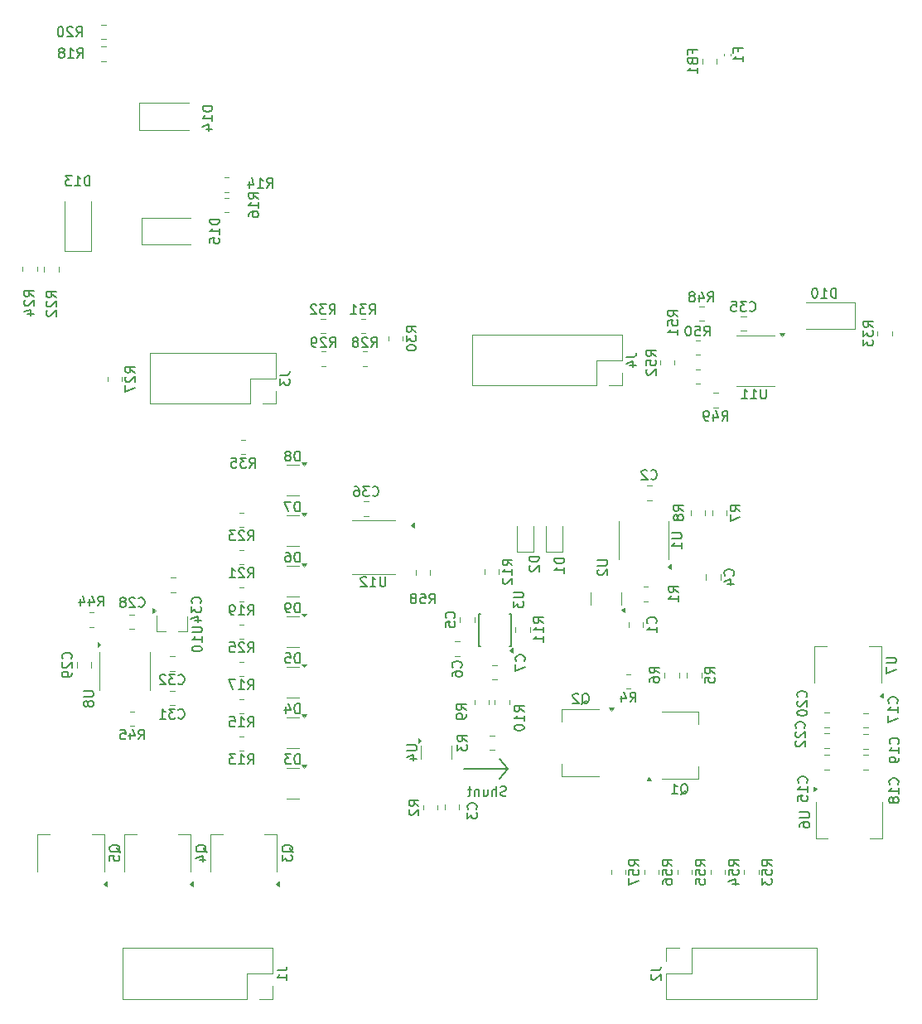
<source format=gbr>
%TF.GenerationSoftware,KiCad,Pcbnew,8.0.1*%
%TF.CreationDate,2024-05-22T14:55:13+02:00*%
%TF.ProjectId,TestBoardArduino,54657374-426f-4617-9264-41726475696e,rev?*%
%TF.SameCoordinates,Original*%
%TF.FileFunction,Legend,Bot*%
%TF.FilePolarity,Positive*%
%FSLAX46Y46*%
G04 Gerber Fmt 4.6, Leading zero omitted, Abs format (unit mm)*
G04 Created by KiCad (PCBNEW 8.0.1) date 2024-05-22 14:55:13*
%MOMM*%
%LPD*%
G01*
G04 APERTURE LIST*
%ADD10C,0.150000*%
%ADD11C,0.120000*%
G04 APERTURE END LIST*
D10*
X115649547Y-108016800D02*
X114760147Y-109016800D01*
X115649547Y-108016800D02*
X114760147Y-107016800D01*
X111149547Y-108016800D02*
X115649547Y-108016800D01*
X115483586Y-110760000D02*
X115340729Y-110807619D01*
X115340729Y-110807619D02*
X115102634Y-110807619D01*
X115102634Y-110807619D02*
X115007396Y-110760000D01*
X115007396Y-110760000D02*
X114959777Y-110712380D01*
X114959777Y-110712380D02*
X114912158Y-110617142D01*
X114912158Y-110617142D02*
X114912158Y-110521904D01*
X114912158Y-110521904D02*
X114959777Y-110426666D01*
X114959777Y-110426666D02*
X115007396Y-110379047D01*
X115007396Y-110379047D02*
X115102634Y-110331428D01*
X115102634Y-110331428D02*
X115293110Y-110283809D01*
X115293110Y-110283809D02*
X115388348Y-110236190D01*
X115388348Y-110236190D02*
X115435967Y-110188571D01*
X115435967Y-110188571D02*
X115483586Y-110093333D01*
X115483586Y-110093333D02*
X115483586Y-109998095D01*
X115483586Y-109998095D02*
X115435967Y-109902857D01*
X115435967Y-109902857D02*
X115388348Y-109855238D01*
X115388348Y-109855238D02*
X115293110Y-109807619D01*
X115293110Y-109807619D02*
X115055015Y-109807619D01*
X115055015Y-109807619D02*
X114912158Y-109855238D01*
X114483586Y-110807619D02*
X114483586Y-109807619D01*
X114055015Y-110807619D02*
X114055015Y-110283809D01*
X114055015Y-110283809D02*
X114102634Y-110188571D01*
X114102634Y-110188571D02*
X114197872Y-110140952D01*
X114197872Y-110140952D02*
X114340729Y-110140952D01*
X114340729Y-110140952D02*
X114435967Y-110188571D01*
X114435967Y-110188571D02*
X114483586Y-110236190D01*
X113150253Y-110140952D02*
X113150253Y-110807619D01*
X113578824Y-110140952D02*
X113578824Y-110664761D01*
X113578824Y-110664761D02*
X113531205Y-110760000D01*
X113531205Y-110760000D02*
X113435967Y-110807619D01*
X113435967Y-110807619D02*
X113293110Y-110807619D01*
X113293110Y-110807619D02*
X113197872Y-110760000D01*
X113197872Y-110760000D02*
X113150253Y-110712380D01*
X112674062Y-110140952D02*
X112674062Y-110807619D01*
X112674062Y-110236190D02*
X112626443Y-110188571D01*
X112626443Y-110188571D02*
X112531205Y-110140952D01*
X112531205Y-110140952D02*
X112388348Y-110140952D01*
X112388348Y-110140952D02*
X112293110Y-110188571D01*
X112293110Y-110188571D02*
X112245491Y-110283809D01*
X112245491Y-110283809D02*
X112245491Y-110807619D01*
X111912157Y-110140952D02*
X111531205Y-110140952D01*
X111769300Y-109807619D02*
X111769300Y-110664761D01*
X111769300Y-110664761D02*
X111721681Y-110760000D01*
X111721681Y-110760000D02*
X111626443Y-110807619D01*
X111626443Y-110807619D02*
X111531205Y-110807619D01*
X134507956Y-34894866D02*
X134507956Y-34561533D01*
X135031766Y-34561533D02*
X134031766Y-34561533D01*
X134031766Y-34561533D02*
X134031766Y-35037723D01*
X134507956Y-35752009D02*
X134555575Y-35894866D01*
X134555575Y-35894866D02*
X134603194Y-35942485D01*
X134603194Y-35942485D02*
X134698432Y-35990104D01*
X134698432Y-35990104D02*
X134841289Y-35990104D01*
X134841289Y-35990104D02*
X134936527Y-35942485D01*
X134936527Y-35942485D02*
X134984147Y-35894866D01*
X134984147Y-35894866D02*
X135031766Y-35799628D01*
X135031766Y-35799628D02*
X135031766Y-35418676D01*
X135031766Y-35418676D02*
X134031766Y-35418676D01*
X134031766Y-35418676D02*
X134031766Y-35752009D01*
X134031766Y-35752009D02*
X134079385Y-35847247D01*
X134079385Y-35847247D02*
X134127004Y-35894866D01*
X134127004Y-35894866D02*
X134222242Y-35942485D01*
X134222242Y-35942485D02*
X134317480Y-35942485D01*
X134317480Y-35942485D02*
X134412718Y-35894866D01*
X134412718Y-35894866D02*
X134460337Y-35847247D01*
X134460337Y-35847247D02*
X134507956Y-35752009D01*
X134507956Y-35752009D02*
X134507956Y-35418676D01*
X135031766Y-36942485D02*
X135031766Y-36371057D01*
X135031766Y-36656771D02*
X134031766Y-36656771D01*
X134031766Y-36656771D02*
X134174623Y-36561533D01*
X134174623Y-36561533D02*
X134269861Y-36466295D01*
X134269861Y-36466295D02*
X134317480Y-36371057D01*
X139161356Y-34709066D02*
X139161356Y-34375733D01*
X139685166Y-34375733D02*
X138685166Y-34375733D01*
X138685166Y-34375733D02*
X138685166Y-34851923D01*
X139685166Y-35756685D02*
X139685166Y-35185257D01*
X139685166Y-35470971D02*
X138685166Y-35470971D01*
X138685166Y-35470971D02*
X138828023Y-35375733D01*
X138828023Y-35375733D02*
X138923261Y-35280495D01*
X138923261Y-35280495D02*
X138970880Y-35185257D01*
X90141766Y-49750742D02*
X89665575Y-49417409D01*
X90141766Y-49179314D02*
X89141766Y-49179314D01*
X89141766Y-49179314D02*
X89141766Y-49560266D01*
X89141766Y-49560266D02*
X89189385Y-49655504D01*
X89189385Y-49655504D02*
X89237004Y-49703123D01*
X89237004Y-49703123D02*
X89332242Y-49750742D01*
X89332242Y-49750742D02*
X89475099Y-49750742D01*
X89475099Y-49750742D02*
X89570337Y-49703123D01*
X89570337Y-49703123D02*
X89617956Y-49655504D01*
X89617956Y-49655504D02*
X89665575Y-49560266D01*
X89665575Y-49560266D02*
X89665575Y-49179314D01*
X90141766Y-50703123D02*
X90141766Y-50131695D01*
X90141766Y-50417409D02*
X89141766Y-50417409D01*
X89141766Y-50417409D02*
X89284623Y-50322171D01*
X89284623Y-50322171D02*
X89379861Y-50226933D01*
X89379861Y-50226933D02*
X89427480Y-50131695D01*
X89141766Y-51560266D02*
X89141766Y-51369790D01*
X89141766Y-51369790D02*
X89189385Y-51274552D01*
X89189385Y-51274552D02*
X89237004Y-51226933D01*
X89237004Y-51226933D02*
X89379861Y-51131695D01*
X89379861Y-51131695D02*
X89570337Y-51084076D01*
X89570337Y-51084076D02*
X89951289Y-51084076D01*
X89951289Y-51084076D02*
X90046527Y-51131695D01*
X90046527Y-51131695D02*
X90094147Y-51179314D01*
X90094147Y-51179314D02*
X90141766Y-51274552D01*
X90141766Y-51274552D02*
X90141766Y-51465028D01*
X90141766Y-51465028D02*
X90094147Y-51560266D01*
X90094147Y-51560266D02*
X90046527Y-51607885D01*
X90046527Y-51607885D02*
X89951289Y-51655504D01*
X89951289Y-51655504D02*
X89713194Y-51655504D01*
X89713194Y-51655504D02*
X89617956Y-51607885D01*
X89617956Y-51607885D02*
X89570337Y-51560266D01*
X89570337Y-51560266D02*
X89522718Y-51465028D01*
X89522718Y-51465028D02*
X89522718Y-51274552D01*
X89522718Y-51274552D02*
X89570337Y-51179314D01*
X89570337Y-51179314D02*
X89617956Y-51131695D01*
X89617956Y-51131695D02*
X89713194Y-51084076D01*
X67205566Y-59758342D02*
X66729375Y-59425009D01*
X67205566Y-59186914D02*
X66205566Y-59186914D01*
X66205566Y-59186914D02*
X66205566Y-59567866D01*
X66205566Y-59567866D02*
X66253185Y-59663104D01*
X66253185Y-59663104D02*
X66300804Y-59710723D01*
X66300804Y-59710723D02*
X66396042Y-59758342D01*
X66396042Y-59758342D02*
X66538899Y-59758342D01*
X66538899Y-59758342D02*
X66634137Y-59710723D01*
X66634137Y-59710723D02*
X66681756Y-59663104D01*
X66681756Y-59663104D02*
X66729375Y-59567866D01*
X66729375Y-59567866D02*
X66729375Y-59186914D01*
X66300804Y-60139295D02*
X66253185Y-60186914D01*
X66253185Y-60186914D02*
X66205566Y-60282152D01*
X66205566Y-60282152D02*
X66205566Y-60520247D01*
X66205566Y-60520247D02*
X66253185Y-60615485D01*
X66253185Y-60615485D02*
X66300804Y-60663104D01*
X66300804Y-60663104D02*
X66396042Y-60710723D01*
X66396042Y-60710723D02*
X66491280Y-60710723D01*
X66491280Y-60710723D02*
X66634137Y-60663104D01*
X66634137Y-60663104D02*
X67205566Y-60091676D01*
X67205566Y-60091676D02*
X67205566Y-60710723D01*
X66538899Y-61567866D02*
X67205566Y-61567866D01*
X66157947Y-61329771D02*
X66872232Y-61091676D01*
X66872232Y-61091676D02*
X66872232Y-61710723D01*
X69466166Y-59859942D02*
X68989975Y-59526609D01*
X69466166Y-59288514D02*
X68466166Y-59288514D01*
X68466166Y-59288514D02*
X68466166Y-59669466D01*
X68466166Y-59669466D02*
X68513785Y-59764704D01*
X68513785Y-59764704D02*
X68561404Y-59812323D01*
X68561404Y-59812323D02*
X68656642Y-59859942D01*
X68656642Y-59859942D02*
X68799499Y-59859942D01*
X68799499Y-59859942D02*
X68894737Y-59812323D01*
X68894737Y-59812323D02*
X68942356Y-59764704D01*
X68942356Y-59764704D02*
X68989975Y-59669466D01*
X68989975Y-59669466D02*
X68989975Y-59288514D01*
X68561404Y-60240895D02*
X68513785Y-60288514D01*
X68513785Y-60288514D02*
X68466166Y-60383752D01*
X68466166Y-60383752D02*
X68466166Y-60621847D01*
X68466166Y-60621847D02*
X68513785Y-60717085D01*
X68513785Y-60717085D02*
X68561404Y-60764704D01*
X68561404Y-60764704D02*
X68656642Y-60812323D01*
X68656642Y-60812323D02*
X68751880Y-60812323D01*
X68751880Y-60812323D02*
X68894737Y-60764704D01*
X68894737Y-60764704D02*
X69466166Y-60193276D01*
X69466166Y-60193276D02*
X69466166Y-60812323D01*
X68561404Y-61193276D02*
X68513785Y-61240895D01*
X68513785Y-61240895D02*
X68466166Y-61336133D01*
X68466166Y-61336133D02*
X68466166Y-61574228D01*
X68466166Y-61574228D02*
X68513785Y-61669466D01*
X68513785Y-61669466D02*
X68561404Y-61717085D01*
X68561404Y-61717085D02*
X68656642Y-61764704D01*
X68656642Y-61764704D02*
X68751880Y-61764704D01*
X68751880Y-61764704D02*
X68894737Y-61717085D01*
X68894737Y-61717085D02*
X69466166Y-61145657D01*
X69466166Y-61145657D02*
X69466166Y-61764704D01*
X71533804Y-33199019D02*
X71867137Y-32722828D01*
X72105232Y-33199019D02*
X72105232Y-32199019D01*
X72105232Y-32199019D02*
X71724280Y-32199019D01*
X71724280Y-32199019D02*
X71629042Y-32246638D01*
X71629042Y-32246638D02*
X71581423Y-32294257D01*
X71581423Y-32294257D02*
X71533804Y-32389495D01*
X71533804Y-32389495D02*
X71533804Y-32532352D01*
X71533804Y-32532352D02*
X71581423Y-32627590D01*
X71581423Y-32627590D02*
X71629042Y-32675209D01*
X71629042Y-32675209D02*
X71724280Y-32722828D01*
X71724280Y-32722828D02*
X72105232Y-32722828D01*
X71152851Y-32294257D02*
X71105232Y-32246638D01*
X71105232Y-32246638D02*
X71009994Y-32199019D01*
X71009994Y-32199019D02*
X70771899Y-32199019D01*
X70771899Y-32199019D02*
X70676661Y-32246638D01*
X70676661Y-32246638D02*
X70629042Y-32294257D01*
X70629042Y-32294257D02*
X70581423Y-32389495D01*
X70581423Y-32389495D02*
X70581423Y-32484733D01*
X70581423Y-32484733D02*
X70629042Y-32627590D01*
X70629042Y-32627590D02*
X71200470Y-33199019D01*
X71200470Y-33199019D02*
X70581423Y-33199019D01*
X69962375Y-32199019D02*
X69867137Y-32199019D01*
X69867137Y-32199019D02*
X69771899Y-32246638D01*
X69771899Y-32246638D02*
X69724280Y-32294257D01*
X69724280Y-32294257D02*
X69676661Y-32389495D01*
X69676661Y-32389495D02*
X69629042Y-32579971D01*
X69629042Y-32579971D02*
X69629042Y-32818066D01*
X69629042Y-32818066D02*
X69676661Y-33008542D01*
X69676661Y-33008542D02*
X69724280Y-33103780D01*
X69724280Y-33103780D02*
X69771899Y-33151400D01*
X69771899Y-33151400D02*
X69867137Y-33199019D01*
X69867137Y-33199019D02*
X69962375Y-33199019D01*
X69962375Y-33199019D02*
X70057613Y-33151400D01*
X70057613Y-33151400D02*
X70105232Y-33103780D01*
X70105232Y-33103780D02*
X70152851Y-33008542D01*
X70152851Y-33008542D02*
X70200470Y-32818066D01*
X70200470Y-32818066D02*
X70200470Y-32579971D01*
X70200470Y-32579971D02*
X70152851Y-32389495D01*
X70152851Y-32389495D02*
X70105232Y-32294257D01*
X70105232Y-32294257D02*
X70057613Y-32246638D01*
X70057613Y-32246638D02*
X69962375Y-32199019D01*
X93683504Y-116566961D02*
X93635885Y-116471723D01*
X93635885Y-116471723D02*
X93540647Y-116376485D01*
X93540647Y-116376485D02*
X93397789Y-116233628D01*
X93397789Y-116233628D02*
X93350170Y-116138390D01*
X93350170Y-116138390D02*
X93350170Y-116043152D01*
X93588266Y-116090771D02*
X93540647Y-115995533D01*
X93540647Y-115995533D02*
X93445408Y-115900295D01*
X93445408Y-115900295D02*
X93254932Y-115852676D01*
X93254932Y-115852676D02*
X92921599Y-115852676D01*
X92921599Y-115852676D02*
X92731123Y-115900295D01*
X92731123Y-115900295D02*
X92635885Y-115995533D01*
X92635885Y-115995533D02*
X92588266Y-116090771D01*
X92588266Y-116090771D02*
X92588266Y-116281247D01*
X92588266Y-116281247D02*
X92635885Y-116376485D01*
X92635885Y-116376485D02*
X92731123Y-116471723D01*
X92731123Y-116471723D02*
X92921599Y-116519342D01*
X92921599Y-116519342D02*
X93254932Y-116519342D01*
X93254932Y-116519342D02*
X93445408Y-116471723D01*
X93445408Y-116471723D02*
X93540647Y-116376485D01*
X93540647Y-116376485D02*
X93588266Y-116281247D01*
X93588266Y-116281247D02*
X93588266Y-116090771D01*
X92588266Y-116852676D02*
X92588266Y-117471723D01*
X92588266Y-117471723D02*
X92969218Y-117138390D01*
X92969218Y-117138390D02*
X92969218Y-117281247D01*
X92969218Y-117281247D02*
X93016837Y-117376485D01*
X93016837Y-117376485D02*
X93064456Y-117424104D01*
X93064456Y-117424104D02*
X93159694Y-117471723D01*
X93159694Y-117471723D02*
X93397789Y-117471723D01*
X93397789Y-117471723D02*
X93493027Y-117424104D01*
X93493027Y-117424104D02*
X93540647Y-117376485D01*
X93540647Y-117376485D02*
X93588266Y-117281247D01*
X93588266Y-117281247D02*
X93588266Y-116995533D01*
X93588266Y-116995533D02*
X93540647Y-116900295D01*
X93540647Y-116900295D02*
X93493027Y-116852676D01*
X76043804Y-116566961D02*
X75996185Y-116471723D01*
X75996185Y-116471723D02*
X75900947Y-116376485D01*
X75900947Y-116376485D02*
X75758089Y-116233628D01*
X75758089Y-116233628D02*
X75710470Y-116138390D01*
X75710470Y-116138390D02*
X75710470Y-116043152D01*
X75948566Y-116090771D02*
X75900947Y-115995533D01*
X75900947Y-115995533D02*
X75805708Y-115900295D01*
X75805708Y-115900295D02*
X75615232Y-115852676D01*
X75615232Y-115852676D02*
X75281899Y-115852676D01*
X75281899Y-115852676D02*
X75091423Y-115900295D01*
X75091423Y-115900295D02*
X74996185Y-115995533D01*
X74996185Y-115995533D02*
X74948566Y-116090771D01*
X74948566Y-116090771D02*
X74948566Y-116281247D01*
X74948566Y-116281247D02*
X74996185Y-116376485D01*
X74996185Y-116376485D02*
X75091423Y-116471723D01*
X75091423Y-116471723D02*
X75281899Y-116519342D01*
X75281899Y-116519342D02*
X75615232Y-116519342D01*
X75615232Y-116519342D02*
X75805708Y-116471723D01*
X75805708Y-116471723D02*
X75900947Y-116376485D01*
X75900947Y-116376485D02*
X75948566Y-116281247D01*
X75948566Y-116281247D02*
X75948566Y-116090771D01*
X74948566Y-117424104D02*
X74948566Y-116947914D01*
X74948566Y-116947914D02*
X75424756Y-116900295D01*
X75424756Y-116900295D02*
X75377137Y-116947914D01*
X75377137Y-116947914D02*
X75329518Y-117043152D01*
X75329518Y-117043152D02*
X75329518Y-117281247D01*
X75329518Y-117281247D02*
X75377137Y-117376485D01*
X75377137Y-117376485D02*
X75424756Y-117424104D01*
X75424756Y-117424104D02*
X75519994Y-117471723D01*
X75519994Y-117471723D02*
X75758089Y-117471723D01*
X75758089Y-117471723D02*
X75853327Y-117424104D01*
X75853327Y-117424104D02*
X75900947Y-117376485D01*
X75900947Y-117376485D02*
X75948566Y-117281247D01*
X75948566Y-117281247D02*
X75948566Y-117043152D01*
X75948566Y-117043152D02*
X75900947Y-116947914D01*
X75900947Y-116947914D02*
X75853327Y-116900295D01*
X71635404Y-35379819D02*
X71968737Y-34903628D01*
X72206832Y-35379819D02*
X72206832Y-34379819D01*
X72206832Y-34379819D02*
X71825880Y-34379819D01*
X71825880Y-34379819D02*
X71730642Y-34427438D01*
X71730642Y-34427438D02*
X71683023Y-34475057D01*
X71683023Y-34475057D02*
X71635404Y-34570295D01*
X71635404Y-34570295D02*
X71635404Y-34713152D01*
X71635404Y-34713152D02*
X71683023Y-34808390D01*
X71683023Y-34808390D02*
X71730642Y-34856009D01*
X71730642Y-34856009D02*
X71825880Y-34903628D01*
X71825880Y-34903628D02*
X72206832Y-34903628D01*
X70683023Y-35379819D02*
X71254451Y-35379819D01*
X70968737Y-35379819D02*
X70968737Y-34379819D01*
X70968737Y-34379819D02*
X71063975Y-34522676D01*
X71063975Y-34522676D02*
X71159213Y-34617914D01*
X71159213Y-34617914D02*
X71254451Y-34665533D01*
X70111594Y-34808390D02*
X70206832Y-34760771D01*
X70206832Y-34760771D02*
X70254451Y-34713152D01*
X70254451Y-34713152D02*
X70302070Y-34617914D01*
X70302070Y-34617914D02*
X70302070Y-34570295D01*
X70302070Y-34570295D02*
X70254451Y-34475057D01*
X70254451Y-34475057D02*
X70206832Y-34427438D01*
X70206832Y-34427438D02*
X70111594Y-34379819D01*
X70111594Y-34379819D02*
X69921118Y-34379819D01*
X69921118Y-34379819D02*
X69825880Y-34427438D01*
X69825880Y-34427438D02*
X69778261Y-34475057D01*
X69778261Y-34475057D02*
X69730642Y-34570295D01*
X69730642Y-34570295D02*
X69730642Y-34617914D01*
X69730642Y-34617914D02*
X69778261Y-34713152D01*
X69778261Y-34713152D02*
X69825880Y-34760771D01*
X69825880Y-34760771D02*
X69921118Y-34808390D01*
X69921118Y-34808390D02*
X70111594Y-34808390D01*
X70111594Y-34808390D02*
X70206832Y-34856009D01*
X70206832Y-34856009D02*
X70254451Y-34903628D01*
X70254451Y-34903628D02*
X70302070Y-34998866D01*
X70302070Y-34998866D02*
X70302070Y-35189342D01*
X70302070Y-35189342D02*
X70254451Y-35284580D01*
X70254451Y-35284580D02*
X70206832Y-35332200D01*
X70206832Y-35332200D02*
X70111594Y-35379819D01*
X70111594Y-35379819D02*
X69921118Y-35379819D01*
X69921118Y-35379819D02*
X69825880Y-35332200D01*
X69825880Y-35332200D02*
X69778261Y-35284580D01*
X69778261Y-35284580D02*
X69730642Y-35189342D01*
X69730642Y-35189342D02*
X69730642Y-34998866D01*
X69730642Y-34998866D02*
X69778261Y-34903628D01*
X69778261Y-34903628D02*
X69825880Y-34856009D01*
X69825880Y-34856009D02*
X69921118Y-34808390D01*
X72918032Y-48445219D02*
X72918032Y-47445219D01*
X72918032Y-47445219D02*
X72679937Y-47445219D01*
X72679937Y-47445219D02*
X72537080Y-47492838D01*
X72537080Y-47492838D02*
X72441842Y-47588076D01*
X72441842Y-47588076D02*
X72394223Y-47683314D01*
X72394223Y-47683314D02*
X72346604Y-47873790D01*
X72346604Y-47873790D02*
X72346604Y-48016647D01*
X72346604Y-48016647D02*
X72394223Y-48207123D01*
X72394223Y-48207123D02*
X72441842Y-48302361D01*
X72441842Y-48302361D02*
X72537080Y-48397600D01*
X72537080Y-48397600D02*
X72679937Y-48445219D01*
X72679937Y-48445219D02*
X72918032Y-48445219D01*
X71394223Y-48445219D02*
X71965651Y-48445219D01*
X71679937Y-48445219D02*
X71679937Y-47445219D01*
X71679937Y-47445219D02*
X71775175Y-47588076D01*
X71775175Y-47588076D02*
X71870413Y-47683314D01*
X71870413Y-47683314D02*
X71965651Y-47730933D01*
X71060889Y-47445219D02*
X70441842Y-47445219D01*
X70441842Y-47445219D02*
X70775175Y-47826171D01*
X70775175Y-47826171D02*
X70632318Y-47826171D01*
X70632318Y-47826171D02*
X70537080Y-47873790D01*
X70537080Y-47873790D02*
X70489461Y-47921409D01*
X70489461Y-47921409D02*
X70441842Y-48016647D01*
X70441842Y-48016647D02*
X70441842Y-48254742D01*
X70441842Y-48254742D02*
X70489461Y-48349980D01*
X70489461Y-48349980D02*
X70537080Y-48397600D01*
X70537080Y-48397600D02*
X70632318Y-48445219D01*
X70632318Y-48445219D02*
X70918032Y-48445219D01*
X70918032Y-48445219D02*
X71013270Y-48397600D01*
X71013270Y-48397600D02*
X71060889Y-48349980D01*
X85442766Y-40289314D02*
X84442766Y-40289314D01*
X84442766Y-40289314D02*
X84442766Y-40527409D01*
X84442766Y-40527409D02*
X84490385Y-40670266D01*
X84490385Y-40670266D02*
X84585623Y-40765504D01*
X84585623Y-40765504D02*
X84680861Y-40813123D01*
X84680861Y-40813123D02*
X84871337Y-40860742D01*
X84871337Y-40860742D02*
X85014194Y-40860742D01*
X85014194Y-40860742D02*
X85204670Y-40813123D01*
X85204670Y-40813123D02*
X85299908Y-40765504D01*
X85299908Y-40765504D02*
X85395147Y-40670266D01*
X85395147Y-40670266D02*
X85442766Y-40527409D01*
X85442766Y-40527409D02*
X85442766Y-40289314D01*
X85442766Y-41813123D02*
X85442766Y-41241695D01*
X85442766Y-41527409D02*
X84442766Y-41527409D01*
X84442766Y-41527409D02*
X84585623Y-41432171D01*
X84585623Y-41432171D02*
X84680861Y-41336933D01*
X84680861Y-41336933D02*
X84728480Y-41241695D01*
X84776099Y-42670266D02*
X85442766Y-42670266D01*
X84395147Y-42432171D02*
X85109432Y-42194076D01*
X85109432Y-42194076D02*
X85109432Y-42813123D01*
X91015604Y-48638619D02*
X91348937Y-48162428D01*
X91587032Y-48638619D02*
X91587032Y-47638619D01*
X91587032Y-47638619D02*
X91206080Y-47638619D01*
X91206080Y-47638619D02*
X91110842Y-47686238D01*
X91110842Y-47686238D02*
X91063223Y-47733857D01*
X91063223Y-47733857D02*
X91015604Y-47829095D01*
X91015604Y-47829095D02*
X91015604Y-47971952D01*
X91015604Y-47971952D02*
X91063223Y-48067190D01*
X91063223Y-48067190D02*
X91110842Y-48114809D01*
X91110842Y-48114809D02*
X91206080Y-48162428D01*
X91206080Y-48162428D02*
X91587032Y-48162428D01*
X90063223Y-48638619D02*
X90634651Y-48638619D01*
X90348937Y-48638619D02*
X90348937Y-47638619D01*
X90348937Y-47638619D02*
X90444175Y-47781476D01*
X90444175Y-47781476D02*
X90539413Y-47876714D01*
X90539413Y-47876714D02*
X90634651Y-47924333D01*
X89206080Y-47971952D02*
X89206080Y-48638619D01*
X89444175Y-47591000D02*
X89682270Y-48305285D01*
X89682270Y-48305285D02*
X89063223Y-48305285D01*
X84863654Y-116566961D02*
X84816035Y-116471723D01*
X84816035Y-116471723D02*
X84720797Y-116376485D01*
X84720797Y-116376485D02*
X84577939Y-116233628D01*
X84577939Y-116233628D02*
X84530320Y-116138390D01*
X84530320Y-116138390D02*
X84530320Y-116043152D01*
X84768416Y-116090771D02*
X84720797Y-115995533D01*
X84720797Y-115995533D02*
X84625558Y-115900295D01*
X84625558Y-115900295D02*
X84435082Y-115852676D01*
X84435082Y-115852676D02*
X84101749Y-115852676D01*
X84101749Y-115852676D02*
X83911273Y-115900295D01*
X83911273Y-115900295D02*
X83816035Y-115995533D01*
X83816035Y-115995533D02*
X83768416Y-116090771D01*
X83768416Y-116090771D02*
X83768416Y-116281247D01*
X83768416Y-116281247D02*
X83816035Y-116376485D01*
X83816035Y-116376485D02*
X83911273Y-116471723D01*
X83911273Y-116471723D02*
X84101749Y-116519342D01*
X84101749Y-116519342D02*
X84435082Y-116519342D01*
X84435082Y-116519342D02*
X84625558Y-116471723D01*
X84625558Y-116471723D02*
X84720797Y-116376485D01*
X84720797Y-116376485D02*
X84768416Y-116281247D01*
X84768416Y-116281247D02*
X84768416Y-116090771D01*
X84101749Y-117376485D02*
X84768416Y-117376485D01*
X83720797Y-117138390D02*
X84435082Y-116900295D01*
X84435082Y-116900295D02*
X84435082Y-117519342D01*
X86169566Y-51871714D02*
X85169566Y-51871714D01*
X85169566Y-51871714D02*
X85169566Y-52109809D01*
X85169566Y-52109809D02*
X85217185Y-52252666D01*
X85217185Y-52252666D02*
X85312423Y-52347904D01*
X85312423Y-52347904D02*
X85407661Y-52395523D01*
X85407661Y-52395523D02*
X85598137Y-52443142D01*
X85598137Y-52443142D02*
X85740994Y-52443142D01*
X85740994Y-52443142D02*
X85931470Y-52395523D01*
X85931470Y-52395523D02*
X86026708Y-52347904D01*
X86026708Y-52347904D02*
X86121947Y-52252666D01*
X86121947Y-52252666D02*
X86169566Y-52109809D01*
X86169566Y-52109809D02*
X86169566Y-51871714D01*
X86169566Y-53395523D02*
X86169566Y-52824095D01*
X86169566Y-53109809D02*
X85169566Y-53109809D01*
X85169566Y-53109809D02*
X85312423Y-53014571D01*
X85312423Y-53014571D02*
X85407661Y-52919333D01*
X85407661Y-52919333D02*
X85455280Y-52824095D01*
X85169566Y-54300285D02*
X85169566Y-53824095D01*
X85169566Y-53824095D02*
X85645756Y-53776476D01*
X85645756Y-53776476D02*
X85598137Y-53824095D01*
X85598137Y-53824095D02*
X85550518Y-53919333D01*
X85550518Y-53919333D02*
X85550518Y-54157428D01*
X85550518Y-54157428D02*
X85598137Y-54252666D01*
X85598137Y-54252666D02*
X85645756Y-54300285D01*
X85645756Y-54300285D02*
X85740994Y-54347904D01*
X85740994Y-54347904D02*
X85979089Y-54347904D01*
X85979089Y-54347904D02*
X86074327Y-54300285D01*
X86074327Y-54300285D02*
X86121947Y-54252666D01*
X86121947Y-54252666D02*
X86169566Y-54157428D01*
X86169566Y-54157428D02*
X86169566Y-53919333D01*
X86169566Y-53919333D02*
X86121947Y-53824095D01*
X86121947Y-53824095D02*
X86074327Y-53776476D01*
X130253813Y-78378980D02*
X130301432Y-78426600D01*
X130301432Y-78426600D02*
X130444289Y-78474219D01*
X130444289Y-78474219D02*
X130539527Y-78474219D01*
X130539527Y-78474219D02*
X130682384Y-78426600D01*
X130682384Y-78426600D02*
X130777622Y-78331361D01*
X130777622Y-78331361D02*
X130825241Y-78236123D01*
X130825241Y-78236123D02*
X130872860Y-78045647D01*
X130872860Y-78045647D02*
X130872860Y-77902790D01*
X130872860Y-77902790D02*
X130825241Y-77712314D01*
X130825241Y-77712314D02*
X130777622Y-77617076D01*
X130777622Y-77617076D02*
X130682384Y-77521838D01*
X130682384Y-77521838D02*
X130539527Y-77474219D01*
X130539527Y-77474219D02*
X130444289Y-77474219D01*
X130444289Y-77474219D02*
X130301432Y-77521838D01*
X130301432Y-77521838D02*
X130253813Y-77569457D01*
X129872860Y-77569457D02*
X129825241Y-77521838D01*
X129825241Y-77521838D02*
X129730003Y-77474219D01*
X129730003Y-77474219D02*
X129491908Y-77474219D01*
X129491908Y-77474219D02*
X129396670Y-77521838D01*
X129396670Y-77521838D02*
X129349051Y-77569457D01*
X129349051Y-77569457D02*
X129301432Y-77664695D01*
X129301432Y-77664695D02*
X129301432Y-77759933D01*
X129301432Y-77759933D02*
X129349051Y-77902790D01*
X129349051Y-77902790D02*
X129920479Y-78474219D01*
X129920479Y-78474219D02*
X129301432Y-78474219D01*
X77542366Y-67565542D02*
X77066175Y-67232209D01*
X77542366Y-66994114D02*
X76542366Y-66994114D01*
X76542366Y-66994114D02*
X76542366Y-67375066D01*
X76542366Y-67375066D02*
X76589985Y-67470304D01*
X76589985Y-67470304D02*
X76637604Y-67517923D01*
X76637604Y-67517923D02*
X76732842Y-67565542D01*
X76732842Y-67565542D02*
X76875699Y-67565542D01*
X76875699Y-67565542D02*
X76970937Y-67517923D01*
X76970937Y-67517923D02*
X77018556Y-67470304D01*
X77018556Y-67470304D02*
X77066175Y-67375066D01*
X77066175Y-67375066D02*
X77066175Y-66994114D01*
X76637604Y-67946495D02*
X76589985Y-67994114D01*
X76589985Y-67994114D02*
X76542366Y-68089352D01*
X76542366Y-68089352D02*
X76542366Y-68327447D01*
X76542366Y-68327447D02*
X76589985Y-68422685D01*
X76589985Y-68422685D02*
X76637604Y-68470304D01*
X76637604Y-68470304D02*
X76732842Y-68517923D01*
X76732842Y-68517923D02*
X76828080Y-68517923D01*
X76828080Y-68517923D02*
X76970937Y-68470304D01*
X76970937Y-68470304D02*
X77542366Y-67898876D01*
X77542366Y-67898876D02*
X77542366Y-68517923D01*
X76542366Y-68851257D02*
X76542366Y-69517923D01*
X76542366Y-69517923D02*
X77542366Y-69089352D01*
X101480404Y-61568219D02*
X101813737Y-61092028D01*
X102051832Y-61568219D02*
X102051832Y-60568219D01*
X102051832Y-60568219D02*
X101670880Y-60568219D01*
X101670880Y-60568219D02*
X101575642Y-60615838D01*
X101575642Y-60615838D02*
X101528023Y-60663457D01*
X101528023Y-60663457D02*
X101480404Y-60758695D01*
X101480404Y-60758695D02*
X101480404Y-60901552D01*
X101480404Y-60901552D02*
X101528023Y-60996790D01*
X101528023Y-60996790D02*
X101575642Y-61044409D01*
X101575642Y-61044409D02*
X101670880Y-61092028D01*
X101670880Y-61092028D02*
X102051832Y-61092028D01*
X101147070Y-60568219D02*
X100528023Y-60568219D01*
X100528023Y-60568219D02*
X100861356Y-60949171D01*
X100861356Y-60949171D02*
X100718499Y-60949171D01*
X100718499Y-60949171D02*
X100623261Y-60996790D01*
X100623261Y-60996790D02*
X100575642Y-61044409D01*
X100575642Y-61044409D02*
X100528023Y-61139647D01*
X100528023Y-61139647D02*
X100528023Y-61377742D01*
X100528023Y-61377742D02*
X100575642Y-61472980D01*
X100575642Y-61472980D02*
X100623261Y-61520600D01*
X100623261Y-61520600D02*
X100718499Y-61568219D01*
X100718499Y-61568219D02*
X101004213Y-61568219D01*
X101004213Y-61568219D02*
X101099451Y-61520600D01*
X101099451Y-61520600D02*
X101147070Y-61472980D01*
X99575642Y-61568219D02*
X100147070Y-61568219D01*
X99861356Y-61568219D02*
X99861356Y-60568219D01*
X99861356Y-60568219D02*
X99956594Y-60711076D01*
X99956594Y-60711076D02*
X100051832Y-60806314D01*
X100051832Y-60806314D02*
X100147070Y-60853933D01*
X94378041Y-86898387D02*
X94378041Y-85898387D01*
X94378041Y-85898387D02*
X94139946Y-85898387D01*
X94139946Y-85898387D02*
X93997089Y-85946006D01*
X93997089Y-85946006D02*
X93901851Y-86041244D01*
X93901851Y-86041244D02*
X93854232Y-86136482D01*
X93854232Y-86136482D02*
X93806613Y-86326958D01*
X93806613Y-86326958D02*
X93806613Y-86469815D01*
X93806613Y-86469815D02*
X93854232Y-86660291D01*
X93854232Y-86660291D02*
X93901851Y-86755529D01*
X93901851Y-86755529D02*
X93997089Y-86850768D01*
X93997089Y-86850768D02*
X94139946Y-86898387D01*
X94139946Y-86898387D02*
X94378041Y-86898387D01*
X92949470Y-85898387D02*
X93139946Y-85898387D01*
X93139946Y-85898387D02*
X93235184Y-85946006D01*
X93235184Y-85946006D02*
X93282803Y-85993625D01*
X93282803Y-85993625D02*
X93378041Y-86136482D01*
X93378041Y-86136482D02*
X93425660Y-86326958D01*
X93425660Y-86326958D02*
X93425660Y-86707910D01*
X93425660Y-86707910D02*
X93378041Y-86803148D01*
X93378041Y-86803148D02*
X93330422Y-86850768D01*
X93330422Y-86850768D02*
X93235184Y-86898387D01*
X93235184Y-86898387D02*
X93044708Y-86898387D01*
X93044708Y-86898387D02*
X92949470Y-86850768D01*
X92949470Y-86850768D02*
X92901851Y-86803148D01*
X92901851Y-86803148D02*
X92854232Y-86707910D01*
X92854232Y-86707910D02*
X92854232Y-86469815D01*
X92854232Y-86469815D02*
X92901851Y-86374577D01*
X92901851Y-86374577D02*
X92949470Y-86326958D01*
X92949470Y-86326958D02*
X93044708Y-86279339D01*
X93044708Y-86279339D02*
X93235184Y-86279339D01*
X93235184Y-86279339D02*
X93330422Y-86326958D01*
X93330422Y-86326958D02*
X93378041Y-86374577D01*
X93378041Y-86374577D02*
X93425660Y-86469815D01*
X110849127Y-97664733D02*
X110896747Y-97617114D01*
X110896747Y-97617114D02*
X110944366Y-97474257D01*
X110944366Y-97474257D02*
X110944366Y-97379019D01*
X110944366Y-97379019D02*
X110896747Y-97236162D01*
X110896747Y-97236162D02*
X110801508Y-97140924D01*
X110801508Y-97140924D02*
X110706270Y-97093305D01*
X110706270Y-97093305D02*
X110515794Y-97045686D01*
X110515794Y-97045686D02*
X110372937Y-97045686D01*
X110372937Y-97045686D02*
X110182461Y-97093305D01*
X110182461Y-97093305D02*
X110087223Y-97140924D01*
X110087223Y-97140924D02*
X109991985Y-97236162D01*
X109991985Y-97236162D02*
X109944366Y-97379019D01*
X109944366Y-97379019D02*
X109944366Y-97474257D01*
X109944366Y-97474257D02*
X109991985Y-97617114D01*
X109991985Y-97617114D02*
X110039604Y-97664733D01*
X109944366Y-98521876D02*
X109944366Y-98331400D01*
X109944366Y-98331400D02*
X109991985Y-98236162D01*
X109991985Y-98236162D02*
X110039604Y-98188543D01*
X110039604Y-98188543D02*
X110182461Y-98093305D01*
X110182461Y-98093305D02*
X110372937Y-98045686D01*
X110372937Y-98045686D02*
X110753889Y-98045686D01*
X110753889Y-98045686D02*
X110849127Y-98093305D01*
X110849127Y-98093305D02*
X110896747Y-98140924D01*
X110896747Y-98140924D02*
X110944366Y-98236162D01*
X110944366Y-98236162D02*
X110944366Y-98426638D01*
X110944366Y-98426638D02*
X110896747Y-98521876D01*
X110896747Y-98521876D02*
X110849127Y-98569495D01*
X110849127Y-98569495D02*
X110753889Y-98617114D01*
X110753889Y-98617114D02*
X110515794Y-98617114D01*
X110515794Y-98617114D02*
X110420556Y-98569495D01*
X110420556Y-98569495D02*
X110372937Y-98521876D01*
X110372937Y-98521876D02*
X110325318Y-98426638D01*
X110325318Y-98426638D02*
X110325318Y-98236162D01*
X110325318Y-98236162D02*
X110372937Y-98140924D01*
X110372937Y-98140924D02*
X110420556Y-98093305D01*
X110420556Y-98093305D02*
X110515794Y-98045686D01*
X133566366Y-81697533D02*
X133090175Y-81364200D01*
X133566366Y-81126105D02*
X132566366Y-81126105D01*
X132566366Y-81126105D02*
X132566366Y-81507057D01*
X132566366Y-81507057D02*
X132613985Y-81602295D01*
X132613985Y-81602295D02*
X132661604Y-81649914D01*
X132661604Y-81649914D02*
X132756842Y-81697533D01*
X132756842Y-81697533D02*
X132899699Y-81697533D01*
X132899699Y-81697533D02*
X132994937Y-81649914D01*
X132994937Y-81649914D02*
X133042556Y-81602295D01*
X133042556Y-81602295D02*
X133090175Y-81507057D01*
X133090175Y-81507057D02*
X133090175Y-81126105D01*
X132994937Y-82268962D02*
X132947318Y-82173724D01*
X132947318Y-82173724D02*
X132899699Y-82126105D01*
X132899699Y-82126105D02*
X132804461Y-82078486D01*
X132804461Y-82078486D02*
X132756842Y-82078486D01*
X132756842Y-82078486D02*
X132661604Y-82126105D01*
X132661604Y-82126105D02*
X132613985Y-82173724D01*
X132613985Y-82173724D02*
X132566366Y-82268962D01*
X132566366Y-82268962D02*
X132566366Y-82459438D01*
X132566366Y-82459438D02*
X132613985Y-82554676D01*
X132613985Y-82554676D02*
X132661604Y-82602295D01*
X132661604Y-82602295D02*
X132756842Y-82649914D01*
X132756842Y-82649914D02*
X132804461Y-82649914D01*
X132804461Y-82649914D02*
X132899699Y-82602295D01*
X132899699Y-82602295D02*
X132947318Y-82554676D01*
X132947318Y-82554676D02*
X132994937Y-82459438D01*
X132994937Y-82459438D02*
X132994937Y-82268962D01*
X132994937Y-82268962D02*
X133042556Y-82173724D01*
X133042556Y-82173724D02*
X133090175Y-82126105D01*
X133090175Y-82126105D02*
X133185413Y-82078486D01*
X133185413Y-82078486D02*
X133375889Y-82078486D01*
X133375889Y-82078486D02*
X133471127Y-82126105D01*
X133471127Y-82126105D02*
X133518747Y-82173724D01*
X133518747Y-82173724D02*
X133566366Y-82268962D01*
X133566366Y-82268962D02*
X133566366Y-82459438D01*
X133566366Y-82459438D02*
X133518747Y-82554676D01*
X133518747Y-82554676D02*
X133471127Y-82602295D01*
X133471127Y-82602295D02*
X133375889Y-82649914D01*
X133375889Y-82649914D02*
X133185413Y-82649914D01*
X133185413Y-82649914D02*
X133090175Y-82602295D01*
X133090175Y-82602295D02*
X133042556Y-82554676D01*
X133042556Y-82554676D02*
X132994937Y-82459438D01*
X89075804Y-84680219D02*
X89409137Y-84204028D01*
X89647232Y-84680219D02*
X89647232Y-83680219D01*
X89647232Y-83680219D02*
X89266280Y-83680219D01*
X89266280Y-83680219D02*
X89171042Y-83727838D01*
X89171042Y-83727838D02*
X89123423Y-83775457D01*
X89123423Y-83775457D02*
X89075804Y-83870695D01*
X89075804Y-83870695D02*
X89075804Y-84013552D01*
X89075804Y-84013552D02*
X89123423Y-84108790D01*
X89123423Y-84108790D02*
X89171042Y-84156409D01*
X89171042Y-84156409D02*
X89266280Y-84204028D01*
X89266280Y-84204028D02*
X89647232Y-84204028D01*
X88694851Y-83775457D02*
X88647232Y-83727838D01*
X88647232Y-83727838D02*
X88551994Y-83680219D01*
X88551994Y-83680219D02*
X88313899Y-83680219D01*
X88313899Y-83680219D02*
X88218661Y-83727838D01*
X88218661Y-83727838D02*
X88171042Y-83775457D01*
X88171042Y-83775457D02*
X88123423Y-83870695D01*
X88123423Y-83870695D02*
X88123423Y-83965933D01*
X88123423Y-83965933D02*
X88171042Y-84108790D01*
X88171042Y-84108790D02*
X88742470Y-84680219D01*
X88742470Y-84680219D02*
X88123423Y-84680219D01*
X87790089Y-83680219D02*
X87171042Y-83680219D01*
X87171042Y-83680219D02*
X87504375Y-84061171D01*
X87504375Y-84061171D02*
X87361518Y-84061171D01*
X87361518Y-84061171D02*
X87266280Y-84108790D01*
X87266280Y-84108790D02*
X87218661Y-84156409D01*
X87218661Y-84156409D02*
X87171042Y-84251647D01*
X87171042Y-84251647D02*
X87171042Y-84489742D01*
X87171042Y-84489742D02*
X87218661Y-84584980D01*
X87218661Y-84584980D02*
X87266280Y-84632600D01*
X87266280Y-84632600D02*
X87361518Y-84680219D01*
X87361518Y-84680219D02*
X87647232Y-84680219D01*
X87647232Y-84680219D02*
X87742470Y-84632600D01*
X87742470Y-84632600D02*
X87790089Y-84584980D01*
X112398527Y-112152133D02*
X112446147Y-112104514D01*
X112446147Y-112104514D02*
X112493766Y-111961657D01*
X112493766Y-111961657D02*
X112493766Y-111866419D01*
X112493766Y-111866419D02*
X112446147Y-111723562D01*
X112446147Y-111723562D02*
X112350908Y-111628324D01*
X112350908Y-111628324D02*
X112255670Y-111580705D01*
X112255670Y-111580705D02*
X112065194Y-111533086D01*
X112065194Y-111533086D02*
X111922337Y-111533086D01*
X111922337Y-111533086D02*
X111731861Y-111580705D01*
X111731861Y-111580705D02*
X111636623Y-111628324D01*
X111636623Y-111628324D02*
X111541385Y-111723562D01*
X111541385Y-111723562D02*
X111493766Y-111866419D01*
X111493766Y-111866419D02*
X111493766Y-111961657D01*
X111493766Y-111961657D02*
X111541385Y-112104514D01*
X111541385Y-112104514D02*
X111589004Y-112152133D01*
X111493766Y-112485467D02*
X111493766Y-113104514D01*
X111493766Y-113104514D02*
X111874718Y-112771181D01*
X111874718Y-112771181D02*
X111874718Y-112914038D01*
X111874718Y-112914038D02*
X111922337Y-113009276D01*
X111922337Y-113009276D02*
X111969956Y-113056895D01*
X111969956Y-113056895D02*
X112065194Y-113104514D01*
X112065194Y-113104514D02*
X112303289Y-113104514D01*
X112303289Y-113104514D02*
X112398527Y-113056895D01*
X112398527Y-113056895D02*
X112446147Y-113009276D01*
X112446147Y-113009276D02*
X112493766Y-112914038D01*
X112493766Y-112914038D02*
X112493766Y-112628324D01*
X112493766Y-112628324D02*
X112446147Y-112533086D01*
X112446147Y-112533086D02*
X112398527Y-112485467D01*
X101667604Y-64921019D02*
X102000937Y-64444828D01*
X102239032Y-64921019D02*
X102239032Y-63921019D01*
X102239032Y-63921019D02*
X101858080Y-63921019D01*
X101858080Y-63921019D02*
X101762842Y-63968638D01*
X101762842Y-63968638D02*
X101715223Y-64016257D01*
X101715223Y-64016257D02*
X101667604Y-64111495D01*
X101667604Y-64111495D02*
X101667604Y-64254352D01*
X101667604Y-64254352D02*
X101715223Y-64349590D01*
X101715223Y-64349590D02*
X101762842Y-64397209D01*
X101762842Y-64397209D02*
X101858080Y-64444828D01*
X101858080Y-64444828D02*
X102239032Y-64444828D01*
X101286651Y-64016257D02*
X101239032Y-63968638D01*
X101239032Y-63968638D02*
X101143794Y-63921019D01*
X101143794Y-63921019D02*
X100905699Y-63921019D01*
X100905699Y-63921019D02*
X100810461Y-63968638D01*
X100810461Y-63968638D02*
X100762842Y-64016257D01*
X100762842Y-64016257D02*
X100715223Y-64111495D01*
X100715223Y-64111495D02*
X100715223Y-64206733D01*
X100715223Y-64206733D02*
X100762842Y-64349590D01*
X100762842Y-64349590D02*
X101334270Y-64921019D01*
X101334270Y-64921019D02*
X100715223Y-64921019D01*
X100143794Y-64349590D02*
X100239032Y-64301971D01*
X100239032Y-64301971D02*
X100286651Y-64254352D01*
X100286651Y-64254352D02*
X100334270Y-64159114D01*
X100334270Y-64159114D02*
X100334270Y-64111495D01*
X100334270Y-64111495D02*
X100286651Y-64016257D01*
X100286651Y-64016257D02*
X100239032Y-63968638D01*
X100239032Y-63968638D02*
X100143794Y-63921019D01*
X100143794Y-63921019D02*
X99953318Y-63921019D01*
X99953318Y-63921019D02*
X99858080Y-63968638D01*
X99858080Y-63968638D02*
X99810461Y-64016257D01*
X99810461Y-64016257D02*
X99762842Y-64111495D01*
X99762842Y-64111495D02*
X99762842Y-64159114D01*
X99762842Y-64159114D02*
X99810461Y-64254352D01*
X99810461Y-64254352D02*
X99858080Y-64301971D01*
X99858080Y-64301971D02*
X99953318Y-64349590D01*
X99953318Y-64349590D02*
X100143794Y-64349590D01*
X100143794Y-64349590D02*
X100239032Y-64397209D01*
X100239032Y-64397209D02*
X100286651Y-64444828D01*
X100286651Y-64444828D02*
X100334270Y-64540066D01*
X100334270Y-64540066D02*
X100334270Y-64730542D01*
X100334270Y-64730542D02*
X100286651Y-64825780D01*
X100286651Y-64825780D02*
X100239032Y-64873400D01*
X100239032Y-64873400D02*
X100143794Y-64921019D01*
X100143794Y-64921019D02*
X99953318Y-64921019D01*
X99953318Y-64921019D02*
X99858080Y-64873400D01*
X99858080Y-64873400D02*
X99810461Y-64825780D01*
X99810461Y-64825780D02*
X99762842Y-64730542D01*
X99762842Y-64730542D02*
X99762842Y-64540066D01*
X99762842Y-64540066D02*
X99810461Y-64444828D01*
X99810461Y-64444828D02*
X99858080Y-64397209D01*
X99858080Y-64397209D02*
X99953318Y-64349590D01*
X142617166Y-117949742D02*
X142140975Y-117616409D01*
X142617166Y-117378314D02*
X141617166Y-117378314D01*
X141617166Y-117378314D02*
X141617166Y-117759266D01*
X141617166Y-117759266D02*
X141664785Y-117854504D01*
X141664785Y-117854504D02*
X141712404Y-117902123D01*
X141712404Y-117902123D02*
X141807642Y-117949742D01*
X141807642Y-117949742D02*
X141950499Y-117949742D01*
X141950499Y-117949742D02*
X142045737Y-117902123D01*
X142045737Y-117902123D02*
X142093356Y-117854504D01*
X142093356Y-117854504D02*
X142140975Y-117759266D01*
X142140975Y-117759266D02*
X142140975Y-117378314D01*
X141617166Y-118854504D02*
X141617166Y-118378314D01*
X141617166Y-118378314D02*
X142093356Y-118330695D01*
X142093356Y-118330695D02*
X142045737Y-118378314D01*
X142045737Y-118378314D02*
X141998118Y-118473552D01*
X141998118Y-118473552D02*
X141998118Y-118711647D01*
X141998118Y-118711647D02*
X142045737Y-118806885D01*
X142045737Y-118806885D02*
X142093356Y-118854504D01*
X142093356Y-118854504D02*
X142188594Y-118902123D01*
X142188594Y-118902123D02*
X142426689Y-118902123D01*
X142426689Y-118902123D02*
X142521927Y-118854504D01*
X142521927Y-118854504D02*
X142569547Y-118806885D01*
X142569547Y-118806885D02*
X142617166Y-118711647D01*
X142617166Y-118711647D02*
X142617166Y-118473552D01*
X142617166Y-118473552D02*
X142569547Y-118378314D01*
X142569547Y-118378314D02*
X142521927Y-118330695D01*
X141617166Y-119235457D02*
X141617166Y-119854504D01*
X141617166Y-119854504D02*
X141998118Y-119521171D01*
X141998118Y-119521171D02*
X141998118Y-119664028D01*
X141998118Y-119664028D02*
X142045737Y-119759266D01*
X142045737Y-119759266D02*
X142093356Y-119806885D01*
X142093356Y-119806885D02*
X142188594Y-119854504D01*
X142188594Y-119854504D02*
X142426689Y-119854504D01*
X142426689Y-119854504D02*
X142521927Y-119806885D01*
X142521927Y-119806885D02*
X142569547Y-119759266D01*
X142569547Y-119759266D02*
X142617166Y-119664028D01*
X142617166Y-119664028D02*
X142617166Y-119378314D01*
X142617166Y-119378314D02*
X142569547Y-119283076D01*
X142569547Y-119283076D02*
X142521927Y-119235457D01*
X107609504Y-91138019D02*
X107942837Y-90661828D01*
X108180932Y-91138019D02*
X108180932Y-90138019D01*
X108180932Y-90138019D02*
X107799980Y-90138019D01*
X107799980Y-90138019D02*
X107704742Y-90185638D01*
X107704742Y-90185638D02*
X107657123Y-90233257D01*
X107657123Y-90233257D02*
X107609504Y-90328495D01*
X107609504Y-90328495D02*
X107609504Y-90471352D01*
X107609504Y-90471352D02*
X107657123Y-90566590D01*
X107657123Y-90566590D02*
X107704742Y-90614209D01*
X107704742Y-90614209D02*
X107799980Y-90661828D01*
X107799980Y-90661828D02*
X108180932Y-90661828D01*
X106704742Y-90138019D02*
X107180932Y-90138019D01*
X107180932Y-90138019D02*
X107228551Y-90614209D01*
X107228551Y-90614209D02*
X107180932Y-90566590D01*
X107180932Y-90566590D02*
X107085694Y-90518971D01*
X107085694Y-90518971D02*
X106847599Y-90518971D01*
X106847599Y-90518971D02*
X106752361Y-90566590D01*
X106752361Y-90566590D02*
X106704742Y-90614209D01*
X106704742Y-90614209D02*
X106657123Y-90709447D01*
X106657123Y-90709447D02*
X106657123Y-90947542D01*
X106657123Y-90947542D02*
X106704742Y-91042780D01*
X106704742Y-91042780D02*
X106752361Y-91090400D01*
X106752361Y-91090400D02*
X106847599Y-91138019D01*
X106847599Y-91138019D02*
X107085694Y-91138019D01*
X107085694Y-91138019D02*
X107180932Y-91090400D01*
X107180932Y-91090400D02*
X107228551Y-91042780D01*
X106085694Y-90566590D02*
X106180932Y-90518971D01*
X106180932Y-90518971D02*
X106228551Y-90471352D01*
X106228551Y-90471352D02*
X106276170Y-90376114D01*
X106276170Y-90376114D02*
X106276170Y-90328495D01*
X106276170Y-90328495D02*
X106228551Y-90233257D01*
X106228551Y-90233257D02*
X106180932Y-90185638D01*
X106180932Y-90185638D02*
X106085694Y-90138019D01*
X106085694Y-90138019D02*
X105895218Y-90138019D01*
X105895218Y-90138019D02*
X105799980Y-90185638D01*
X105799980Y-90185638D02*
X105752361Y-90233257D01*
X105752361Y-90233257D02*
X105704742Y-90328495D01*
X105704742Y-90328495D02*
X105704742Y-90376114D01*
X105704742Y-90376114D02*
X105752361Y-90471352D01*
X105752361Y-90471352D02*
X105799980Y-90518971D01*
X105799980Y-90518971D02*
X105895218Y-90566590D01*
X105895218Y-90566590D02*
X106085694Y-90566590D01*
X106085694Y-90566590D02*
X106180932Y-90614209D01*
X106180932Y-90614209D02*
X106228551Y-90661828D01*
X106228551Y-90661828D02*
X106276170Y-90757066D01*
X106276170Y-90757066D02*
X106276170Y-90947542D01*
X106276170Y-90947542D02*
X106228551Y-91042780D01*
X106228551Y-91042780D02*
X106180932Y-91090400D01*
X106180932Y-91090400D02*
X106085694Y-91138019D01*
X106085694Y-91138019D02*
X105895218Y-91138019D01*
X105895218Y-91138019D02*
X105799980Y-91090400D01*
X105799980Y-91090400D02*
X105752361Y-91042780D01*
X105752361Y-91042780D02*
X105704742Y-90947542D01*
X105704742Y-90947542D02*
X105704742Y-90757066D01*
X105704742Y-90757066D02*
X105752361Y-90661828D01*
X105752361Y-90661828D02*
X105799980Y-90614209D01*
X105799980Y-90614209D02*
X105895218Y-90566590D01*
X94378041Y-102379686D02*
X94378041Y-101379686D01*
X94378041Y-101379686D02*
X94139946Y-101379686D01*
X94139946Y-101379686D02*
X93997089Y-101427305D01*
X93997089Y-101427305D02*
X93901851Y-101522543D01*
X93901851Y-101522543D02*
X93854232Y-101617781D01*
X93854232Y-101617781D02*
X93806613Y-101808257D01*
X93806613Y-101808257D02*
X93806613Y-101951114D01*
X93806613Y-101951114D02*
X93854232Y-102141590D01*
X93854232Y-102141590D02*
X93901851Y-102236828D01*
X93901851Y-102236828D02*
X93997089Y-102332067D01*
X93997089Y-102332067D02*
X94139946Y-102379686D01*
X94139946Y-102379686D02*
X94378041Y-102379686D01*
X92949470Y-101713019D02*
X92949470Y-102379686D01*
X93187565Y-101332067D02*
X93425660Y-102046352D01*
X93425660Y-102046352D02*
X92806613Y-102046352D01*
X154322366Y-96647095D02*
X155131889Y-96647095D01*
X155131889Y-96647095D02*
X155227127Y-96694714D01*
X155227127Y-96694714D02*
X155274747Y-96742333D01*
X155274747Y-96742333D02*
X155322366Y-96837571D01*
X155322366Y-96837571D02*
X155322366Y-97028047D01*
X155322366Y-97028047D02*
X155274747Y-97123285D01*
X155274747Y-97123285D02*
X155227127Y-97170904D01*
X155227127Y-97170904D02*
X155131889Y-97218523D01*
X155131889Y-97218523D02*
X154322366Y-97218523D01*
X154322366Y-97599476D02*
X154322366Y-98266142D01*
X154322366Y-98266142D02*
X155322366Y-97837571D01*
X129028166Y-117949742D02*
X128551975Y-117616409D01*
X129028166Y-117378314D02*
X128028166Y-117378314D01*
X128028166Y-117378314D02*
X128028166Y-117759266D01*
X128028166Y-117759266D02*
X128075785Y-117854504D01*
X128075785Y-117854504D02*
X128123404Y-117902123D01*
X128123404Y-117902123D02*
X128218642Y-117949742D01*
X128218642Y-117949742D02*
X128361499Y-117949742D01*
X128361499Y-117949742D02*
X128456737Y-117902123D01*
X128456737Y-117902123D02*
X128504356Y-117854504D01*
X128504356Y-117854504D02*
X128551975Y-117759266D01*
X128551975Y-117759266D02*
X128551975Y-117378314D01*
X128028166Y-118854504D02*
X128028166Y-118378314D01*
X128028166Y-118378314D02*
X128504356Y-118330695D01*
X128504356Y-118330695D02*
X128456737Y-118378314D01*
X128456737Y-118378314D02*
X128409118Y-118473552D01*
X128409118Y-118473552D02*
X128409118Y-118711647D01*
X128409118Y-118711647D02*
X128456737Y-118806885D01*
X128456737Y-118806885D02*
X128504356Y-118854504D01*
X128504356Y-118854504D02*
X128599594Y-118902123D01*
X128599594Y-118902123D02*
X128837689Y-118902123D01*
X128837689Y-118902123D02*
X128932927Y-118854504D01*
X128932927Y-118854504D02*
X128980547Y-118806885D01*
X128980547Y-118806885D02*
X129028166Y-118711647D01*
X129028166Y-118711647D02*
X129028166Y-118473552D01*
X129028166Y-118473552D02*
X128980547Y-118378314D01*
X128980547Y-118378314D02*
X128932927Y-118330695D01*
X128028166Y-119235457D02*
X128028166Y-119902123D01*
X128028166Y-119902123D02*
X129028166Y-119473552D01*
X94378041Y-107540119D02*
X94378041Y-106540119D01*
X94378041Y-106540119D02*
X94139946Y-106540119D01*
X94139946Y-106540119D02*
X93997089Y-106587738D01*
X93997089Y-106587738D02*
X93901851Y-106682976D01*
X93901851Y-106682976D02*
X93854232Y-106778214D01*
X93854232Y-106778214D02*
X93806613Y-106968690D01*
X93806613Y-106968690D02*
X93806613Y-107111547D01*
X93806613Y-107111547D02*
X93854232Y-107302023D01*
X93854232Y-107302023D02*
X93901851Y-107397261D01*
X93901851Y-107397261D02*
X93997089Y-107492500D01*
X93997089Y-107492500D02*
X94139946Y-107540119D01*
X94139946Y-107540119D02*
X94378041Y-107540119D01*
X93473279Y-106540119D02*
X92854232Y-106540119D01*
X92854232Y-106540119D02*
X93187565Y-106921071D01*
X93187565Y-106921071D02*
X93044708Y-106921071D01*
X93044708Y-106921071D02*
X92949470Y-106968690D01*
X92949470Y-106968690D02*
X92901851Y-107016309D01*
X92901851Y-107016309D02*
X92854232Y-107111547D01*
X92854232Y-107111547D02*
X92854232Y-107349642D01*
X92854232Y-107349642D02*
X92901851Y-107444880D01*
X92901851Y-107444880D02*
X92949470Y-107492500D01*
X92949470Y-107492500D02*
X93044708Y-107540119D01*
X93044708Y-107540119D02*
X93330422Y-107540119D01*
X93330422Y-107540119D02*
X93425660Y-107492500D01*
X93425660Y-107492500D02*
X93473279Y-107444880D01*
X132425416Y-117949742D02*
X131949225Y-117616409D01*
X132425416Y-117378314D02*
X131425416Y-117378314D01*
X131425416Y-117378314D02*
X131425416Y-117759266D01*
X131425416Y-117759266D02*
X131473035Y-117854504D01*
X131473035Y-117854504D02*
X131520654Y-117902123D01*
X131520654Y-117902123D02*
X131615892Y-117949742D01*
X131615892Y-117949742D02*
X131758749Y-117949742D01*
X131758749Y-117949742D02*
X131853987Y-117902123D01*
X131853987Y-117902123D02*
X131901606Y-117854504D01*
X131901606Y-117854504D02*
X131949225Y-117759266D01*
X131949225Y-117759266D02*
X131949225Y-117378314D01*
X131425416Y-118854504D02*
X131425416Y-118378314D01*
X131425416Y-118378314D02*
X131901606Y-118330695D01*
X131901606Y-118330695D02*
X131853987Y-118378314D01*
X131853987Y-118378314D02*
X131806368Y-118473552D01*
X131806368Y-118473552D02*
X131806368Y-118711647D01*
X131806368Y-118711647D02*
X131853987Y-118806885D01*
X131853987Y-118806885D02*
X131901606Y-118854504D01*
X131901606Y-118854504D02*
X131996844Y-118902123D01*
X131996844Y-118902123D02*
X132234939Y-118902123D01*
X132234939Y-118902123D02*
X132330177Y-118854504D01*
X132330177Y-118854504D02*
X132377797Y-118806885D01*
X132377797Y-118806885D02*
X132425416Y-118711647D01*
X132425416Y-118711647D02*
X132425416Y-118473552D01*
X132425416Y-118473552D02*
X132377797Y-118378314D01*
X132377797Y-118378314D02*
X132330177Y-118330695D01*
X131425416Y-119759266D02*
X131425416Y-119568790D01*
X131425416Y-119568790D02*
X131473035Y-119473552D01*
X131473035Y-119473552D02*
X131520654Y-119425933D01*
X131520654Y-119425933D02*
X131663511Y-119330695D01*
X131663511Y-119330695D02*
X131853987Y-119283076D01*
X131853987Y-119283076D02*
X132234939Y-119283076D01*
X132234939Y-119283076D02*
X132330177Y-119330695D01*
X132330177Y-119330695D02*
X132377797Y-119378314D01*
X132377797Y-119378314D02*
X132425416Y-119473552D01*
X132425416Y-119473552D02*
X132425416Y-119664028D01*
X132425416Y-119664028D02*
X132377797Y-119759266D01*
X132377797Y-119759266D02*
X132330177Y-119806885D01*
X132330177Y-119806885D02*
X132234939Y-119854504D01*
X132234939Y-119854504D02*
X131996844Y-119854504D01*
X131996844Y-119854504D02*
X131901606Y-119806885D01*
X131901606Y-119806885D02*
X131853987Y-119759266D01*
X131853987Y-119759266D02*
X131806368Y-119664028D01*
X131806368Y-119664028D02*
X131806368Y-119473552D01*
X131806368Y-119473552D02*
X131853987Y-119378314D01*
X131853987Y-119378314D02*
X131901606Y-119330695D01*
X131901606Y-119330695D02*
X131996844Y-119283076D01*
X121409166Y-86501505D02*
X120409166Y-86501505D01*
X120409166Y-86501505D02*
X120409166Y-86739600D01*
X120409166Y-86739600D02*
X120456785Y-86882457D01*
X120456785Y-86882457D02*
X120552023Y-86977695D01*
X120552023Y-86977695D02*
X120647261Y-87025314D01*
X120647261Y-87025314D02*
X120837737Y-87072933D01*
X120837737Y-87072933D02*
X120980594Y-87072933D01*
X120980594Y-87072933D02*
X121171070Y-87025314D01*
X121171070Y-87025314D02*
X121266308Y-86977695D01*
X121266308Y-86977695D02*
X121361547Y-86882457D01*
X121361547Y-86882457D02*
X121409166Y-86739600D01*
X121409166Y-86739600D02*
X121409166Y-86501505D01*
X121409166Y-88025314D02*
X121409166Y-87453886D01*
X121409166Y-87739600D02*
X120409166Y-87739600D01*
X120409166Y-87739600D02*
X120552023Y-87644362D01*
X120552023Y-87644362D02*
X120647261Y-87549124D01*
X120647261Y-87549124D02*
X120694880Y-87453886D01*
X106525766Y-111821933D02*
X106049575Y-111488600D01*
X106525766Y-111250505D02*
X105525766Y-111250505D01*
X105525766Y-111250505D02*
X105525766Y-111631457D01*
X105525766Y-111631457D02*
X105573385Y-111726695D01*
X105573385Y-111726695D02*
X105621004Y-111774314D01*
X105621004Y-111774314D02*
X105716242Y-111821933D01*
X105716242Y-111821933D02*
X105859099Y-111821933D01*
X105859099Y-111821933D02*
X105954337Y-111774314D01*
X105954337Y-111774314D02*
X106001956Y-111726695D01*
X106001956Y-111726695D02*
X106049575Y-111631457D01*
X106049575Y-111631457D02*
X106049575Y-111250505D01*
X105621004Y-112202886D02*
X105573385Y-112250505D01*
X105573385Y-112250505D02*
X105525766Y-112345743D01*
X105525766Y-112345743D02*
X105525766Y-112583838D01*
X105525766Y-112583838D02*
X105573385Y-112679076D01*
X105573385Y-112679076D02*
X105621004Y-112726695D01*
X105621004Y-112726695D02*
X105716242Y-112774314D01*
X105716242Y-112774314D02*
X105811480Y-112774314D01*
X105811480Y-112774314D02*
X105954337Y-112726695D01*
X105954337Y-112726695D02*
X106525766Y-112155267D01*
X106525766Y-112155267D02*
X106525766Y-112774314D01*
X135694204Y-63792219D02*
X136027537Y-63316028D01*
X136265632Y-63792219D02*
X136265632Y-62792219D01*
X136265632Y-62792219D02*
X135884680Y-62792219D01*
X135884680Y-62792219D02*
X135789442Y-62839838D01*
X135789442Y-62839838D02*
X135741823Y-62887457D01*
X135741823Y-62887457D02*
X135694204Y-62982695D01*
X135694204Y-62982695D02*
X135694204Y-63125552D01*
X135694204Y-63125552D02*
X135741823Y-63220790D01*
X135741823Y-63220790D02*
X135789442Y-63268409D01*
X135789442Y-63268409D02*
X135884680Y-63316028D01*
X135884680Y-63316028D02*
X136265632Y-63316028D01*
X134789442Y-62792219D02*
X135265632Y-62792219D01*
X135265632Y-62792219D02*
X135313251Y-63268409D01*
X135313251Y-63268409D02*
X135265632Y-63220790D01*
X135265632Y-63220790D02*
X135170394Y-63173171D01*
X135170394Y-63173171D02*
X134932299Y-63173171D01*
X134932299Y-63173171D02*
X134837061Y-63220790D01*
X134837061Y-63220790D02*
X134789442Y-63268409D01*
X134789442Y-63268409D02*
X134741823Y-63363647D01*
X134741823Y-63363647D02*
X134741823Y-63601742D01*
X134741823Y-63601742D02*
X134789442Y-63696980D01*
X134789442Y-63696980D02*
X134837061Y-63744600D01*
X134837061Y-63744600D02*
X134932299Y-63792219D01*
X134932299Y-63792219D02*
X135170394Y-63792219D01*
X135170394Y-63792219D02*
X135265632Y-63744600D01*
X135265632Y-63744600D02*
X135313251Y-63696980D01*
X134122775Y-62792219D02*
X134027537Y-62792219D01*
X134027537Y-62792219D02*
X133932299Y-62839838D01*
X133932299Y-62839838D02*
X133884680Y-62887457D01*
X133884680Y-62887457D02*
X133837061Y-62982695D01*
X133837061Y-62982695D02*
X133789442Y-63173171D01*
X133789442Y-63173171D02*
X133789442Y-63411266D01*
X133789442Y-63411266D02*
X133837061Y-63601742D01*
X133837061Y-63601742D02*
X133884680Y-63696980D01*
X133884680Y-63696980D02*
X133932299Y-63744600D01*
X133932299Y-63744600D02*
X134027537Y-63792219D01*
X134027537Y-63792219D02*
X134122775Y-63792219D01*
X134122775Y-63792219D02*
X134218013Y-63744600D01*
X134218013Y-63744600D02*
X134265632Y-63696980D01*
X134265632Y-63696980D02*
X134313251Y-63601742D01*
X134313251Y-63601742D02*
X134360870Y-63411266D01*
X134360870Y-63411266D02*
X134360870Y-63173171D01*
X134360870Y-63173171D02*
X134313251Y-62982695D01*
X134313251Y-62982695D02*
X134265632Y-62887457D01*
X134265632Y-62887457D02*
X134218013Y-62839838D01*
X134218013Y-62839838D02*
X134122775Y-62792219D01*
X89075804Y-88490219D02*
X89409137Y-88014028D01*
X89647232Y-88490219D02*
X89647232Y-87490219D01*
X89647232Y-87490219D02*
X89266280Y-87490219D01*
X89266280Y-87490219D02*
X89171042Y-87537838D01*
X89171042Y-87537838D02*
X89123423Y-87585457D01*
X89123423Y-87585457D02*
X89075804Y-87680695D01*
X89075804Y-87680695D02*
X89075804Y-87823552D01*
X89075804Y-87823552D02*
X89123423Y-87918790D01*
X89123423Y-87918790D02*
X89171042Y-87966409D01*
X89171042Y-87966409D02*
X89266280Y-88014028D01*
X89266280Y-88014028D02*
X89647232Y-88014028D01*
X88694851Y-87585457D02*
X88647232Y-87537838D01*
X88647232Y-87537838D02*
X88551994Y-87490219D01*
X88551994Y-87490219D02*
X88313899Y-87490219D01*
X88313899Y-87490219D02*
X88218661Y-87537838D01*
X88218661Y-87537838D02*
X88171042Y-87585457D01*
X88171042Y-87585457D02*
X88123423Y-87680695D01*
X88123423Y-87680695D02*
X88123423Y-87775933D01*
X88123423Y-87775933D02*
X88171042Y-87918790D01*
X88171042Y-87918790D02*
X88742470Y-88490219D01*
X88742470Y-88490219D02*
X88123423Y-88490219D01*
X87171042Y-88490219D02*
X87742470Y-88490219D01*
X87456756Y-88490219D02*
X87456756Y-87490219D01*
X87456756Y-87490219D02*
X87551994Y-87633076D01*
X87551994Y-87633076D02*
X87647232Y-87728314D01*
X87647232Y-87728314D02*
X87742470Y-87775933D01*
X145938627Y-103852742D02*
X145986247Y-103805123D01*
X145986247Y-103805123D02*
X146033866Y-103662266D01*
X146033866Y-103662266D02*
X146033866Y-103567028D01*
X146033866Y-103567028D02*
X145986247Y-103424171D01*
X145986247Y-103424171D02*
X145891008Y-103328933D01*
X145891008Y-103328933D02*
X145795770Y-103281314D01*
X145795770Y-103281314D02*
X145605294Y-103233695D01*
X145605294Y-103233695D02*
X145462437Y-103233695D01*
X145462437Y-103233695D02*
X145271961Y-103281314D01*
X145271961Y-103281314D02*
X145176723Y-103328933D01*
X145176723Y-103328933D02*
X145081485Y-103424171D01*
X145081485Y-103424171D02*
X145033866Y-103567028D01*
X145033866Y-103567028D02*
X145033866Y-103662266D01*
X145033866Y-103662266D02*
X145081485Y-103805123D01*
X145081485Y-103805123D02*
X145129104Y-103852742D01*
X145129104Y-104233695D02*
X145081485Y-104281314D01*
X145081485Y-104281314D02*
X145033866Y-104376552D01*
X145033866Y-104376552D02*
X145033866Y-104614647D01*
X145033866Y-104614647D02*
X145081485Y-104709885D01*
X145081485Y-104709885D02*
X145129104Y-104757504D01*
X145129104Y-104757504D02*
X145224342Y-104805123D01*
X145224342Y-104805123D02*
X145319580Y-104805123D01*
X145319580Y-104805123D02*
X145462437Y-104757504D01*
X145462437Y-104757504D02*
X146033866Y-104186076D01*
X146033866Y-104186076D02*
X146033866Y-104805123D01*
X145129104Y-105186076D02*
X145081485Y-105233695D01*
X145081485Y-105233695D02*
X145033866Y-105328933D01*
X145033866Y-105328933D02*
X145033866Y-105567028D01*
X145033866Y-105567028D02*
X145081485Y-105662266D01*
X145081485Y-105662266D02*
X145129104Y-105709885D01*
X145129104Y-105709885D02*
X145224342Y-105757504D01*
X145224342Y-105757504D02*
X145319580Y-105757504D01*
X145319580Y-105757504D02*
X145462437Y-105709885D01*
X145462437Y-105709885D02*
X146033866Y-105138457D01*
X146033866Y-105138457D02*
X146033866Y-105757504D01*
X84193027Y-91095942D02*
X84240647Y-91048323D01*
X84240647Y-91048323D02*
X84288266Y-90905466D01*
X84288266Y-90905466D02*
X84288266Y-90810228D01*
X84288266Y-90810228D02*
X84240647Y-90667371D01*
X84240647Y-90667371D02*
X84145408Y-90572133D01*
X84145408Y-90572133D02*
X84050170Y-90524514D01*
X84050170Y-90524514D02*
X83859694Y-90476895D01*
X83859694Y-90476895D02*
X83716837Y-90476895D01*
X83716837Y-90476895D02*
X83526361Y-90524514D01*
X83526361Y-90524514D02*
X83431123Y-90572133D01*
X83431123Y-90572133D02*
X83335885Y-90667371D01*
X83335885Y-90667371D02*
X83288266Y-90810228D01*
X83288266Y-90810228D02*
X83288266Y-90905466D01*
X83288266Y-90905466D02*
X83335885Y-91048323D01*
X83335885Y-91048323D02*
X83383504Y-91095942D01*
X83288266Y-91429276D02*
X83288266Y-92048323D01*
X83288266Y-92048323D02*
X83669218Y-91714990D01*
X83669218Y-91714990D02*
X83669218Y-91857847D01*
X83669218Y-91857847D02*
X83716837Y-91953085D01*
X83716837Y-91953085D02*
X83764456Y-92000704D01*
X83764456Y-92000704D02*
X83859694Y-92048323D01*
X83859694Y-92048323D02*
X84097789Y-92048323D01*
X84097789Y-92048323D02*
X84193027Y-92000704D01*
X84193027Y-92000704D02*
X84240647Y-91953085D01*
X84240647Y-91953085D02*
X84288266Y-91857847D01*
X84288266Y-91857847D02*
X84288266Y-91572133D01*
X84288266Y-91572133D02*
X84240647Y-91476895D01*
X84240647Y-91476895D02*
X84193027Y-91429276D01*
X83621599Y-92905466D02*
X84288266Y-92905466D01*
X83240647Y-92667371D02*
X83954932Y-92429276D01*
X83954932Y-92429276D02*
X83954932Y-93048323D01*
X73732104Y-91380819D02*
X74065437Y-90904628D01*
X74303532Y-91380819D02*
X74303532Y-90380819D01*
X74303532Y-90380819D02*
X73922580Y-90380819D01*
X73922580Y-90380819D02*
X73827342Y-90428438D01*
X73827342Y-90428438D02*
X73779723Y-90476057D01*
X73779723Y-90476057D02*
X73732104Y-90571295D01*
X73732104Y-90571295D02*
X73732104Y-90714152D01*
X73732104Y-90714152D02*
X73779723Y-90809390D01*
X73779723Y-90809390D02*
X73827342Y-90857009D01*
X73827342Y-90857009D02*
X73922580Y-90904628D01*
X73922580Y-90904628D02*
X74303532Y-90904628D01*
X72874961Y-90714152D02*
X72874961Y-91380819D01*
X73113056Y-90333200D02*
X73351151Y-91047485D01*
X73351151Y-91047485D02*
X72732104Y-91047485D01*
X71922580Y-90714152D02*
X71922580Y-91380819D01*
X72160675Y-90333200D02*
X72398770Y-91047485D01*
X72398770Y-91047485D02*
X71779723Y-91047485D01*
X136775166Y-98299733D02*
X136298975Y-97966400D01*
X136775166Y-97728305D02*
X135775166Y-97728305D01*
X135775166Y-97728305D02*
X135775166Y-98109257D01*
X135775166Y-98109257D02*
X135822785Y-98204495D01*
X135822785Y-98204495D02*
X135870404Y-98252114D01*
X135870404Y-98252114D02*
X135965642Y-98299733D01*
X135965642Y-98299733D02*
X136108499Y-98299733D01*
X136108499Y-98299733D02*
X136203737Y-98252114D01*
X136203737Y-98252114D02*
X136251356Y-98204495D01*
X136251356Y-98204495D02*
X136298975Y-98109257D01*
X136298975Y-98109257D02*
X136298975Y-97728305D01*
X135775166Y-99204495D02*
X135775166Y-98728305D01*
X135775166Y-98728305D02*
X136251356Y-98680686D01*
X136251356Y-98680686D02*
X136203737Y-98728305D01*
X136203737Y-98728305D02*
X136156118Y-98823543D01*
X136156118Y-98823543D02*
X136156118Y-99061638D01*
X136156118Y-99061638D02*
X136203737Y-99156876D01*
X136203737Y-99156876D02*
X136251356Y-99204495D01*
X136251356Y-99204495D02*
X136346594Y-99252114D01*
X136346594Y-99252114D02*
X136584689Y-99252114D01*
X136584689Y-99252114D02*
X136679927Y-99204495D01*
X136679927Y-99204495D02*
X136727547Y-99156876D01*
X136727547Y-99156876D02*
X136775166Y-99061638D01*
X136775166Y-99061638D02*
X136775166Y-98823543D01*
X136775166Y-98823543D02*
X136727547Y-98728305D01*
X136727547Y-98728305D02*
X136679927Y-98680686D01*
X103124741Y-88385419D02*
X103124741Y-89194942D01*
X103124741Y-89194942D02*
X103077122Y-89290180D01*
X103077122Y-89290180D02*
X103029503Y-89337800D01*
X103029503Y-89337800D02*
X102934265Y-89385419D01*
X102934265Y-89385419D02*
X102743789Y-89385419D01*
X102743789Y-89385419D02*
X102648551Y-89337800D01*
X102648551Y-89337800D02*
X102600932Y-89290180D01*
X102600932Y-89290180D02*
X102553313Y-89194942D01*
X102553313Y-89194942D02*
X102553313Y-88385419D01*
X101553313Y-89385419D02*
X102124741Y-89385419D01*
X101839027Y-89385419D02*
X101839027Y-88385419D01*
X101839027Y-88385419D02*
X101934265Y-88528276D01*
X101934265Y-88528276D02*
X102029503Y-88623514D01*
X102029503Y-88623514D02*
X102124741Y-88671133D01*
X101172360Y-88480657D02*
X101124741Y-88433038D01*
X101124741Y-88433038D02*
X101029503Y-88385419D01*
X101029503Y-88385419D02*
X100791408Y-88385419D01*
X100791408Y-88385419D02*
X100696170Y-88433038D01*
X100696170Y-88433038D02*
X100648551Y-88480657D01*
X100648551Y-88480657D02*
X100600932Y-88575895D01*
X100600932Y-88575895D02*
X100600932Y-88671133D01*
X100600932Y-88671133D02*
X100648551Y-88813990D01*
X100648551Y-88813990D02*
X101219979Y-89385419D01*
X101219979Y-89385419D02*
X100600932Y-89385419D01*
X117294366Y-102192342D02*
X116818175Y-101859009D01*
X117294366Y-101620914D02*
X116294366Y-101620914D01*
X116294366Y-101620914D02*
X116294366Y-102001866D01*
X116294366Y-102001866D02*
X116341985Y-102097104D01*
X116341985Y-102097104D02*
X116389604Y-102144723D01*
X116389604Y-102144723D02*
X116484842Y-102192342D01*
X116484842Y-102192342D02*
X116627699Y-102192342D01*
X116627699Y-102192342D02*
X116722937Y-102144723D01*
X116722937Y-102144723D02*
X116770556Y-102097104D01*
X116770556Y-102097104D02*
X116818175Y-102001866D01*
X116818175Y-102001866D02*
X116818175Y-101620914D01*
X117294366Y-103144723D02*
X117294366Y-102573295D01*
X117294366Y-102859009D02*
X116294366Y-102859009D01*
X116294366Y-102859009D02*
X116437223Y-102763771D01*
X116437223Y-102763771D02*
X116532461Y-102668533D01*
X116532461Y-102668533D02*
X116580080Y-102573295D01*
X116294366Y-103763771D02*
X116294366Y-103859009D01*
X116294366Y-103859009D02*
X116341985Y-103954247D01*
X116341985Y-103954247D02*
X116389604Y-104001866D01*
X116389604Y-104001866D02*
X116484842Y-104049485D01*
X116484842Y-104049485D02*
X116675318Y-104097104D01*
X116675318Y-104097104D02*
X116913413Y-104097104D01*
X116913413Y-104097104D02*
X117103889Y-104049485D01*
X117103889Y-104049485D02*
X117199127Y-104001866D01*
X117199127Y-104001866D02*
X117246747Y-103954247D01*
X117246747Y-103954247D02*
X117294366Y-103859009D01*
X117294366Y-103859009D02*
X117294366Y-103763771D01*
X117294366Y-103763771D02*
X117246747Y-103668533D01*
X117246747Y-103668533D02*
X117199127Y-103620914D01*
X117199127Y-103620914D02*
X117103889Y-103573295D01*
X117103889Y-103573295D02*
X116913413Y-103525676D01*
X116913413Y-103525676D02*
X116675318Y-103525676D01*
X116675318Y-103525676D02*
X116484842Y-103573295D01*
X116484842Y-103573295D02*
X116389604Y-103620914D01*
X116389604Y-103620914D02*
X116341985Y-103668533D01*
X116341985Y-103668533D02*
X116294366Y-103763771D01*
X111376166Y-102008133D02*
X110899975Y-101674800D01*
X111376166Y-101436705D02*
X110376166Y-101436705D01*
X110376166Y-101436705D02*
X110376166Y-101817657D01*
X110376166Y-101817657D02*
X110423785Y-101912895D01*
X110423785Y-101912895D02*
X110471404Y-101960514D01*
X110471404Y-101960514D02*
X110566642Y-102008133D01*
X110566642Y-102008133D02*
X110709499Y-102008133D01*
X110709499Y-102008133D02*
X110804737Y-101960514D01*
X110804737Y-101960514D02*
X110852356Y-101912895D01*
X110852356Y-101912895D02*
X110899975Y-101817657D01*
X110899975Y-101817657D02*
X110899975Y-101436705D01*
X111376166Y-102484324D02*
X111376166Y-102674800D01*
X111376166Y-102674800D02*
X111328547Y-102770038D01*
X111328547Y-102770038D02*
X111280927Y-102817657D01*
X111280927Y-102817657D02*
X111138070Y-102912895D01*
X111138070Y-102912895D02*
X110947594Y-102960514D01*
X110947594Y-102960514D02*
X110566642Y-102960514D01*
X110566642Y-102960514D02*
X110471404Y-102912895D01*
X110471404Y-102912895D02*
X110423785Y-102865276D01*
X110423785Y-102865276D02*
X110376166Y-102770038D01*
X110376166Y-102770038D02*
X110376166Y-102579562D01*
X110376166Y-102579562D02*
X110423785Y-102484324D01*
X110423785Y-102484324D02*
X110471404Y-102436705D01*
X110471404Y-102436705D02*
X110566642Y-102389086D01*
X110566642Y-102389086D02*
X110804737Y-102389086D01*
X110804737Y-102389086D02*
X110899975Y-102436705D01*
X110899975Y-102436705D02*
X110947594Y-102484324D01*
X110947594Y-102484324D02*
X110995213Y-102579562D01*
X110995213Y-102579562D02*
X110995213Y-102770038D01*
X110995213Y-102770038D02*
X110947594Y-102865276D01*
X110947594Y-102865276D02*
X110899975Y-102912895D01*
X110899975Y-102912895D02*
X110804737Y-102960514D01*
X123183185Y-101425257D02*
X123278423Y-101377638D01*
X123278423Y-101377638D02*
X123373661Y-101282400D01*
X123373661Y-101282400D02*
X123516518Y-101139542D01*
X123516518Y-101139542D02*
X123611756Y-101091923D01*
X123611756Y-101091923D02*
X123706994Y-101091923D01*
X123659375Y-101330019D02*
X123754613Y-101282400D01*
X123754613Y-101282400D02*
X123849851Y-101187161D01*
X123849851Y-101187161D02*
X123897470Y-100996685D01*
X123897470Y-100996685D02*
X123897470Y-100663352D01*
X123897470Y-100663352D02*
X123849851Y-100472876D01*
X123849851Y-100472876D02*
X123754613Y-100377638D01*
X123754613Y-100377638D02*
X123659375Y-100330019D01*
X123659375Y-100330019D02*
X123468899Y-100330019D01*
X123468899Y-100330019D02*
X123373661Y-100377638D01*
X123373661Y-100377638D02*
X123278423Y-100472876D01*
X123278423Y-100472876D02*
X123230804Y-100663352D01*
X123230804Y-100663352D02*
X123230804Y-100996685D01*
X123230804Y-100996685D02*
X123278423Y-101187161D01*
X123278423Y-101187161D02*
X123373661Y-101282400D01*
X123373661Y-101282400D02*
X123468899Y-101330019D01*
X123468899Y-101330019D02*
X123659375Y-101330019D01*
X122849851Y-100425257D02*
X122802232Y-100377638D01*
X122802232Y-100377638D02*
X122706994Y-100330019D01*
X122706994Y-100330019D02*
X122468899Y-100330019D01*
X122468899Y-100330019D02*
X122373661Y-100377638D01*
X122373661Y-100377638D02*
X122326042Y-100425257D01*
X122326042Y-100425257D02*
X122278423Y-100520495D01*
X122278423Y-100520495D02*
X122278423Y-100615733D01*
X122278423Y-100615733D02*
X122326042Y-100758590D01*
X122326042Y-100758590D02*
X122897470Y-101330019D01*
X122897470Y-101330019D02*
X122278423Y-101330019D01*
X110159727Y-92610133D02*
X110207347Y-92562514D01*
X110207347Y-92562514D02*
X110254966Y-92419657D01*
X110254966Y-92419657D02*
X110254966Y-92324419D01*
X110254966Y-92324419D02*
X110207347Y-92181562D01*
X110207347Y-92181562D02*
X110112108Y-92086324D01*
X110112108Y-92086324D02*
X110016870Y-92038705D01*
X110016870Y-92038705D02*
X109826394Y-91991086D01*
X109826394Y-91991086D02*
X109683537Y-91991086D01*
X109683537Y-91991086D02*
X109493061Y-92038705D01*
X109493061Y-92038705D02*
X109397823Y-92086324D01*
X109397823Y-92086324D02*
X109302585Y-92181562D01*
X109302585Y-92181562D02*
X109254966Y-92324419D01*
X109254966Y-92324419D02*
X109254966Y-92419657D01*
X109254966Y-92419657D02*
X109302585Y-92562514D01*
X109302585Y-92562514D02*
X109350204Y-92610133D01*
X109254966Y-93514895D02*
X109254966Y-93038705D01*
X109254966Y-93038705D02*
X109731156Y-92991086D01*
X109731156Y-92991086D02*
X109683537Y-93038705D01*
X109683537Y-93038705D02*
X109635918Y-93133943D01*
X109635918Y-93133943D02*
X109635918Y-93372038D01*
X109635918Y-93372038D02*
X109683537Y-93467276D01*
X109683537Y-93467276D02*
X109731156Y-93514895D01*
X109731156Y-93514895D02*
X109826394Y-93562514D01*
X109826394Y-93562514D02*
X110064489Y-93562514D01*
X110064489Y-93562514D02*
X110159727Y-93514895D01*
X110159727Y-93514895D02*
X110207347Y-93467276D01*
X110207347Y-93467276D02*
X110254966Y-93372038D01*
X110254966Y-93372038D02*
X110254966Y-93133943D01*
X110254966Y-93133943D02*
X110207347Y-93038705D01*
X110207347Y-93038705D02*
X110159727Y-92991086D01*
X149194232Y-59901419D02*
X149194232Y-58901419D01*
X149194232Y-58901419D02*
X148956137Y-58901419D01*
X148956137Y-58901419D02*
X148813280Y-58949038D01*
X148813280Y-58949038D02*
X148718042Y-59044276D01*
X148718042Y-59044276D02*
X148670423Y-59139514D01*
X148670423Y-59139514D02*
X148622804Y-59329990D01*
X148622804Y-59329990D02*
X148622804Y-59472847D01*
X148622804Y-59472847D02*
X148670423Y-59663323D01*
X148670423Y-59663323D02*
X148718042Y-59758561D01*
X148718042Y-59758561D02*
X148813280Y-59853800D01*
X148813280Y-59853800D02*
X148956137Y-59901419D01*
X148956137Y-59901419D02*
X149194232Y-59901419D01*
X147670423Y-59901419D02*
X148241851Y-59901419D01*
X147956137Y-59901419D02*
X147956137Y-58901419D01*
X147956137Y-58901419D02*
X148051375Y-59044276D01*
X148051375Y-59044276D02*
X148146613Y-59139514D01*
X148146613Y-59139514D02*
X148241851Y-59187133D01*
X147051375Y-58901419D02*
X146956137Y-58901419D01*
X146956137Y-58901419D02*
X146860899Y-58949038D01*
X146860899Y-58949038D02*
X146813280Y-58996657D01*
X146813280Y-58996657D02*
X146765661Y-59091895D01*
X146765661Y-59091895D02*
X146718042Y-59282371D01*
X146718042Y-59282371D02*
X146718042Y-59520466D01*
X146718042Y-59520466D02*
X146765661Y-59710942D01*
X146765661Y-59710942D02*
X146813280Y-59806180D01*
X146813280Y-59806180D02*
X146860899Y-59853800D01*
X146860899Y-59853800D02*
X146956137Y-59901419D01*
X146956137Y-59901419D02*
X147051375Y-59901419D01*
X147051375Y-59901419D02*
X147146613Y-59853800D01*
X147146613Y-59853800D02*
X147194232Y-59806180D01*
X147194232Y-59806180D02*
X147241851Y-59710942D01*
X147241851Y-59710942D02*
X147289470Y-59520466D01*
X147289470Y-59520466D02*
X147289470Y-59282371D01*
X147289470Y-59282371D02*
X147241851Y-59091895D01*
X147241851Y-59091895D02*
X147194232Y-58996657D01*
X147194232Y-58996657D02*
X147146613Y-58949038D01*
X147146613Y-58949038D02*
X147051375Y-58901419D01*
X89075804Y-96110219D02*
X89409137Y-95634028D01*
X89647232Y-96110219D02*
X89647232Y-95110219D01*
X89647232Y-95110219D02*
X89266280Y-95110219D01*
X89266280Y-95110219D02*
X89171042Y-95157838D01*
X89171042Y-95157838D02*
X89123423Y-95205457D01*
X89123423Y-95205457D02*
X89075804Y-95300695D01*
X89075804Y-95300695D02*
X89075804Y-95443552D01*
X89075804Y-95443552D02*
X89123423Y-95538790D01*
X89123423Y-95538790D02*
X89171042Y-95586409D01*
X89171042Y-95586409D02*
X89266280Y-95634028D01*
X89266280Y-95634028D02*
X89647232Y-95634028D01*
X88694851Y-95205457D02*
X88647232Y-95157838D01*
X88647232Y-95157838D02*
X88551994Y-95110219D01*
X88551994Y-95110219D02*
X88313899Y-95110219D01*
X88313899Y-95110219D02*
X88218661Y-95157838D01*
X88218661Y-95157838D02*
X88171042Y-95205457D01*
X88171042Y-95205457D02*
X88123423Y-95300695D01*
X88123423Y-95300695D02*
X88123423Y-95395933D01*
X88123423Y-95395933D02*
X88171042Y-95538790D01*
X88171042Y-95538790D02*
X88742470Y-96110219D01*
X88742470Y-96110219D02*
X88123423Y-96110219D01*
X87218661Y-95110219D02*
X87694851Y-95110219D01*
X87694851Y-95110219D02*
X87742470Y-95586409D01*
X87742470Y-95586409D02*
X87694851Y-95538790D01*
X87694851Y-95538790D02*
X87599613Y-95491171D01*
X87599613Y-95491171D02*
X87361518Y-95491171D01*
X87361518Y-95491171D02*
X87266280Y-95538790D01*
X87266280Y-95538790D02*
X87218661Y-95586409D01*
X87218661Y-95586409D02*
X87171042Y-95681647D01*
X87171042Y-95681647D02*
X87171042Y-95919742D01*
X87171042Y-95919742D02*
X87218661Y-96014980D01*
X87218661Y-96014980D02*
X87266280Y-96062600D01*
X87266280Y-96062600D02*
X87361518Y-96110219D01*
X87361518Y-96110219D02*
X87599613Y-96110219D01*
X87599613Y-96110219D02*
X87694851Y-96062600D01*
X87694851Y-96062600D02*
X87742470Y-96014980D01*
X116099566Y-87231742D02*
X115623375Y-86898409D01*
X116099566Y-86660314D02*
X115099566Y-86660314D01*
X115099566Y-86660314D02*
X115099566Y-87041266D01*
X115099566Y-87041266D02*
X115147185Y-87136504D01*
X115147185Y-87136504D02*
X115194804Y-87184123D01*
X115194804Y-87184123D02*
X115290042Y-87231742D01*
X115290042Y-87231742D02*
X115432899Y-87231742D01*
X115432899Y-87231742D02*
X115528137Y-87184123D01*
X115528137Y-87184123D02*
X115575756Y-87136504D01*
X115575756Y-87136504D02*
X115623375Y-87041266D01*
X115623375Y-87041266D02*
X115623375Y-86660314D01*
X116099566Y-88184123D02*
X116099566Y-87612695D01*
X116099566Y-87898409D02*
X115099566Y-87898409D01*
X115099566Y-87898409D02*
X115242423Y-87803171D01*
X115242423Y-87803171D02*
X115337661Y-87707933D01*
X115337661Y-87707933D02*
X115385280Y-87612695D01*
X115194804Y-88565076D02*
X115147185Y-88612695D01*
X115147185Y-88612695D02*
X115099566Y-88707933D01*
X115099566Y-88707933D02*
X115099566Y-88946028D01*
X115099566Y-88946028D02*
X115147185Y-89041266D01*
X115147185Y-89041266D02*
X115194804Y-89088885D01*
X115194804Y-89088885D02*
X115290042Y-89136504D01*
X115290042Y-89136504D02*
X115385280Y-89136504D01*
X115385280Y-89136504D02*
X115528137Y-89088885D01*
X115528137Y-89088885D02*
X116099566Y-88517457D01*
X116099566Y-88517457D02*
X116099566Y-89136504D01*
X133016966Y-61790342D02*
X132540775Y-61457009D01*
X133016966Y-61218914D02*
X132016966Y-61218914D01*
X132016966Y-61218914D02*
X132016966Y-61599866D01*
X132016966Y-61599866D02*
X132064585Y-61695104D01*
X132064585Y-61695104D02*
X132112204Y-61742723D01*
X132112204Y-61742723D02*
X132207442Y-61790342D01*
X132207442Y-61790342D02*
X132350299Y-61790342D01*
X132350299Y-61790342D02*
X132445537Y-61742723D01*
X132445537Y-61742723D02*
X132493156Y-61695104D01*
X132493156Y-61695104D02*
X132540775Y-61599866D01*
X132540775Y-61599866D02*
X132540775Y-61218914D01*
X132016966Y-62695104D02*
X132016966Y-62218914D01*
X132016966Y-62218914D02*
X132493156Y-62171295D01*
X132493156Y-62171295D02*
X132445537Y-62218914D01*
X132445537Y-62218914D02*
X132397918Y-62314152D01*
X132397918Y-62314152D02*
X132397918Y-62552247D01*
X132397918Y-62552247D02*
X132445537Y-62647485D01*
X132445537Y-62647485D02*
X132493156Y-62695104D01*
X132493156Y-62695104D02*
X132588394Y-62742723D01*
X132588394Y-62742723D02*
X132826489Y-62742723D01*
X132826489Y-62742723D02*
X132921727Y-62695104D01*
X132921727Y-62695104D02*
X132969347Y-62647485D01*
X132969347Y-62647485D02*
X133016966Y-62552247D01*
X133016966Y-62552247D02*
X133016966Y-62314152D01*
X133016966Y-62314152D02*
X132969347Y-62218914D01*
X132969347Y-62218914D02*
X132921727Y-62171295D01*
X133016966Y-63695104D02*
X133016966Y-63123676D01*
X133016966Y-63409390D02*
X132016966Y-63409390D01*
X132016966Y-63409390D02*
X132159823Y-63314152D01*
X132159823Y-63314152D02*
X132255061Y-63218914D01*
X132255061Y-63218914D02*
X132302680Y-63123676D01*
X136075204Y-60287019D02*
X136408537Y-59810828D01*
X136646632Y-60287019D02*
X136646632Y-59287019D01*
X136646632Y-59287019D02*
X136265680Y-59287019D01*
X136265680Y-59287019D02*
X136170442Y-59334638D01*
X136170442Y-59334638D02*
X136122823Y-59382257D01*
X136122823Y-59382257D02*
X136075204Y-59477495D01*
X136075204Y-59477495D02*
X136075204Y-59620352D01*
X136075204Y-59620352D02*
X136122823Y-59715590D01*
X136122823Y-59715590D02*
X136170442Y-59763209D01*
X136170442Y-59763209D02*
X136265680Y-59810828D01*
X136265680Y-59810828D02*
X136646632Y-59810828D01*
X135218061Y-59620352D02*
X135218061Y-60287019D01*
X135456156Y-59239400D02*
X135694251Y-59953685D01*
X135694251Y-59953685D02*
X135075204Y-59953685D01*
X134551394Y-59715590D02*
X134646632Y-59667971D01*
X134646632Y-59667971D02*
X134694251Y-59620352D01*
X134694251Y-59620352D02*
X134741870Y-59525114D01*
X134741870Y-59525114D02*
X134741870Y-59477495D01*
X134741870Y-59477495D02*
X134694251Y-59382257D01*
X134694251Y-59382257D02*
X134646632Y-59334638D01*
X134646632Y-59334638D02*
X134551394Y-59287019D01*
X134551394Y-59287019D02*
X134360918Y-59287019D01*
X134360918Y-59287019D02*
X134265680Y-59334638D01*
X134265680Y-59334638D02*
X134218061Y-59382257D01*
X134218061Y-59382257D02*
X134170442Y-59477495D01*
X134170442Y-59477495D02*
X134170442Y-59525114D01*
X134170442Y-59525114D02*
X134218061Y-59620352D01*
X134218061Y-59620352D02*
X134265680Y-59667971D01*
X134265680Y-59667971D02*
X134360918Y-59715590D01*
X134360918Y-59715590D02*
X134551394Y-59715590D01*
X134551394Y-59715590D02*
X134646632Y-59763209D01*
X134646632Y-59763209D02*
X134694251Y-59810828D01*
X134694251Y-59810828D02*
X134741870Y-59906066D01*
X134741870Y-59906066D02*
X134741870Y-60096542D01*
X134741870Y-60096542D02*
X134694251Y-60191780D01*
X134694251Y-60191780D02*
X134646632Y-60239400D01*
X134646632Y-60239400D02*
X134551394Y-60287019D01*
X134551394Y-60287019D02*
X134360918Y-60287019D01*
X134360918Y-60287019D02*
X134265680Y-60239400D01*
X134265680Y-60239400D02*
X134218061Y-60191780D01*
X134218061Y-60191780D02*
X134170442Y-60096542D01*
X134170442Y-60096542D02*
X134170442Y-59906066D01*
X134170442Y-59906066D02*
X134218061Y-59810828D01*
X134218061Y-59810828D02*
X134265680Y-59763209D01*
X134265680Y-59763209D02*
X134360918Y-59715590D01*
X89075804Y-99920219D02*
X89409137Y-99444028D01*
X89647232Y-99920219D02*
X89647232Y-98920219D01*
X89647232Y-98920219D02*
X89266280Y-98920219D01*
X89266280Y-98920219D02*
X89171042Y-98967838D01*
X89171042Y-98967838D02*
X89123423Y-99015457D01*
X89123423Y-99015457D02*
X89075804Y-99110695D01*
X89075804Y-99110695D02*
X89075804Y-99253552D01*
X89075804Y-99253552D02*
X89123423Y-99348790D01*
X89123423Y-99348790D02*
X89171042Y-99396409D01*
X89171042Y-99396409D02*
X89266280Y-99444028D01*
X89266280Y-99444028D02*
X89647232Y-99444028D01*
X88123423Y-99920219D02*
X88694851Y-99920219D01*
X88409137Y-99920219D02*
X88409137Y-98920219D01*
X88409137Y-98920219D02*
X88504375Y-99063076D01*
X88504375Y-99063076D02*
X88599613Y-99158314D01*
X88599613Y-99158314D02*
X88694851Y-99205933D01*
X87790089Y-98920219D02*
X87123423Y-98920219D01*
X87123423Y-98920219D02*
X87551994Y-99920219D01*
X140342404Y-61181380D02*
X140390023Y-61229000D01*
X140390023Y-61229000D02*
X140532880Y-61276619D01*
X140532880Y-61276619D02*
X140628118Y-61276619D01*
X140628118Y-61276619D02*
X140770975Y-61229000D01*
X140770975Y-61229000D02*
X140866213Y-61133761D01*
X140866213Y-61133761D02*
X140913832Y-61038523D01*
X140913832Y-61038523D02*
X140961451Y-60848047D01*
X140961451Y-60848047D02*
X140961451Y-60705190D01*
X140961451Y-60705190D02*
X140913832Y-60514714D01*
X140913832Y-60514714D02*
X140866213Y-60419476D01*
X140866213Y-60419476D02*
X140770975Y-60324238D01*
X140770975Y-60324238D02*
X140628118Y-60276619D01*
X140628118Y-60276619D02*
X140532880Y-60276619D01*
X140532880Y-60276619D02*
X140390023Y-60324238D01*
X140390023Y-60324238D02*
X140342404Y-60371857D01*
X140009070Y-60276619D02*
X139390023Y-60276619D01*
X139390023Y-60276619D02*
X139723356Y-60657571D01*
X139723356Y-60657571D02*
X139580499Y-60657571D01*
X139580499Y-60657571D02*
X139485261Y-60705190D01*
X139485261Y-60705190D02*
X139437642Y-60752809D01*
X139437642Y-60752809D02*
X139390023Y-60848047D01*
X139390023Y-60848047D02*
X139390023Y-61086142D01*
X139390023Y-61086142D02*
X139437642Y-61181380D01*
X139437642Y-61181380D02*
X139485261Y-61229000D01*
X139485261Y-61229000D02*
X139580499Y-61276619D01*
X139580499Y-61276619D02*
X139866213Y-61276619D01*
X139866213Y-61276619D02*
X139961451Y-61229000D01*
X139961451Y-61229000D02*
X140009070Y-61181380D01*
X138485261Y-60276619D02*
X138961451Y-60276619D01*
X138961451Y-60276619D02*
X139009070Y-60752809D01*
X139009070Y-60752809D02*
X138961451Y-60705190D01*
X138961451Y-60705190D02*
X138866213Y-60657571D01*
X138866213Y-60657571D02*
X138628118Y-60657571D01*
X138628118Y-60657571D02*
X138532880Y-60705190D01*
X138532880Y-60705190D02*
X138485261Y-60752809D01*
X138485261Y-60752809D02*
X138437642Y-60848047D01*
X138437642Y-60848047D02*
X138437642Y-61086142D01*
X138437642Y-61086142D02*
X138485261Y-61181380D01*
X138485261Y-61181380D02*
X138532880Y-61229000D01*
X138532880Y-61229000D02*
X138628118Y-61276619D01*
X138628118Y-61276619D02*
X138866213Y-61276619D01*
X138866213Y-61276619D02*
X138961451Y-61229000D01*
X138961451Y-61229000D02*
X139009070Y-61181380D01*
X139381966Y-81713533D02*
X138905775Y-81380200D01*
X139381966Y-81142105D02*
X138381966Y-81142105D01*
X138381966Y-81142105D02*
X138381966Y-81523057D01*
X138381966Y-81523057D02*
X138429585Y-81618295D01*
X138429585Y-81618295D02*
X138477204Y-81665914D01*
X138477204Y-81665914D02*
X138572442Y-81713533D01*
X138572442Y-81713533D02*
X138715299Y-81713533D01*
X138715299Y-81713533D02*
X138810537Y-81665914D01*
X138810537Y-81665914D02*
X138858156Y-81618295D01*
X138858156Y-81618295D02*
X138905775Y-81523057D01*
X138905775Y-81523057D02*
X138905775Y-81142105D01*
X138381966Y-82046867D02*
X138381966Y-82713533D01*
X138381966Y-82713533D02*
X139381966Y-82284962D01*
X101792904Y-80069980D02*
X101840523Y-80117600D01*
X101840523Y-80117600D02*
X101983380Y-80165219D01*
X101983380Y-80165219D02*
X102078618Y-80165219D01*
X102078618Y-80165219D02*
X102221475Y-80117600D01*
X102221475Y-80117600D02*
X102316713Y-80022361D01*
X102316713Y-80022361D02*
X102364332Y-79927123D01*
X102364332Y-79927123D02*
X102411951Y-79736647D01*
X102411951Y-79736647D02*
X102411951Y-79593790D01*
X102411951Y-79593790D02*
X102364332Y-79403314D01*
X102364332Y-79403314D02*
X102316713Y-79308076D01*
X102316713Y-79308076D02*
X102221475Y-79212838D01*
X102221475Y-79212838D02*
X102078618Y-79165219D01*
X102078618Y-79165219D02*
X101983380Y-79165219D01*
X101983380Y-79165219D02*
X101840523Y-79212838D01*
X101840523Y-79212838D02*
X101792904Y-79260457D01*
X101459570Y-79165219D02*
X100840523Y-79165219D01*
X100840523Y-79165219D02*
X101173856Y-79546171D01*
X101173856Y-79546171D02*
X101030999Y-79546171D01*
X101030999Y-79546171D02*
X100935761Y-79593790D01*
X100935761Y-79593790D02*
X100888142Y-79641409D01*
X100888142Y-79641409D02*
X100840523Y-79736647D01*
X100840523Y-79736647D02*
X100840523Y-79974742D01*
X100840523Y-79974742D02*
X100888142Y-80069980D01*
X100888142Y-80069980D02*
X100935761Y-80117600D01*
X100935761Y-80117600D02*
X101030999Y-80165219D01*
X101030999Y-80165219D02*
X101316713Y-80165219D01*
X101316713Y-80165219D02*
X101411951Y-80117600D01*
X101411951Y-80117600D02*
X101459570Y-80069980D01*
X99983380Y-79165219D02*
X100173856Y-79165219D01*
X100173856Y-79165219D02*
X100269094Y-79212838D01*
X100269094Y-79212838D02*
X100316713Y-79260457D01*
X100316713Y-79260457D02*
X100411951Y-79403314D01*
X100411951Y-79403314D02*
X100459570Y-79593790D01*
X100459570Y-79593790D02*
X100459570Y-79974742D01*
X100459570Y-79974742D02*
X100411951Y-80069980D01*
X100411951Y-80069980D02*
X100364332Y-80117600D01*
X100364332Y-80117600D02*
X100269094Y-80165219D01*
X100269094Y-80165219D02*
X100078618Y-80165219D01*
X100078618Y-80165219D02*
X99983380Y-80117600D01*
X99983380Y-80117600D02*
X99935761Y-80069980D01*
X99935761Y-80069980D02*
X99888142Y-79974742D01*
X99888142Y-79974742D02*
X99888142Y-79736647D01*
X99888142Y-79736647D02*
X99935761Y-79641409D01*
X99935761Y-79641409D02*
X99983380Y-79593790D01*
X99983380Y-79593790D02*
X100078618Y-79546171D01*
X100078618Y-79546171D02*
X100269094Y-79546171D01*
X100269094Y-79546171D02*
X100364332Y-79593790D01*
X100364332Y-79593790D02*
X100411951Y-79641409D01*
X100411951Y-79641409D02*
X100459570Y-79736647D01*
X89237604Y-77263419D02*
X89570937Y-76787228D01*
X89809032Y-77263419D02*
X89809032Y-76263419D01*
X89809032Y-76263419D02*
X89428080Y-76263419D01*
X89428080Y-76263419D02*
X89332842Y-76311038D01*
X89332842Y-76311038D02*
X89285223Y-76358657D01*
X89285223Y-76358657D02*
X89237604Y-76453895D01*
X89237604Y-76453895D02*
X89237604Y-76596752D01*
X89237604Y-76596752D02*
X89285223Y-76691990D01*
X89285223Y-76691990D02*
X89332842Y-76739609D01*
X89332842Y-76739609D02*
X89428080Y-76787228D01*
X89428080Y-76787228D02*
X89809032Y-76787228D01*
X88904270Y-76263419D02*
X88285223Y-76263419D01*
X88285223Y-76263419D02*
X88618556Y-76644371D01*
X88618556Y-76644371D02*
X88475699Y-76644371D01*
X88475699Y-76644371D02*
X88380461Y-76691990D01*
X88380461Y-76691990D02*
X88332842Y-76739609D01*
X88332842Y-76739609D02*
X88285223Y-76834847D01*
X88285223Y-76834847D02*
X88285223Y-77072942D01*
X88285223Y-77072942D02*
X88332842Y-77168180D01*
X88332842Y-77168180D02*
X88380461Y-77215800D01*
X88380461Y-77215800D02*
X88475699Y-77263419D01*
X88475699Y-77263419D02*
X88761413Y-77263419D01*
X88761413Y-77263419D02*
X88856651Y-77215800D01*
X88856651Y-77215800D02*
X88904270Y-77168180D01*
X87380461Y-76263419D02*
X87856651Y-76263419D01*
X87856651Y-76263419D02*
X87904270Y-76739609D01*
X87904270Y-76739609D02*
X87856651Y-76691990D01*
X87856651Y-76691990D02*
X87761413Y-76644371D01*
X87761413Y-76644371D02*
X87523318Y-76644371D01*
X87523318Y-76644371D02*
X87428080Y-76691990D01*
X87428080Y-76691990D02*
X87380461Y-76739609D01*
X87380461Y-76739609D02*
X87332842Y-76834847D01*
X87332842Y-76834847D02*
X87332842Y-77072942D01*
X87332842Y-77072942D02*
X87380461Y-77168180D01*
X87380461Y-77168180D02*
X87428080Y-77215800D01*
X87428080Y-77215800D02*
X87523318Y-77263419D01*
X87523318Y-77263419D02*
X87761413Y-77263419D01*
X87761413Y-77263419D02*
X87856651Y-77215800D01*
X87856651Y-77215800D02*
X87904270Y-77168180D01*
X130755127Y-93143533D02*
X130802747Y-93095914D01*
X130802747Y-93095914D02*
X130850366Y-92953057D01*
X130850366Y-92953057D02*
X130850366Y-92857819D01*
X130850366Y-92857819D02*
X130802747Y-92714962D01*
X130802747Y-92714962D02*
X130707508Y-92619724D01*
X130707508Y-92619724D02*
X130612270Y-92572105D01*
X130612270Y-92572105D02*
X130421794Y-92524486D01*
X130421794Y-92524486D02*
X130278937Y-92524486D01*
X130278937Y-92524486D02*
X130088461Y-92572105D01*
X130088461Y-92572105D02*
X129993223Y-92619724D01*
X129993223Y-92619724D02*
X129897985Y-92714962D01*
X129897985Y-92714962D02*
X129850366Y-92857819D01*
X129850366Y-92857819D02*
X129850366Y-92953057D01*
X129850366Y-92953057D02*
X129897985Y-93095914D01*
X129897985Y-93095914D02*
X129945604Y-93143533D01*
X130850366Y-94095914D02*
X130850366Y-93524486D01*
X130850366Y-93810200D02*
X129850366Y-93810200D01*
X129850366Y-93810200D02*
X129993223Y-93714962D01*
X129993223Y-93714962D02*
X130088461Y-93619724D01*
X130088461Y-93619724D02*
X130136080Y-93524486D01*
X117300727Y-97004333D02*
X117348347Y-96956714D01*
X117348347Y-96956714D02*
X117395966Y-96813857D01*
X117395966Y-96813857D02*
X117395966Y-96718619D01*
X117395966Y-96718619D02*
X117348347Y-96575762D01*
X117348347Y-96575762D02*
X117253108Y-96480524D01*
X117253108Y-96480524D02*
X117157870Y-96432905D01*
X117157870Y-96432905D02*
X116967394Y-96385286D01*
X116967394Y-96385286D02*
X116824537Y-96385286D01*
X116824537Y-96385286D02*
X116634061Y-96432905D01*
X116634061Y-96432905D02*
X116538823Y-96480524D01*
X116538823Y-96480524D02*
X116443585Y-96575762D01*
X116443585Y-96575762D02*
X116395966Y-96718619D01*
X116395966Y-96718619D02*
X116395966Y-96813857D01*
X116395966Y-96813857D02*
X116443585Y-96956714D01*
X116443585Y-96956714D02*
X116491204Y-97004333D01*
X116395966Y-97337667D02*
X116395966Y-98004333D01*
X116395966Y-98004333D02*
X117395966Y-97575762D01*
X146167227Y-109440742D02*
X146214847Y-109393123D01*
X146214847Y-109393123D02*
X146262466Y-109250266D01*
X146262466Y-109250266D02*
X146262466Y-109155028D01*
X146262466Y-109155028D02*
X146214847Y-109012171D01*
X146214847Y-109012171D02*
X146119608Y-108916933D01*
X146119608Y-108916933D02*
X146024370Y-108869314D01*
X146024370Y-108869314D02*
X145833894Y-108821695D01*
X145833894Y-108821695D02*
X145691037Y-108821695D01*
X145691037Y-108821695D02*
X145500561Y-108869314D01*
X145500561Y-108869314D02*
X145405323Y-108916933D01*
X145405323Y-108916933D02*
X145310085Y-109012171D01*
X145310085Y-109012171D02*
X145262466Y-109155028D01*
X145262466Y-109155028D02*
X145262466Y-109250266D01*
X145262466Y-109250266D02*
X145310085Y-109393123D01*
X145310085Y-109393123D02*
X145357704Y-109440742D01*
X146262466Y-110393123D02*
X146262466Y-109821695D01*
X146262466Y-110107409D02*
X145262466Y-110107409D01*
X145262466Y-110107409D02*
X145405323Y-110012171D01*
X145405323Y-110012171D02*
X145500561Y-109916933D01*
X145500561Y-109916933D02*
X145548180Y-109821695D01*
X145262466Y-111297885D02*
X145262466Y-110821695D01*
X145262466Y-110821695D02*
X145738656Y-110774076D01*
X145738656Y-110774076D02*
X145691037Y-110821695D01*
X145691037Y-110821695D02*
X145643418Y-110916933D01*
X145643418Y-110916933D02*
X145643418Y-111155028D01*
X145643418Y-111155028D02*
X145691037Y-111250266D01*
X145691037Y-111250266D02*
X145738656Y-111297885D01*
X145738656Y-111297885D02*
X145833894Y-111345504D01*
X145833894Y-111345504D02*
X146071989Y-111345504D01*
X146071989Y-111345504D02*
X146167227Y-111297885D01*
X146167227Y-111297885D02*
X146214847Y-111250266D01*
X146214847Y-111250266D02*
X146262466Y-111155028D01*
X146262466Y-111155028D02*
X146262466Y-110916933D01*
X146262466Y-110916933D02*
X146214847Y-110821695D01*
X146214847Y-110821695D02*
X146167227Y-110774076D01*
X94378041Y-81737954D02*
X94378041Y-80737954D01*
X94378041Y-80737954D02*
X94139946Y-80737954D01*
X94139946Y-80737954D02*
X93997089Y-80785573D01*
X93997089Y-80785573D02*
X93901851Y-80880811D01*
X93901851Y-80880811D02*
X93854232Y-80976049D01*
X93854232Y-80976049D02*
X93806613Y-81166525D01*
X93806613Y-81166525D02*
X93806613Y-81309382D01*
X93806613Y-81309382D02*
X93854232Y-81499858D01*
X93854232Y-81499858D02*
X93901851Y-81595096D01*
X93901851Y-81595096D02*
X93997089Y-81690335D01*
X93997089Y-81690335D02*
X94139946Y-81737954D01*
X94139946Y-81737954D02*
X94378041Y-81737954D01*
X93473279Y-80737954D02*
X92806613Y-80737954D01*
X92806613Y-80737954D02*
X93235184Y-81737954D01*
X94378041Y-76577519D02*
X94378041Y-75577519D01*
X94378041Y-75577519D02*
X94139946Y-75577519D01*
X94139946Y-75577519D02*
X93997089Y-75625138D01*
X93997089Y-75625138D02*
X93901851Y-75720376D01*
X93901851Y-75720376D02*
X93854232Y-75815614D01*
X93854232Y-75815614D02*
X93806613Y-76006090D01*
X93806613Y-76006090D02*
X93806613Y-76148947D01*
X93806613Y-76148947D02*
X93854232Y-76339423D01*
X93854232Y-76339423D02*
X93901851Y-76434661D01*
X93901851Y-76434661D02*
X93997089Y-76529900D01*
X93997089Y-76529900D02*
X94139946Y-76577519D01*
X94139946Y-76577519D02*
X94378041Y-76577519D01*
X93235184Y-76006090D02*
X93330422Y-75958471D01*
X93330422Y-75958471D02*
X93378041Y-75910852D01*
X93378041Y-75910852D02*
X93425660Y-75815614D01*
X93425660Y-75815614D02*
X93425660Y-75767995D01*
X93425660Y-75767995D02*
X93378041Y-75672757D01*
X93378041Y-75672757D02*
X93330422Y-75625138D01*
X93330422Y-75625138D02*
X93235184Y-75577519D01*
X93235184Y-75577519D02*
X93044708Y-75577519D01*
X93044708Y-75577519D02*
X92949470Y-75625138D01*
X92949470Y-75625138D02*
X92901851Y-75672757D01*
X92901851Y-75672757D02*
X92854232Y-75767995D01*
X92854232Y-75767995D02*
X92854232Y-75815614D01*
X92854232Y-75815614D02*
X92901851Y-75910852D01*
X92901851Y-75910852D02*
X92949470Y-75958471D01*
X92949470Y-75958471D02*
X93044708Y-76006090D01*
X93044708Y-76006090D02*
X93235184Y-76006090D01*
X93235184Y-76006090D02*
X93330422Y-76053709D01*
X93330422Y-76053709D02*
X93378041Y-76101328D01*
X93378041Y-76101328D02*
X93425660Y-76196566D01*
X93425660Y-76196566D02*
X93425660Y-76387042D01*
X93425660Y-76387042D02*
X93378041Y-76482280D01*
X93378041Y-76482280D02*
X93330422Y-76529900D01*
X93330422Y-76529900D02*
X93235184Y-76577519D01*
X93235184Y-76577519D02*
X93044708Y-76577519D01*
X93044708Y-76577519D02*
X92949470Y-76529900D01*
X92949470Y-76529900D02*
X92901851Y-76482280D01*
X92901851Y-76482280D02*
X92854232Y-76387042D01*
X92854232Y-76387042D02*
X92854232Y-76196566D01*
X92854232Y-76196566D02*
X92901851Y-76101328D01*
X92901851Y-76101328D02*
X92949470Y-76053709D01*
X92949470Y-76053709D02*
X93044708Y-76006090D01*
X155489027Y-109618542D02*
X155536647Y-109570923D01*
X155536647Y-109570923D02*
X155584266Y-109428066D01*
X155584266Y-109428066D02*
X155584266Y-109332828D01*
X155584266Y-109332828D02*
X155536647Y-109189971D01*
X155536647Y-109189971D02*
X155441408Y-109094733D01*
X155441408Y-109094733D02*
X155346170Y-109047114D01*
X155346170Y-109047114D02*
X155155694Y-108999495D01*
X155155694Y-108999495D02*
X155012837Y-108999495D01*
X155012837Y-108999495D02*
X154822361Y-109047114D01*
X154822361Y-109047114D02*
X154727123Y-109094733D01*
X154727123Y-109094733D02*
X154631885Y-109189971D01*
X154631885Y-109189971D02*
X154584266Y-109332828D01*
X154584266Y-109332828D02*
X154584266Y-109428066D01*
X154584266Y-109428066D02*
X154631885Y-109570923D01*
X154631885Y-109570923D02*
X154679504Y-109618542D01*
X155584266Y-110570923D02*
X155584266Y-109999495D01*
X155584266Y-110285209D02*
X154584266Y-110285209D01*
X154584266Y-110285209D02*
X154727123Y-110189971D01*
X154727123Y-110189971D02*
X154822361Y-110094733D01*
X154822361Y-110094733D02*
X154869980Y-109999495D01*
X155012837Y-111142352D02*
X154965218Y-111047114D01*
X154965218Y-111047114D02*
X154917599Y-110999495D01*
X154917599Y-110999495D02*
X154822361Y-110951876D01*
X154822361Y-110951876D02*
X154774742Y-110951876D01*
X154774742Y-110951876D02*
X154679504Y-110999495D01*
X154679504Y-110999495D02*
X154631885Y-111047114D01*
X154631885Y-111047114D02*
X154584266Y-111142352D01*
X154584266Y-111142352D02*
X154584266Y-111332828D01*
X154584266Y-111332828D02*
X154631885Y-111428066D01*
X154631885Y-111428066D02*
X154679504Y-111475685D01*
X154679504Y-111475685D02*
X154774742Y-111523304D01*
X154774742Y-111523304D02*
X154822361Y-111523304D01*
X154822361Y-111523304D02*
X154917599Y-111475685D01*
X154917599Y-111475685D02*
X154965218Y-111428066D01*
X154965218Y-111428066D02*
X155012837Y-111332828D01*
X155012837Y-111332828D02*
X155012837Y-111142352D01*
X155012837Y-111142352D02*
X155060456Y-111047114D01*
X155060456Y-111047114D02*
X155108075Y-110999495D01*
X155108075Y-110999495D02*
X155203313Y-110951876D01*
X155203313Y-110951876D02*
X155393789Y-110951876D01*
X155393789Y-110951876D02*
X155489027Y-110999495D01*
X155489027Y-110999495D02*
X155536647Y-111047114D01*
X155536647Y-111047114D02*
X155584266Y-111142352D01*
X155584266Y-111142352D02*
X155584266Y-111332828D01*
X155584266Y-111332828D02*
X155536647Y-111428066D01*
X155536647Y-111428066D02*
X155489027Y-111475685D01*
X155489027Y-111475685D02*
X155393789Y-111523304D01*
X155393789Y-111523304D02*
X155203313Y-111523304D01*
X155203313Y-111523304D02*
X155108075Y-111475685D01*
X155108075Y-111475685D02*
X155060456Y-111428066D01*
X155060456Y-111428066D02*
X155012837Y-111332828D01*
X130271166Y-128622466D02*
X130985451Y-128622466D01*
X130985451Y-128622466D02*
X131128308Y-128574847D01*
X131128308Y-128574847D02*
X131223547Y-128479609D01*
X131223547Y-128479609D02*
X131271166Y-128336752D01*
X131271166Y-128336752D02*
X131271166Y-128241514D01*
X130366404Y-129051038D02*
X130318785Y-129098657D01*
X130318785Y-129098657D02*
X130271166Y-129193895D01*
X130271166Y-129193895D02*
X130271166Y-129431990D01*
X130271166Y-129431990D02*
X130318785Y-129527228D01*
X130318785Y-129527228D02*
X130366404Y-129574847D01*
X130366404Y-129574847D02*
X130461642Y-129622466D01*
X130461642Y-129622466D02*
X130556880Y-129622466D01*
X130556880Y-129622466D02*
X130699737Y-129574847D01*
X130699737Y-129574847D02*
X131271166Y-129003419D01*
X131271166Y-129003419D02*
X131271166Y-129622466D01*
X138665727Y-88266733D02*
X138713347Y-88219114D01*
X138713347Y-88219114D02*
X138760966Y-88076257D01*
X138760966Y-88076257D02*
X138760966Y-87981019D01*
X138760966Y-87981019D02*
X138713347Y-87838162D01*
X138713347Y-87838162D02*
X138618108Y-87742924D01*
X138618108Y-87742924D02*
X138522870Y-87695305D01*
X138522870Y-87695305D02*
X138332394Y-87647686D01*
X138332394Y-87647686D02*
X138189537Y-87647686D01*
X138189537Y-87647686D02*
X137999061Y-87695305D01*
X137999061Y-87695305D02*
X137903823Y-87742924D01*
X137903823Y-87742924D02*
X137808585Y-87838162D01*
X137808585Y-87838162D02*
X137760966Y-87981019D01*
X137760966Y-87981019D02*
X137760966Y-88076257D01*
X137760966Y-88076257D02*
X137808585Y-88219114D01*
X137808585Y-88219114D02*
X137856204Y-88266733D01*
X138094299Y-89123876D02*
X138760966Y-89123876D01*
X137713347Y-88885781D02*
X138427632Y-88647686D01*
X138427632Y-88647686D02*
X138427632Y-89266733D01*
X72290066Y-100095495D02*
X73099589Y-100095495D01*
X73099589Y-100095495D02*
X73194827Y-100143114D01*
X73194827Y-100143114D02*
X73242447Y-100190733D01*
X73242447Y-100190733D02*
X73290066Y-100285971D01*
X73290066Y-100285971D02*
X73290066Y-100476447D01*
X73290066Y-100476447D02*
X73242447Y-100571685D01*
X73242447Y-100571685D02*
X73194827Y-100619304D01*
X73194827Y-100619304D02*
X73099589Y-100666923D01*
X73099589Y-100666923D02*
X72290066Y-100666923D01*
X72718637Y-101285971D02*
X72671018Y-101190733D01*
X72671018Y-101190733D02*
X72623399Y-101143114D01*
X72623399Y-101143114D02*
X72528161Y-101095495D01*
X72528161Y-101095495D02*
X72480542Y-101095495D01*
X72480542Y-101095495D02*
X72385304Y-101143114D01*
X72385304Y-101143114D02*
X72337685Y-101190733D01*
X72337685Y-101190733D02*
X72290066Y-101285971D01*
X72290066Y-101285971D02*
X72290066Y-101476447D01*
X72290066Y-101476447D02*
X72337685Y-101571685D01*
X72337685Y-101571685D02*
X72385304Y-101619304D01*
X72385304Y-101619304D02*
X72480542Y-101666923D01*
X72480542Y-101666923D02*
X72528161Y-101666923D01*
X72528161Y-101666923D02*
X72623399Y-101619304D01*
X72623399Y-101619304D02*
X72671018Y-101571685D01*
X72671018Y-101571685D02*
X72718637Y-101476447D01*
X72718637Y-101476447D02*
X72718637Y-101285971D01*
X72718637Y-101285971D02*
X72766256Y-101190733D01*
X72766256Y-101190733D02*
X72813875Y-101143114D01*
X72813875Y-101143114D02*
X72909113Y-101095495D01*
X72909113Y-101095495D02*
X73099589Y-101095495D01*
X73099589Y-101095495D02*
X73194827Y-101143114D01*
X73194827Y-101143114D02*
X73242447Y-101190733D01*
X73242447Y-101190733D02*
X73290066Y-101285971D01*
X73290066Y-101285971D02*
X73290066Y-101476447D01*
X73290066Y-101476447D02*
X73242447Y-101571685D01*
X73242447Y-101571685D02*
X73194827Y-101619304D01*
X73194827Y-101619304D02*
X73099589Y-101666923D01*
X73099589Y-101666923D02*
X72909113Y-101666923D01*
X72909113Y-101666923D02*
X72813875Y-101619304D01*
X72813875Y-101619304D02*
X72766256Y-101571685D01*
X72766256Y-101571685D02*
X72718637Y-101476447D01*
X89075804Y-92300219D02*
X89409137Y-91824028D01*
X89647232Y-92300219D02*
X89647232Y-91300219D01*
X89647232Y-91300219D02*
X89266280Y-91300219D01*
X89266280Y-91300219D02*
X89171042Y-91347838D01*
X89171042Y-91347838D02*
X89123423Y-91395457D01*
X89123423Y-91395457D02*
X89075804Y-91490695D01*
X89075804Y-91490695D02*
X89075804Y-91633552D01*
X89075804Y-91633552D02*
X89123423Y-91728790D01*
X89123423Y-91728790D02*
X89171042Y-91776409D01*
X89171042Y-91776409D02*
X89266280Y-91824028D01*
X89266280Y-91824028D02*
X89647232Y-91824028D01*
X88123423Y-92300219D02*
X88694851Y-92300219D01*
X88409137Y-92300219D02*
X88409137Y-91300219D01*
X88409137Y-91300219D02*
X88504375Y-91443076D01*
X88504375Y-91443076D02*
X88599613Y-91538314D01*
X88599613Y-91538314D02*
X88694851Y-91585933D01*
X87647232Y-92300219D02*
X87456756Y-92300219D01*
X87456756Y-92300219D02*
X87361518Y-92252600D01*
X87361518Y-92252600D02*
X87313899Y-92204980D01*
X87313899Y-92204980D02*
X87218661Y-92062123D01*
X87218661Y-92062123D02*
X87171042Y-91871647D01*
X87171042Y-91871647D02*
X87171042Y-91490695D01*
X87171042Y-91490695D02*
X87218661Y-91395457D01*
X87218661Y-91395457D02*
X87266280Y-91347838D01*
X87266280Y-91347838D02*
X87361518Y-91300219D01*
X87361518Y-91300219D02*
X87551994Y-91300219D01*
X87551994Y-91300219D02*
X87647232Y-91347838D01*
X87647232Y-91347838D02*
X87694851Y-91395457D01*
X87694851Y-91395457D02*
X87742470Y-91490695D01*
X87742470Y-91490695D02*
X87742470Y-91728790D01*
X87742470Y-91728790D02*
X87694851Y-91824028D01*
X87694851Y-91824028D02*
X87647232Y-91871647D01*
X87647232Y-91871647D02*
X87551994Y-91919266D01*
X87551994Y-91919266D02*
X87361518Y-91919266D01*
X87361518Y-91919266D02*
X87266280Y-91871647D01*
X87266280Y-91871647D02*
X87218661Y-91824028D01*
X87218661Y-91824028D02*
X87171042Y-91728790D01*
X92360766Y-67789466D02*
X93075051Y-67789466D01*
X93075051Y-67789466D02*
X93217908Y-67741847D01*
X93217908Y-67741847D02*
X93313147Y-67646609D01*
X93313147Y-67646609D02*
X93360766Y-67503752D01*
X93360766Y-67503752D02*
X93360766Y-67408514D01*
X92360766Y-68170419D02*
X92360766Y-68789466D01*
X92360766Y-68789466D02*
X92741718Y-68456133D01*
X92741718Y-68456133D02*
X92741718Y-68598990D01*
X92741718Y-68598990D02*
X92789337Y-68694228D01*
X92789337Y-68694228D02*
X92836956Y-68741847D01*
X92836956Y-68741847D02*
X92932194Y-68789466D01*
X92932194Y-68789466D02*
X93170289Y-68789466D01*
X93170289Y-68789466D02*
X93265527Y-68741847D01*
X93265527Y-68741847D02*
X93313147Y-68694228D01*
X93313147Y-68694228D02*
X93360766Y-68598990D01*
X93360766Y-68598990D02*
X93360766Y-68313276D01*
X93360766Y-68313276D02*
X93313147Y-68218038D01*
X93313147Y-68218038D02*
X93265527Y-68170419D01*
X152956966Y-62882542D02*
X152480775Y-62549209D01*
X152956966Y-62311114D02*
X151956966Y-62311114D01*
X151956966Y-62311114D02*
X151956966Y-62692066D01*
X151956966Y-62692066D02*
X152004585Y-62787304D01*
X152004585Y-62787304D02*
X152052204Y-62834923D01*
X152052204Y-62834923D02*
X152147442Y-62882542D01*
X152147442Y-62882542D02*
X152290299Y-62882542D01*
X152290299Y-62882542D02*
X152385537Y-62834923D01*
X152385537Y-62834923D02*
X152433156Y-62787304D01*
X152433156Y-62787304D02*
X152480775Y-62692066D01*
X152480775Y-62692066D02*
X152480775Y-62311114D01*
X151956966Y-63215876D02*
X151956966Y-63834923D01*
X151956966Y-63834923D02*
X152337918Y-63501590D01*
X152337918Y-63501590D02*
X152337918Y-63644447D01*
X152337918Y-63644447D02*
X152385537Y-63739685D01*
X152385537Y-63739685D02*
X152433156Y-63787304D01*
X152433156Y-63787304D02*
X152528394Y-63834923D01*
X152528394Y-63834923D02*
X152766489Y-63834923D01*
X152766489Y-63834923D02*
X152861727Y-63787304D01*
X152861727Y-63787304D02*
X152909347Y-63739685D01*
X152909347Y-63739685D02*
X152956966Y-63644447D01*
X152956966Y-63644447D02*
X152956966Y-63358733D01*
X152956966Y-63358733D02*
X152909347Y-63263495D01*
X152909347Y-63263495D02*
X152861727Y-63215876D01*
X151956966Y-64168257D02*
X151956966Y-64787304D01*
X151956966Y-64787304D02*
X152337918Y-64453971D01*
X152337918Y-64453971D02*
X152337918Y-64596828D01*
X152337918Y-64596828D02*
X152385537Y-64692066D01*
X152385537Y-64692066D02*
X152433156Y-64739685D01*
X152433156Y-64739685D02*
X152528394Y-64787304D01*
X152528394Y-64787304D02*
X152766489Y-64787304D01*
X152766489Y-64787304D02*
X152861727Y-64739685D01*
X152861727Y-64739685D02*
X152909347Y-64692066D01*
X152909347Y-64692066D02*
X152956966Y-64596828D01*
X152956966Y-64596828D02*
X152956966Y-64311114D01*
X152956966Y-64311114D02*
X152909347Y-64215876D01*
X152909347Y-64215876D02*
X152861727Y-64168257D01*
X131115566Y-98248933D02*
X130639375Y-97915600D01*
X131115566Y-97677505D02*
X130115566Y-97677505D01*
X130115566Y-97677505D02*
X130115566Y-98058457D01*
X130115566Y-98058457D02*
X130163185Y-98153695D01*
X130163185Y-98153695D02*
X130210804Y-98201314D01*
X130210804Y-98201314D02*
X130306042Y-98248933D01*
X130306042Y-98248933D02*
X130448899Y-98248933D01*
X130448899Y-98248933D02*
X130544137Y-98201314D01*
X130544137Y-98201314D02*
X130591756Y-98153695D01*
X130591756Y-98153695D02*
X130639375Y-98058457D01*
X130639375Y-98058457D02*
X130639375Y-97677505D01*
X130115566Y-99106076D02*
X130115566Y-98915600D01*
X130115566Y-98915600D02*
X130163185Y-98820362D01*
X130163185Y-98820362D02*
X130210804Y-98772743D01*
X130210804Y-98772743D02*
X130353661Y-98677505D01*
X130353661Y-98677505D02*
X130544137Y-98629886D01*
X130544137Y-98629886D02*
X130925089Y-98629886D01*
X130925089Y-98629886D02*
X131020327Y-98677505D01*
X131020327Y-98677505D02*
X131067947Y-98725124D01*
X131067947Y-98725124D02*
X131115566Y-98820362D01*
X131115566Y-98820362D02*
X131115566Y-99010838D01*
X131115566Y-99010838D02*
X131067947Y-99106076D01*
X131067947Y-99106076D02*
X131020327Y-99153695D01*
X131020327Y-99153695D02*
X130925089Y-99201314D01*
X130925089Y-99201314D02*
X130686994Y-99201314D01*
X130686994Y-99201314D02*
X130591756Y-99153695D01*
X130591756Y-99153695D02*
X130544137Y-99106076D01*
X130544137Y-99106076D02*
X130496518Y-99010838D01*
X130496518Y-99010838D02*
X130496518Y-98820362D01*
X130496518Y-98820362D02*
X130544137Y-98725124D01*
X130544137Y-98725124D02*
X130591756Y-98677505D01*
X130591756Y-98677505D02*
X130686994Y-98629886D01*
X97400404Y-61568219D02*
X97733737Y-61092028D01*
X97971832Y-61568219D02*
X97971832Y-60568219D01*
X97971832Y-60568219D02*
X97590880Y-60568219D01*
X97590880Y-60568219D02*
X97495642Y-60615838D01*
X97495642Y-60615838D02*
X97448023Y-60663457D01*
X97448023Y-60663457D02*
X97400404Y-60758695D01*
X97400404Y-60758695D02*
X97400404Y-60901552D01*
X97400404Y-60901552D02*
X97448023Y-60996790D01*
X97448023Y-60996790D02*
X97495642Y-61044409D01*
X97495642Y-61044409D02*
X97590880Y-61092028D01*
X97590880Y-61092028D02*
X97971832Y-61092028D01*
X97067070Y-60568219D02*
X96448023Y-60568219D01*
X96448023Y-60568219D02*
X96781356Y-60949171D01*
X96781356Y-60949171D02*
X96638499Y-60949171D01*
X96638499Y-60949171D02*
X96543261Y-60996790D01*
X96543261Y-60996790D02*
X96495642Y-61044409D01*
X96495642Y-61044409D02*
X96448023Y-61139647D01*
X96448023Y-61139647D02*
X96448023Y-61377742D01*
X96448023Y-61377742D02*
X96495642Y-61472980D01*
X96495642Y-61472980D02*
X96543261Y-61520600D01*
X96543261Y-61520600D02*
X96638499Y-61568219D01*
X96638499Y-61568219D02*
X96924213Y-61568219D01*
X96924213Y-61568219D02*
X97019451Y-61520600D01*
X97019451Y-61520600D02*
X97067070Y-61472980D01*
X96067070Y-60663457D02*
X96019451Y-60615838D01*
X96019451Y-60615838D02*
X95924213Y-60568219D01*
X95924213Y-60568219D02*
X95686118Y-60568219D01*
X95686118Y-60568219D02*
X95590880Y-60615838D01*
X95590880Y-60615838D02*
X95543261Y-60663457D01*
X95543261Y-60663457D02*
X95495642Y-60758695D01*
X95495642Y-60758695D02*
X95495642Y-60853933D01*
X95495642Y-60853933D02*
X95543261Y-60996790D01*
X95543261Y-60996790D02*
X96114689Y-61568219D01*
X96114689Y-61568219D02*
X95495642Y-61568219D01*
X127768366Y-65935266D02*
X128482651Y-65935266D01*
X128482651Y-65935266D02*
X128625508Y-65887647D01*
X128625508Y-65887647D02*
X128720747Y-65792409D01*
X128720747Y-65792409D02*
X128768366Y-65649552D01*
X128768366Y-65649552D02*
X128768366Y-65554314D01*
X128101699Y-66840028D02*
X128768366Y-66840028D01*
X127720747Y-66601933D02*
X128435032Y-66363838D01*
X128435032Y-66363838D02*
X128435032Y-66982885D01*
X116243566Y-89957495D02*
X117053089Y-89957495D01*
X117053089Y-89957495D02*
X117148327Y-90005114D01*
X117148327Y-90005114D02*
X117195947Y-90052733D01*
X117195947Y-90052733D02*
X117243566Y-90147971D01*
X117243566Y-90147971D02*
X117243566Y-90338447D01*
X117243566Y-90338447D02*
X117195947Y-90433685D01*
X117195947Y-90433685D02*
X117148327Y-90481304D01*
X117148327Y-90481304D02*
X117053089Y-90528923D01*
X117053089Y-90528923D02*
X116243566Y-90528923D01*
X116243566Y-90909876D02*
X116243566Y-91528923D01*
X116243566Y-91528923D02*
X116624518Y-91195590D01*
X116624518Y-91195590D02*
X116624518Y-91338447D01*
X116624518Y-91338447D02*
X116672137Y-91433685D01*
X116672137Y-91433685D02*
X116719756Y-91481304D01*
X116719756Y-91481304D02*
X116814994Y-91528923D01*
X116814994Y-91528923D02*
X117053089Y-91528923D01*
X117053089Y-91528923D02*
X117148327Y-91481304D01*
X117148327Y-91481304D02*
X117195947Y-91433685D01*
X117195947Y-91433685D02*
X117243566Y-91338447D01*
X117243566Y-91338447D02*
X117243566Y-91052733D01*
X117243566Y-91052733D02*
X117195947Y-90957495D01*
X117195947Y-90957495D02*
X117148327Y-90909876D01*
X70981427Y-96760142D02*
X71029047Y-96712523D01*
X71029047Y-96712523D02*
X71076666Y-96569666D01*
X71076666Y-96569666D02*
X71076666Y-96474428D01*
X71076666Y-96474428D02*
X71029047Y-96331571D01*
X71029047Y-96331571D02*
X70933808Y-96236333D01*
X70933808Y-96236333D02*
X70838570Y-96188714D01*
X70838570Y-96188714D02*
X70648094Y-96141095D01*
X70648094Y-96141095D02*
X70505237Y-96141095D01*
X70505237Y-96141095D02*
X70314761Y-96188714D01*
X70314761Y-96188714D02*
X70219523Y-96236333D01*
X70219523Y-96236333D02*
X70124285Y-96331571D01*
X70124285Y-96331571D02*
X70076666Y-96474428D01*
X70076666Y-96474428D02*
X70076666Y-96569666D01*
X70076666Y-96569666D02*
X70124285Y-96712523D01*
X70124285Y-96712523D02*
X70171904Y-96760142D01*
X70171904Y-97141095D02*
X70124285Y-97188714D01*
X70124285Y-97188714D02*
X70076666Y-97283952D01*
X70076666Y-97283952D02*
X70076666Y-97522047D01*
X70076666Y-97522047D02*
X70124285Y-97617285D01*
X70124285Y-97617285D02*
X70171904Y-97664904D01*
X70171904Y-97664904D02*
X70267142Y-97712523D01*
X70267142Y-97712523D02*
X70362380Y-97712523D01*
X70362380Y-97712523D02*
X70505237Y-97664904D01*
X70505237Y-97664904D02*
X71076666Y-97093476D01*
X71076666Y-97093476D02*
X71076666Y-97712523D01*
X71076666Y-98188714D02*
X71076666Y-98379190D01*
X71076666Y-98379190D02*
X71029047Y-98474428D01*
X71029047Y-98474428D02*
X70981427Y-98522047D01*
X70981427Y-98522047D02*
X70838570Y-98617285D01*
X70838570Y-98617285D02*
X70648094Y-98664904D01*
X70648094Y-98664904D02*
X70267142Y-98664904D01*
X70267142Y-98664904D02*
X70171904Y-98617285D01*
X70171904Y-98617285D02*
X70124285Y-98569666D01*
X70124285Y-98569666D02*
X70076666Y-98474428D01*
X70076666Y-98474428D02*
X70076666Y-98283952D01*
X70076666Y-98283952D02*
X70124285Y-98188714D01*
X70124285Y-98188714D02*
X70171904Y-98141095D01*
X70171904Y-98141095D02*
X70267142Y-98093476D01*
X70267142Y-98093476D02*
X70505237Y-98093476D01*
X70505237Y-98093476D02*
X70600475Y-98141095D01*
X70600475Y-98141095D02*
X70648094Y-98188714D01*
X70648094Y-98188714D02*
X70695713Y-98283952D01*
X70695713Y-98283952D02*
X70695713Y-98474428D01*
X70695713Y-98474428D02*
X70648094Y-98569666D01*
X70648094Y-98569666D02*
X70600475Y-98617285D01*
X70600475Y-98617285D02*
X70505237Y-98664904D01*
X145461466Y-112471295D02*
X146270989Y-112471295D01*
X146270989Y-112471295D02*
X146366227Y-112518914D01*
X146366227Y-112518914D02*
X146413847Y-112566533D01*
X146413847Y-112566533D02*
X146461466Y-112661771D01*
X146461466Y-112661771D02*
X146461466Y-112852247D01*
X146461466Y-112852247D02*
X146413847Y-112947485D01*
X146413847Y-112947485D02*
X146366227Y-112995104D01*
X146366227Y-112995104D02*
X146270989Y-113042723D01*
X146270989Y-113042723D02*
X145461466Y-113042723D01*
X145461466Y-113947485D02*
X145461466Y-113757009D01*
X145461466Y-113757009D02*
X145509085Y-113661771D01*
X145509085Y-113661771D02*
X145556704Y-113614152D01*
X145556704Y-113614152D02*
X145699561Y-113518914D01*
X145699561Y-113518914D02*
X145890037Y-113471295D01*
X145890037Y-113471295D02*
X146270989Y-113471295D01*
X146270989Y-113471295D02*
X146366227Y-113518914D01*
X146366227Y-113518914D02*
X146413847Y-113566533D01*
X146413847Y-113566533D02*
X146461466Y-113661771D01*
X146461466Y-113661771D02*
X146461466Y-113852247D01*
X146461466Y-113852247D02*
X146413847Y-113947485D01*
X146413847Y-113947485D02*
X146366227Y-113995104D01*
X146366227Y-113995104D02*
X146270989Y-114042723D01*
X146270989Y-114042723D02*
X146032894Y-114042723D01*
X146032894Y-114042723D02*
X145937656Y-113995104D01*
X145937656Y-113995104D02*
X145890037Y-113947485D01*
X145890037Y-113947485D02*
X145842418Y-113852247D01*
X145842418Y-113852247D02*
X145842418Y-113661771D01*
X145842418Y-113661771D02*
X145890037Y-113566533D01*
X145890037Y-113566533D02*
X145937656Y-113518914D01*
X145937656Y-113518914D02*
X146032894Y-113471295D01*
X142055241Y-69217419D02*
X142055241Y-70026942D01*
X142055241Y-70026942D02*
X142007622Y-70122180D01*
X142007622Y-70122180D02*
X141960003Y-70169800D01*
X141960003Y-70169800D02*
X141864765Y-70217419D01*
X141864765Y-70217419D02*
X141674289Y-70217419D01*
X141674289Y-70217419D02*
X141579051Y-70169800D01*
X141579051Y-70169800D02*
X141531432Y-70122180D01*
X141531432Y-70122180D02*
X141483813Y-70026942D01*
X141483813Y-70026942D02*
X141483813Y-69217419D01*
X140483813Y-70217419D02*
X141055241Y-70217419D01*
X140769527Y-70217419D02*
X140769527Y-69217419D01*
X140769527Y-69217419D02*
X140864765Y-69360276D01*
X140864765Y-69360276D02*
X140960003Y-69455514D01*
X140960003Y-69455514D02*
X141055241Y-69503133D01*
X139531432Y-70217419D02*
X140102860Y-70217419D01*
X139817146Y-70217419D02*
X139817146Y-69217419D01*
X139817146Y-69217419D02*
X139912384Y-69360276D01*
X139912384Y-69360276D02*
X140007622Y-69455514D01*
X140007622Y-69455514D02*
X140102860Y-69503133D01*
X124817566Y-86680895D02*
X125627089Y-86680895D01*
X125627089Y-86680895D02*
X125722327Y-86728514D01*
X125722327Y-86728514D02*
X125769947Y-86776133D01*
X125769947Y-86776133D02*
X125817566Y-86871371D01*
X125817566Y-86871371D02*
X125817566Y-87061847D01*
X125817566Y-87061847D02*
X125769947Y-87157085D01*
X125769947Y-87157085D02*
X125722327Y-87204704D01*
X125722327Y-87204704D02*
X125627089Y-87252323D01*
X125627089Y-87252323D02*
X124817566Y-87252323D01*
X124912804Y-87680895D02*
X124865185Y-87728514D01*
X124865185Y-87728514D02*
X124817566Y-87823752D01*
X124817566Y-87823752D02*
X124817566Y-88061847D01*
X124817566Y-88061847D02*
X124865185Y-88157085D01*
X124865185Y-88157085D02*
X124912804Y-88204704D01*
X124912804Y-88204704D02*
X125008042Y-88252323D01*
X125008042Y-88252323D02*
X125103280Y-88252323D01*
X125103280Y-88252323D02*
X125246137Y-88204704D01*
X125246137Y-88204704D02*
X125817566Y-87633276D01*
X125817566Y-87633276D02*
X125817566Y-88252323D01*
X94378041Y-92058820D02*
X94378041Y-91058820D01*
X94378041Y-91058820D02*
X94139946Y-91058820D01*
X94139946Y-91058820D02*
X93997089Y-91106439D01*
X93997089Y-91106439D02*
X93901851Y-91201677D01*
X93901851Y-91201677D02*
X93854232Y-91296915D01*
X93854232Y-91296915D02*
X93806613Y-91487391D01*
X93806613Y-91487391D02*
X93806613Y-91630248D01*
X93806613Y-91630248D02*
X93854232Y-91820724D01*
X93854232Y-91820724D02*
X93901851Y-91915962D01*
X93901851Y-91915962D02*
X93997089Y-92011201D01*
X93997089Y-92011201D02*
X94139946Y-92058820D01*
X94139946Y-92058820D02*
X94378041Y-92058820D01*
X93330422Y-92058820D02*
X93139946Y-92058820D01*
X93139946Y-92058820D02*
X93044708Y-92011201D01*
X93044708Y-92011201D02*
X92997089Y-91963581D01*
X92997089Y-91963581D02*
X92901851Y-91820724D01*
X92901851Y-91820724D02*
X92854232Y-91630248D01*
X92854232Y-91630248D02*
X92854232Y-91249296D01*
X92854232Y-91249296D02*
X92901851Y-91154058D01*
X92901851Y-91154058D02*
X92949470Y-91106439D01*
X92949470Y-91106439D02*
X93044708Y-91058820D01*
X93044708Y-91058820D02*
X93235184Y-91058820D01*
X93235184Y-91058820D02*
X93330422Y-91106439D01*
X93330422Y-91106439D02*
X93378041Y-91154058D01*
X93378041Y-91154058D02*
X93425660Y-91249296D01*
X93425660Y-91249296D02*
X93425660Y-91487391D01*
X93425660Y-91487391D02*
X93378041Y-91582629D01*
X93378041Y-91582629D02*
X93330422Y-91630248D01*
X93330422Y-91630248D02*
X93235184Y-91677867D01*
X93235184Y-91677867D02*
X93044708Y-91677867D01*
X93044708Y-91677867D02*
X92949470Y-91630248D01*
X92949470Y-91630248D02*
X92901851Y-91582629D01*
X92901851Y-91582629D02*
X92854232Y-91487391D01*
X135822666Y-117949742D02*
X135346475Y-117616409D01*
X135822666Y-117378314D02*
X134822666Y-117378314D01*
X134822666Y-117378314D02*
X134822666Y-117759266D01*
X134822666Y-117759266D02*
X134870285Y-117854504D01*
X134870285Y-117854504D02*
X134917904Y-117902123D01*
X134917904Y-117902123D02*
X135013142Y-117949742D01*
X135013142Y-117949742D02*
X135155999Y-117949742D01*
X135155999Y-117949742D02*
X135251237Y-117902123D01*
X135251237Y-117902123D02*
X135298856Y-117854504D01*
X135298856Y-117854504D02*
X135346475Y-117759266D01*
X135346475Y-117759266D02*
X135346475Y-117378314D01*
X134822666Y-118854504D02*
X134822666Y-118378314D01*
X134822666Y-118378314D02*
X135298856Y-118330695D01*
X135298856Y-118330695D02*
X135251237Y-118378314D01*
X135251237Y-118378314D02*
X135203618Y-118473552D01*
X135203618Y-118473552D02*
X135203618Y-118711647D01*
X135203618Y-118711647D02*
X135251237Y-118806885D01*
X135251237Y-118806885D02*
X135298856Y-118854504D01*
X135298856Y-118854504D02*
X135394094Y-118902123D01*
X135394094Y-118902123D02*
X135632189Y-118902123D01*
X135632189Y-118902123D02*
X135727427Y-118854504D01*
X135727427Y-118854504D02*
X135775047Y-118806885D01*
X135775047Y-118806885D02*
X135822666Y-118711647D01*
X135822666Y-118711647D02*
X135822666Y-118473552D01*
X135822666Y-118473552D02*
X135775047Y-118378314D01*
X135775047Y-118378314D02*
X135727427Y-118330695D01*
X134822666Y-119806885D02*
X134822666Y-119330695D01*
X134822666Y-119330695D02*
X135298856Y-119283076D01*
X135298856Y-119283076D02*
X135251237Y-119330695D01*
X135251237Y-119330695D02*
X135203618Y-119425933D01*
X135203618Y-119425933D02*
X135203618Y-119664028D01*
X135203618Y-119664028D02*
X135251237Y-119759266D01*
X135251237Y-119759266D02*
X135298856Y-119806885D01*
X135298856Y-119806885D02*
X135394094Y-119854504D01*
X135394094Y-119854504D02*
X135632189Y-119854504D01*
X135632189Y-119854504D02*
X135727427Y-119806885D01*
X135727427Y-119806885D02*
X135775047Y-119759266D01*
X135775047Y-119759266D02*
X135822666Y-119664028D01*
X135822666Y-119664028D02*
X135822666Y-119425933D01*
X135822666Y-119425933D02*
X135775047Y-119330695D01*
X135775047Y-119330695D02*
X135727427Y-119283076D01*
X139219916Y-117949742D02*
X138743725Y-117616409D01*
X139219916Y-117378314D02*
X138219916Y-117378314D01*
X138219916Y-117378314D02*
X138219916Y-117759266D01*
X138219916Y-117759266D02*
X138267535Y-117854504D01*
X138267535Y-117854504D02*
X138315154Y-117902123D01*
X138315154Y-117902123D02*
X138410392Y-117949742D01*
X138410392Y-117949742D02*
X138553249Y-117949742D01*
X138553249Y-117949742D02*
X138648487Y-117902123D01*
X138648487Y-117902123D02*
X138696106Y-117854504D01*
X138696106Y-117854504D02*
X138743725Y-117759266D01*
X138743725Y-117759266D02*
X138743725Y-117378314D01*
X138219916Y-118854504D02*
X138219916Y-118378314D01*
X138219916Y-118378314D02*
X138696106Y-118330695D01*
X138696106Y-118330695D02*
X138648487Y-118378314D01*
X138648487Y-118378314D02*
X138600868Y-118473552D01*
X138600868Y-118473552D02*
X138600868Y-118711647D01*
X138600868Y-118711647D02*
X138648487Y-118806885D01*
X138648487Y-118806885D02*
X138696106Y-118854504D01*
X138696106Y-118854504D02*
X138791344Y-118902123D01*
X138791344Y-118902123D02*
X139029439Y-118902123D01*
X139029439Y-118902123D02*
X139124677Y-118854504D01*
X139124677Y-118854504D02*
X139172297Y-118806885D01*
X139172297Y-118806885D02*
X139219916Y-118711647D01*
X139219916Y-118711647D02*
X139219916Y-118473552D01*
X139219916Y-118473552D02*
X139172297Y-118378314D01*
X139172297Y-118378314D02*
X139124677Y-118330695D01*
X138553249Y-119759266D02*
X139219916Y-119759266D01*
X138172297Y-119521171D02*
X138886582Y-119283076D01*
X138886582Y-119283076D02*
X138886582Y-119902123D01*
X130781766Y-65868542D02*
X130305575Y-65535209D01*
X130781766Y-65297114D02*
X129781766Y-65297114D01*
X129781766Y-65297114D02*
X129781766Y-65678066D01*
X129781766Y-65678066D02*
X129829385Y-65773304D01*
X129829385Y-65773304D02*
X129877004Y-65820923D01*
X129877004Y-65820923D02*
X129972242Y-65868542D01*
X129972242Y-65868542D02*
X130115099Y-65868542D01*
X130115099Y-65868542D02*
X130210337Y-65820923D01*
X130210337Y-65820923D02*
X130257956Y-65773304D01*
X130257956Y-65773304D02*
X130305575Y-65678066D01*
X130305575Y-65678066D02*
X130305575Y-65297114D01*
X129781766Y-66773304D02*
X129781766Y-66297114D01*
X129781766Y-66297114D02*
X130257956Y-66249495D01*
X130257956Y-66249495D02*
X130210337Y-66297114D01*
X130210337Y-66297114D02*
X130162718Y-66392352D01*
X130162718Y-66392352D02*
X130162718Y-66630447D01*
X130162718Y-66630447D02*
X130210337Y-66725685D01*
X130210337Y-66725685D02*
X130257956Y-66773304D01*
X130257956Y-66773304D02*
X130353194Y-66820923D01*
X130353194Y-66820923D02*
X130591289Y-66820923D01*
X130591289Y-66820923D02*
X130686527Y-66773304D01*
X130686527Y-66773304D02*
X130734147Y-66725685D01*
X130734147Y-66725685D02*
X130781766Y-66630447D01*
X130781766Y-66630447D02*
X130781766Y-66392352D01*
X130781766Y-66392352D02*
X130734147Y-66297114D01*
X130734147Y-66297114D02*
X130686527Y-66249495D01*
X129877004Y-67201876D02*
X129829385Y-67249495D01*
X129829385Y-67249495D02*
X129781766Y-67344733D01*
X129781766Y-67344733D02*
X129781766Y-67582828D01*
X129781766Y-67582828D02*
X129829385Y-67678066D01*
X129829385Y-67678066D02*
X129877004Y-67725685D01*
X129877004Y-67725685D02*
X129972242Y-67773304D01*
X129972242Y-67773304D02*
X130067480Y-67773304D01*
X130067480Y-67773304D02*
X130210337Y-67725685D01*
X130210337Y-67725685D02*
X130781766Y-67154257D01*
X130781766Y-67154257D02*
X130781766Y-67773304D01*
X155539827Y-105478342D02*
X155587447Y-105430723D01*
X155587447Y-105430723D02*
X155635066Y-105287866D01*
X155635066Y-105287866D02*
X155635066Y-105192628D01*
X155635066Y-105192628D02*
X155587447Y-105049771D01*
X155587447Y-105049771D02*
X155492208Y-104954533D01*
X155492208Y-104954533D02*
X155396970Y-104906914D01*
X155396970Y-104906914D02*
X155206494Y-104859295D01*
X155206494Y-104859295D02*
X155063637Y-104859295D01*
X155063637Y-104859295D02*
X154873161Y-104906914D01*
X154873161Y-104906914D02*
X154777923Y-104954533D01*
X154777923Y-104954533D02*
X154682685Y-105049771D01*
X154682685Y-105049771D02*
X154635066Y-105192628D01*
X154635066Y-105192628D02*
X154635066Y-105287866D01*
X154635066Y-105287866D02*
X154682685Y-105430723D01*
X154682685Y-105430723D02*
X154730304Y-105478342D01*
X155635066Y-106430723D02*
X155635066Y-105859295D01*
X155635066Y-106145009D02*
X154635066Y-106145009D01*
X154635066Y-106145009D02*
X154777923Y-106049771D01*
X154777923Y-106049771D02*
X154873161Y-105954533D01*
X154873161Y-105954533D02*
X154920780Y-105859295D01*
X155635066Y-106906914D02*
X155635066Y-107097390D01*
X155635066Y-107097390D02*
X155587447Y-107192628D01*
X155587447Y-107192628D02*
X155539827Y-107240247D01*
X155539827Y-107240247D02*
X155396970Y-107335485D01*
X155396970Y-107335485D02*
X155206494Y-107383104D01*
X155206494Y-107383104D02*
X154825542Y-107383104D01*
X154825542Y-107383104D02*
X154730304Y-107335485D01*
X154730304Y-107335485D02*
X154682685Y-107287866D01*
X154682685Y-107287866D02*
X154635066Y-107192628D01*
X154635066Y-107192628D02*
X154635066Y-107002152D01*
X154635066Y-107002152D02*
X154682685Y-106906914D01*
X154682685Y-106906914D02*
X154730304Y-106859295D01*
X154730304Y-106859295D02*
X154825542Y-106811676D01*
X154825542Y-106811676D02*
X155063637Y-106811676D01*
X155063637Y-106811676D02*
X155158875Y-106859295D01*
X155158875Y-106859295D02*
X155206494Y-106906914D01*
X155206494Y-106906914D02*
X155254113Y-107002152D01*
X155254113Y-107002152D02*
X155254113Y-107192628D01*
X155254113Y-107192628D02*
X155206494Y-107287866D01*
X155206494Y-107287866D02*
X155158875Y-107335485D01*
X155158875Y-107335485D02*
X155063637Y-107383104D01*
X97451204Y-64921019D02*
X97784537Y-64444828D01*
X98022632Y-64921019D02*
X98022632Y-63921019D01*
X98022632Y-63921019D02*
X97641680Y-63921019D01*
X97641680Y-63921019D02*
X97546442Y-63968638D01*
X97546442Y-63968638D02*
X97498823Y-64016257D01*
X97498823Y-64016257D02*
X97451204Y-64111495D01*
X97451204Y-64111495D02*
X97451204Y-64254352D01*
X97451204Y-64254352D02*
X97498823Y-64349590D01*
X97498823Y-64349590D02*
X97546442Y-64397209D01*
X97546442Y-64397209D02*
X97641680Y-64444828D01*
X97641680Y-64444828D02*
X98022632Y-64444828D01*
X97070251Y-64016257D02*
X97022632Y-63968638D01*
X97022632Y-63968638D02*
X96927394Y-63921019D01*
X96927394Y-63921019D02*
X96689299Y-63921019D01*
X96689299Y-63921019D02*
X96594061Y-63968638D01*
X96594061Y-63968638D02*
X96546442Y-64016257D01*
X96546442Y-64016257D02*
X96498823Y-64111495D01*
X96498823Y-64111495D02*
X96498823Y-64206733D01*
X96498823Y-64206733D02*
X96546442Y-64349590D01*
X96546442Y-64349590D02*
X97117870Y-64921019D01*
X97117870Y-64921019D02*
X96498823Y-64921019D01*
X96022632Y-64921019D02*
X95832156Y-64921019D01*
X95832156Y-64921019D02*
X95736918Y-64873400D01*
X95736918Y-64873400D02*
X95689299Y-64825780D01*
X95689299Y-64825780D02*
X95594061Y-64682923D01*
X95594061Y-64682923D02*
X95546442Y-64492447D01*
X95546442Y-64492447D02*
X95546442Y-64111495D01*
X95546442Y-64111495D02*
X95594061Y-64016257D01*
X95594061Y-64016257D02*
X95641680Y-63968638D01*
X95641680Y-63968638D02*
X95736918Y-63921019D01*
X95736918Y-63921019D02*
X95927394Y-63921019D01*
X95927394Y-63921019D02*
X96022632Y-63968638D01*
X96022632Y-63968638D02*
X96070251Y-64016257D01*
X96070251Y-64016257D02*
X96117870Y-64111495D01*
X96117870Y-64111495D02*
X96117870Y-64349590D01*
X96117870Y-64349590D02*
X96070251Y-64444828D01*
X96070251Y-64444828D02*
X96022632Y-64492447D01*
X96022632Y-64492447D02*
X95927394Y-64540066D01*
X95927394Y-64540066D02*
X95736918Y-64540066D01*
X95736918Y-64540066D02*
X95641680Y-64492447D01*
X95641680Y-64492447D02*
X95594061Y-64444828D01*
X95594061Y-64444828D02*
X95546442Y-64349590D01*
X105345866Y-105578495D02*
X106155389Y-105578495D01*
X106155389Y-105578495D02*
X106250627Y-105626114D01*
X106250627Y-105626114D02*
X106298247Y-105673733D01*
X106298247Y-105673733D02*
X106345866Y-105768971D01*
X106345866Y-105768971D02*
X106345866Y-105959447D01*
X106345866Y-105959447D02*
X106298247Y-106054685D01*
X106298247Y-106054685D02*
X106250627Y-106102304D01*
X106250627Y-106102304D02*
X106155389Y-106149923D01*
X106155389Y-106149923D02*
X105345866Y-106149923D01*
X105679199Y-107054685D02*
X106345866Y-107054685D01*
X105298247Y-106816590D02*
X106012532Y-106578495D01*
X106012532Y-106578495D02*
X106012532Y-107197542D01*
X128131413Y-101206219D02*
X128464746Y-100730028D01*
X128702841Y-101206219D02*
X128702841Y-100206219D01*
X128702841Y-100206219D02*
X128321889Y-100206219D01*
X128321889Y-100206219D02*
X128226651Y-100253838D01*
X128226651Y-100253838D02*
X128179032Y-100301457D01*
X128179032Y-100301457D02*
X128131413Y-100396695D01*
X128131413Y-100396695D02*
X128131413Y-100539552D01*
X128131413Y-100539552D02*
X128179032Y-100634790D01*
X128179032Y-100634790D02*
X128226651Y-100682409D01*
X128226651Y-100682409D02*
X128321889Y-100730028D01*
X128321889Y-100730028D02*
X128702841Y-100730028D01*
X127274270Y-100539552D02*
X127274270Y-101206219D01*
X127512365Y-100158600D02*
X127750460Y-100872885D01*
X127750460Y-100872885D02*
X127131413Y-100872885D01*
X77897704Y-91412580D02*
X77945323Y-91460200D01*
X77945323Y-91460200D02*
X78088180Y-91507819D01*
X78088180Y-91507819D02*
X78183418Y-91507819D01*
X78183418Y-91507819D02*
X78326275Y-91460200D01*
X78326275Y-91460200D02*
X78421513Y-91364961D01*
X78421513Y-91364961D02*
X78469132Y-91269723D01*
X78469132Y-91269723D02*
X78516751Y-91079247D01*
X78516751Y-91079247D02*
X78516751Y-90936390D01*
X78516751Y-90936390D02*
X78469132Y-90745914D01*
X78469132Y-90745914D02*
X78421513Y-90650676D01*
X78421513Y-90650676D02*
X78326275Y-90555438D01*
X78326275Y-90555438D02*
X78183418Y-90507819D01*
X78183418Y-90507819D02*
X78088180Y-90507819D01*
X78088180Y-90507819D02*
X77945323Y-90555438D01*
X77945323Y-90555438D02*
X77897704Y-90603057D01*
X77516751Y-90603057D02*
X77469132Y-90555438D01*
X77469132Y-90555438D02*
X77373894Y-90507819D01*
X77373894Y-90507819D02*
X77135799Y-90507819D01*
X77135799Y-90507819D02*
X77040561Y-90555438D01*
X77040561Y-90555438D02*
X76992942Y-90603057D01*
X76992942Y-90603057D02*
X76945323Y-90698295D01*
X76945323Y-90698295D02*
X76945323Y-90793533D01*
X76945323Y-90793533D02*
X76992942Y-90936390D01*
X76992942Y-90936390D02*
X77564370Y-91507819D01*
X77564370Y-91507819D02*
X76945323Y-91507819D01*
X76373894Y-90936390D02*
X76469132Y-90888771D01*
X76469132Y-90888771D02*
X76516751Y-90841152D01*
X76516751Y-90841152D02*
X76564370Y-90745914D01*
X76564370Y-90745914D02*
X76564370Y-90698295D01*
X76564370Y-90698295D02*
X76516751Y-90603057D01*
X76516751Y-90603057D02*
X76469132Y-90555438D01*
X76469132Y-90555438D02*
X76373894Y-90507819D01*
X76373894Y-90507819D02*
X76183418Y-90507819D01*
X76183418Y-90507819D02*
X76088180Y-90555438D01*
X76088180Y-90555438D02*
X76040561Y-90603057D01*
X76040561Y-90603057D02*
X75992942Y-90698295D01*
X75992942Y-90698295D02*
X75992942Y-90745914D01*
X75992942Y-90745914D02*
X76040561Y-90841152D01*
X76040561Y-90841152D02*
X76088180Y-90888771D01*
X76088180Y-90888771D02*
X76183418Y-90936390D01*
X76183418Y-90936390D02*
X76373894Y-90936390D01*
X76373894Y-90936390D02*
X76469132Y-90984009D01*
X76469132Y-90984009D02*
X76516751Y-91031628D01*
X76516751Y-91031628D02*
X76564370Y-91126866D01*
X76564370Y-91126866D02*
X76564370Y-91317342D01*
X76564370Y-91317342D02*
X76516751Y-91412580D01*
X76516751Y-91412580D02*
X76469132Y-91460200D01*
X76469132Y-91460200D02*
X76373894Y-91507819D01*
X76373894Y-91507819D02*
X76183418Y-91507819D01*
X76183418Y-91507819D02*
X76088180Y-91460200D01*
X76088180Y-91460200D02*
X76040561Y-91412580D01*
X76040561Y-91412580D02*
X75992942Y-91317342D01*
X75992942Y-91317342D02*
X75992942Y-91126866D01*
X75992942Y-91126866D02*
X76040561Y-91031628D01*
X76040561Y-91031628D02*
X76088180Y-90984009D01*
X76088180Y-90984009D02*
X76183418Y-90936390D01*
X83364466Y-93523305D02*
X84173989Y-93523305D01*
X84173989Y-93523305D02*
X84269227Y-93570924D01*
X84269227Y-93570924D02*
X84316847Y-93618543D01*
X84316847Y-93618543D02*
X84364466Y-93713781D01*
X84364466Y-93713781D02*
X84364466Y-93904257D01*
X84364466Y-93904257D02*
X84316847Y-93999495D01*
X84316847Y-93999495D02*
X84269227Y-94047114D01*
X84269227Y-94047114D02*
X84173989Y-94094733D01*
X84173989Y-94094733D02*
X83364466Y-94094733D01*
X84364466Y-95094733D02*
X84364466Y-94523305D01*
X84364466Y-94809019D02*
X83364466Y-94809019D01*
X83364466Y-94809019D02*
X83507323Y-94713781D01*
X83507323Y-94713781D02*
X83602561Y-94618543D01*
X83602561Y-94618543D02*
X83650180Y-94523305D01*
X83364466Y-95713781D02*
X83364466Y-95809019D01*
X83364466Y-95809019D02*
X83412085Y-95904257D01*
X83412085Y-95904257D02*
X83459704Y-95951876D01*
X83459704Y-95951876D02*
X83554942Y-95999495D01*
X83554942Y-95999495D02*
X83745418Y-96047114D01*
X83745418Y-96047114D02*
X83983513Y-96047114D01*
X83983513Y-96047114D02*
X84173989Y-95999495D01*
X84173989Y-95999495D02*
X84269227Y-95951876D01*
X84269227Y-95951876D02*
X84316847Y-95904257D01*
X84316847Y-95904257D02*
X84364466Y-95809019D01*
X84364466Y-95809019D02*
X84364466Y-95713781D01*
X84364466Y-95713781D02*
X84316847Y-95618543D01*
X84316847Y-95618543D02*
X84269227Y-95570924D01*
X84269227Y-95570924D02*
X84173989Y-95523305D01*
X84173989Y-95523305D02*
X83983513Y-95475686D01*
X83983513Y-95475686D02*
X83745418Y-95475686D01*
X83745418Y-95475686D02*
X83554942Y-95523305D01*
X83554942Y-95523305D02*
X83459704Y-95570924D01*
X83459704Y-95570924D02*
X83412085Y-95618543D01*
X83412085Y-95618543D02*
X83364466Y-95713781D01*
X92055966Y-128622466D02*
X92770251Y-128622466D01*
X92770251Y-128622466D02*
X92913108Y-128574847D01*
X92913108Y-128574847D02*
X93008347Y-128479609D01*
X93008347Y-128479609D02*
X93055966Y-128336752D01*
X93055966Y-128336752D02*
X93055966Y-128241514D01*
X93055966Y-129622466D02*
X93055966Y-129051038D01*
X93055966Y-129336752D02*
X92055966Y-129336752D01*
X92055966Y-129336752D02*
X92198823Y-129241514D01*
X92198823Y-129241514D02*
X92294061Y-129146276D01*
X92294061Y-129146276D02*
X92341680Y-129051038D01*
X137523004Y-72451619D02*
X137856337Y-71975428D01*
X138094432Y-72451619D02*
X138094432Y-71451619D01*
X138094432Y-71451619D02*
X137713480Y-71451619D01*
X137713480Y-71451619D02*
X137618242Y-71499238D01*
X137618242Y-71499238D02*
X137570623Y-71546857D01*
X137570623Y-71546857D02*
X137523004Y-71642095D01*
X137523004Y-71642095D02*
X137523004Y-71784952D01*
X137523004Y-71784952D02*
X137570623Y-71880190D01*
X137570623Y-71880190D02*
X137618242Y-71927809D01*
X137618242Y-71927809D02*
X137713480Y-71975428D01*
X137713480Y-71975428D02*
X138094432Y-71975428D01*
X136665861Y-71784952D02*
X136665861Y-72451619D01*
X136903956Y-71404000D02*
X137142051Y-72118285D01*
X137142051Y-72118285D02*
X136523004Y-72118285D01*
X136094432Y-72451619D02*
X135903956Y-72451619D01*
X135903956Y-72451619D02*
X135808718Y-72404000D01*
X135808718Y-72404000D02*
X135761099Y-72356380D01*
X135761099Y-72356380D02*
X135665861Y-72213523D01*
X135665861Y-72213523D02*
X135618242Y-72023047D01*
X135618242Y-72023047D02*
X135618242Y-71642095D01*
X135618242Y-71642095D02*
X135665861Y-71546857D01*
X135665861Y-71546857D02*
X135713480Y-71499238D01*
X135713480Y-71499238D02*
X135808718Y-71451619D01*
X135808718Y-71451619D02*
X135999194Y-71451619D01*
X135999194Y-71451619D02*
X136094432Y-71499238D01*
X136094432Y-71499238D02*
X136142051Y-71546857D01*
X136142051Y-71546857D02*
X136189670Y-71642095D01*
X136189670Y-71642095D02*
X136189670Y-71880190D01*
X136189670Y-71880190D02*
X136142051Y-71975428D01*
X136142051Y-71975428D02*
X136094432Y-72023047D01*
X136094432Y-72023047D02*
X135999194Y-72070666D01*
X135999194Y-72070666D02*
X135808718Y-72070666D01*
X135808718Y-72070666D02*
X135713480Y-72023047D01*
X135713480Y-72023047D02*
X135665861Y-71975428D01*
X135665861Y-71975428D02*
X135618242Y-71880190D01*
X81961704Y-102820780D02*
X82009323Y-102868400D01*
X82009323Y-102868400D02*
X82152180Y-102916019D01*
X82152180Y-102916019D02*
X82247418Y-102916019D01*
X82247418Y-102916019D02*
X82390275Y-102868400D01*
X82390275Y-102868400D02*
X82485513Y-102773161D01*
X82485513Y-102773161D02*
X82533132Y-102677923D01*
X82533132Y-102677923D02*
X82580751Y-102487447D01*
X82580751Y-102487447D02*
X82580751Y-102344590D01*
X82580751Y-102344590D02*
X82533132Y-102154114D01*
X82533132Y-102154114D02*
X82485513Y-102058876D01*
X82485513Y-102058876D02*
X82390275Y-101963638D01*
X82390275Y-101963638D02*
X82247418Y-101916019D01*
X82247418Y-101916019D02*
X82152180Y-101916019D01*
X82152180Y-101916019D02*
X82009323Y-101963638D01*
X82009323Y-101963638D02*
X81961704Y-102011257D01*
X81628370Y-101916019D02*
X81009323Y-101916019D01*
X81009323Y-101916019D02*
X81342656Y-102296971D01*
X81342656Y-102296971D02*
X81199799Y-102296971D01*
X81199799Y-102296971D02*
X81104561Y-102344590D01*
X81104561Y-102344590D02*
X81056942Y-102392209D01*
X81056942Y-102392209D02*
X81009323Y-102487447D01*
X81009323Y-102487447D02*
X81009323Y-102725542D01*
X81009323Y-102725542D02*
X81056942Y-102820780D01*
X81056942Y-102820780D02*
X81104561Y-102868400D01*
X81104561Y-102868400D02*
X81199799Y-102916019D01*
X81199799Y-102916019D02*
X81485513Y-102916019D01*
X81485513Y-102916019D02*
X81580751Y-102868400D01*
X81580751Y-102868400D02*
X81628370Y-102820780D01*
X80056942Y-102916019D02*
X80628370Y-102916019D01*
X80342656Y-102916019D02*
X80342656Y-101916019D01*
X80342656Y-101916019D02*
X80437894Y-102058876D01*
X80437894Y-102058876D02*
X80533132Y-102154114D01*
X80533132Y-102154114D02*
X80628370Y-102201733D01*
X94378041Y-97219253D02*
X94378041Y-96219253D01*
X94378041Y-96219253D02*
X94139946Y-96219253D01*
X94139946Y-96219253D02*
X93997089Y-96266872D01*
X93997089Y-96266872D02*
X93901851Y-96362110D01*
X93901851Y-96362110D02*
X93854232Y-96457348D01*
X93854232Y-96457348D02*
X93806613Y-96647824D01*
X93806613Y-96647824D02*
X93806613Y-96790681D01*
X93806613Y-96790681D02*
X93854232Y-96981157D01*
X93854232Y-96981157D02*
X93901851Y-97076395D01*
X93901851Y-97076395D02*
X93997089Y-97171634D01*
X93997089Y-97171634D02*
X94139946Y-97219253D01*
X94139946Y-97219253D02*
X94378041Y-97219253D01*
X92901851Y-96219253D02*
X93378041Y-96219253D01*
X93378041Y-96219253D02*
X93425660Y-96695443D01*
X93425660Y-96695443D02*
X93378041Y-96647824D01*
X93378041Y-96647824D02*
X93282803Y-96600205D01*
X93282803Y-96600205D02*
X93044708Y-96600205D01*
X93044708Y-96600205D02*
X92949470Y-96647824D01*
X92949470Y-96647824D02*
X92901851Y-96695443D01*
X92901851Y-96695443D02*
X92854232Y-96790681D01*
X92854232Y-96790681D02*
X92854232Y-97028776D01*
X92854232Y-97028776D02*
X92901851Y-97124014D01*
X92901851Y-97124014D02*
X92949470Y-97171634D01*
X92949470Y-97171634D02*
X93044708Y-97219253D01*
X93044708Y-97219253D02*
X93282803Y-97219253D01*
X93282803Y-97219253D02*
X93378041Y-97171634D01*
X93378041Y-97171634D02*
X93425660Y-97124014D01*
X133292385Y-110653857D02*
X133387623Y-110606238D01*
X133387623Y-110606238D02*
X133482861Y-110511000D01*
X133482861Y-110511000D02*
X133625718Y-110368142D01*
X133625718Y-110368142D02*
X133720956Y-110320523D01*
X133720956Y-110320523D02*
X133816194Y-110320523D01*
X133768575Y-110558619D02*
X133863813Y-110511000D01*
X133863813Y-110511000D02*
X133959051Y-110415761D01*
X133959051Y-110415761D02*
X134006670Y-110225285D01*
X134006670Y-110225285D02*
X134006670Y-109891952D01*
X134006670Y-109891952D02*
X133959051Y-109701476D01*
X133959051Y-109701476D02*
X133863813Y-109606238D01*
X133863813Y-109606238D02*
X133768575Y-109558619D01*
X133768575Y-109558619D02*
X133578099Y-109558619D01*
X133578099Y-109558619D02*
X133482861Y-109606238D01*
X133482861Y-109606238D02*
X133387623Y-109701476D01*
X133387623Y-109701476D02*
X133340004Y-109891952D01*
X133340004Y-109891952D02*
X133340004Y-110225285D01*
X133340004Y-110225285D02*
X133387623Y-110415761D01*
X133387623Y-110415761D02*
X133482861Y-110511000D01*
X133482861Y-110511000D02*
X133578099Y-110558619D01*
X133578099Y-110558619D02*
X133768575Y-110558619D01*
X132387623Y-110558619D02*
X132959051Y-110558619D01*
X132673337Y-110558619D02*
X132673337Y-109558619D01*
X132673337Y-109558619D02*
X132768575Y-109701476D01*
X132768575Y-109701476D02*
X132863813Y-109796714D01*
X132863813Y-109796714D02*
X132959051Y-109844333D01*
X77897704Y-105019619D02*
X78231037Y-104543428D01*
X78469132Y-105019619D02*
X78469132Y-104019619D01*
X78469132Y-104019619D02*
X78088180Y-104019619D01*
X78088180Y-104019619D02*
X77992942Y-104067238D01*
X77992942Y-104067238D02*
X77945323Y-104114857D01*
X77945323Y-104114857D02*
X77897704Y-104210095D01*
X77897704Y-104210095D02*
X77897704Y-104352952D01*
X77897704Y-104352952D02*
X77945323Y-104448190D01*
X77945323Y-104448190D02*
X77992942Y-104495809D01*
X77992942Y-104495809D02*
X78088180Y-104543428D01*
X78088180Y-104543428D02*
X78469132Y-104543428D01*
X77040561Y-104352952D02*
X77040561Y-105019619D01*
X77278656Y-103972000D02*
X77516751Y-104686285D01*
X77516751Y-104686285D02*
X76897704Y-104686285D01*
X76040561Y-104019619D02*
X76516751Y-104019619D01*
X76516751Y-104019619D02*
X76564370Y-104495809D01*
X76564370Y-104495809D02*
X76516751Y-104448190D01*
X76516751Y-104448190D02*
X76421513Y-104400571D01*
X76421513Y-104400571D02*
X76183418Y-104400571D01*
X76183418Y-104400571D02*
X76088180Y-104448190D01*
X76088180Y-104448190D02*
X76040561Y-104495809D01*
X76040561Y-104495809D02*
X75992942Y-104591047D01*
X75992942Y-104591047D02*
X75992942Y-104829142D01*
X75992942Y-104829142D02*
X76040561Y-104924380D01*
X76040561Y-104924380D02*
X76088180Y-104972000D01*
X76088180Y-104972000D02*
X76183418Y-105019619D01*
X76183418Y-105019619D02*
X76421513Y-105019619D01*
X76421513Y-105019619D02*
X76516751Y-104972000D01*
X76516751Y-104972000D02*
X76564370Y-104924380D01*
X155412827Y-101312742D02*
X155460447Y-101265123D01*
X155460447Y-101265123D02*
X155508066Y-101122266D01*
X155508066Y-101122266D02*
X155508066Y-101027028D01*
X155508066Y-101027028D02*
X155460447Y-100884171D01*
X155460447Y-100884171D02*
X155365208Y-100788933D01*
X155365208Y-100788933D02*
X155269970Y-100741314D01*
X155269970Y-100741314D02*
X155079494Y-100693695D01*
X155079494Y-100693695D02*
X154936637Y-100693695D01*
X154936637Y-100693695D02*
X154746161Y-100741314D01*
X154746161Y-100741314D02*
X154650923Y-100788933D01*
X154650923Y-100788933D02*
X154555685Y-100884171D01*
X154555685Y-100884171D02*
X154508066Y-101027028D01*
X154508066Y-101027028D02*
X154508066Y-101122266D01*
X154508066Y-101122266D02*
X154555685Y-101265123D01*
X154555685Y-101265123D02*
X154603304Y-101312742D01*
X155508066Y-102265123D02*
X155508066Y-101693695D01*
X155508066Y-101979409D02*
X154508066Y-101979409D01*
X154508066Y-101979409D02*
X154650923Y-101884171D01*
X154650923Y-101884171D02*
X154746161Y-101788933D01*
X154746161Y-101788933D02*
X154793780Y-101693695D01*
X154508066Y-102598457D02*
X154508066Y-103265123D01*
X154508066Y-103265123D02*
X155508066Y-102836552D01*
X89075804Y-107540219D02*
X89409137Y-107064028D01*
X89647232Y-107540219D02*
X89647232Y-106540219D01*
X89647232Y-106540219D02*
X89266280Y-106540219D01*
X89266280Y-106540219D02*
X89171042Y-106587838D01*
X89171042Y-106587838D02*
X89123423Y-106635457D01*
X89123423Y-106635457D02*
X89075804Y-106730695D01*
X89075804Y-106730695D02*
X89075804Y-106873552D01*
X89075804Y-106873552D02*
X89123423Y-106968790D01*
X89123423Y-106968790D02*
X89171042Y-107016409D01*
X89171042Y-107016409D02*
X89266280Y-107064028D01*
X89266280Y-107064028D02*
X89647232Y-107064028D01*
X88123423Y-107540219D02*
X88694851Y-107540219D01*
X88409137Y-107540219D02*
X88409137Y-106540219D01*
X88409137Y-106540219D02*
X88504375Y-106683076D01*
X88504375Y-106683076D02*
X88599613Y-106778314D01*
X88599613Y-106778314D02*
X88694851Y-106825933D01*
X87790089Y-106540219D02*
X87171042Y-106540219D01*
X87171042Y-106540219D02*
X87504375Y-106921171D01*
X87504375Y-106921171D02*
X87361518Y-106921171D01*
X87361518Y-106921171D02*
X87266280Y-106968790D01*
X87266280Y-106968790D02*
X87218661Y-107016409D01*
X87218661Y-107016409D02*
X87171042Y-107111647D01*
X87171042Y-107111647D02*
X87171042Y-107349742D01*
X87171042Y-107349742D02*
X87218661Y-107444980D01*
X87218661Y-107444980D02*
X87266280Y-107492600D01*
X87266280Y-107492600D02*
X87361518Y-107540219D01*
X87361518Y-107540219D02*
X87647232Y-107540219D01*
X87647232Y-107540219D02*
X87742470Y-107492600D01*
X87742470Y-107492600D02*
X87790089Y-107444980D01*
X89075804Y-103730219D02*
X89409137Y-103254028D01*
X89647232Y-103730219D02*
X89647232Y-102730219D01*
X89647232Y-102730219D02*
X89266280Y-102730219D01*
X89266280Y-102730219D02*
X89171042Y-102777838D01*
X89171042Y-102777838D02*
X89123423Y-102825457D01*
X89123423Y-102825457D02*
X89075804Y-102920695D01*
X89075804Y-102920695D02*
X89075804Y-103063552D01*
X89075804Y-103063552D02*
X89123423Y-103158790D01*
X89123423Y-103158790D02*
X89171042Y-103206409D01*
X89171042Y-103206409D02*
X89266280Y-103254028D01*
X89266280Y-103254028D02*
X89647232Y-103254028D01*
X88123423Y-103730219D02*
X88694851Y-103730219D01*
X88409137Y-103730219D02*
X88409137Y-102730219D01*
X88409137Y-102730219D02*
X88504375Y-102873076D01*
X88504375Y-102873076D02*
X88599613Y-102968314D01*
X88599613Y-102968314D02*
X88694851Y-103015933D01*
X87218661Y-102730219D02*
X87694851Y-102730219D01*
X87694851Y-102730219D02*
X87742470Y-103206409D01*
X87742470Y-103206409D02*
X87694851Y-103158790D01*
X87694851Y-103158790D02*
X87599613Y-103111171D01*
X87599613Y-103111171D02*
X87361518Y-103111171D01*
X87361518Y-103111171D02*
X87266280Y-103158790D01*
X87266280Y-103158790D02*
X87218661Y-103206409D01*
X87218661Y-103206409D02*
X87171042Y-103301647D01*
X87171042Y-103301647D02*
X87171042Y-103539742D01*
X87171042Y-103539742D02*
X87218661Y-103634980D01*
X87218661Y-103634980D02*
X87266280Y-103682600D01*
X87266280Y-103682600D02*
X87361518Y-103730219D01*
X87361518Y-103730219D02*
X87599613Y-103730219D01*
X87599613Y-103730219D02*
X87694851Y-103682600D01*
X87694851Y-103682600D02*
X87742470Y-103634980D01*
X106263366Y-63381142D02*
X105787175Y-63047809D01*
X106263366Y-62809714D02*
X105263366Y-62809714D01*
X105263366Y-62809714D02*
X105263366Y-63190666D01*
X105263366Y-63190666D02*
X105310985Y-63285904D01*
X105310985Y-63285904D02*
X105358604Y-63333523D01*
X105358604Y-63333523D02*
X105453842Y-63381142D01*
X105453842Y-63381142D02*
X105596699Y-63381142D01*
X105596699Y-63381142D02*
X105691937Y-63333523D01*
X105691937Y-63333523D02*
X105739556Y-63285904D01*
X105739556Y-63285904D02*
X105787175Y-63190666D01*
X105787175Y-63190666D02*
X105787175Y-62809714D01*
X105263366Y-63714476D02*
X105263366Y-64333523D01*
X105263366Y-64333523D02*
X105644318Y-64000190D01*
X105644318Y-64000190D02*
X105644318Y-64143047D01*
X105644318Y-64143047D02*
X105691937Y-64238285D01*
X105691937Y-64238285D02*
X105739556Y-64285904D01*
X105739556Y-64285904D02*
X105834794Y-64333523D01*
X105834794Y-64333523D02*
X106072889Y-64333523D01*
X106072889Y-64333523D02*
X106168127Y-64285904D01*
X106168127Y-64285904D02*
X106215747Y-64238285D01*
X106215747Y-64238285D02*
X106263366Y-64143047D01*
X106263366Y-64143047D02*
X106263366Y-63857333D01*
X106263366Y-63857333D02*
X106215747Y-63762095D01*
X106215747Y-63762095D02*
X106168127Y-63714476D01*
X105263366Y-64952571D02*
X105263366Y-65047809D01*
X105263366Y-65047809D02*
X105310985Y-65143047D01*
X105310985Y-65143047D02*
X105358604Y-65190666D01*
X105358604Y-65190666D02*
X105453842Y-65238285D01*
X105453842Y-65238285D02*
X105644318Y-65285904D01*
X105644318Y-65285904D02*
X105882413Y-65285904D01*
X105882413Y-65285904D02*
X106072889Y-65238285D01*
X106072889Y-65238285D02*
X106168127Y-65190666D01*
X106168127Y-65190666D02*
X106215747Y-65143047D01*
X106215747Y-65143047D02*
X106263366Y-65047809D01*
X106263366Y-65047809D02*
X106263366Y-64952571D01*
X106263366Y-64952571D02*
X106215747Y-64857333D01*
X106215747Y-64857333D02*
X106168127Y-64809714D01*
X106168127Y-64809714D02*
X106072889Y-64762095D01*
X106072889Y-64762095D02*
X105882413Y-64714476D01*
X105882413Y-64714476D02*
X105644318Y-64714476D01*
X105644318Y-64714476D02*
X105453842Y-64762095D01*
X105453842Y-64762095D02*
X105358604Y-64809714D01*
X105358604Y-64809714D02*
X105310985Y-64857333D01*
X105310985Y-64857333D02*
X105263366Y-64952571D01*
X81961704Y-99315580D02*
X82009323Y-99363200D01*
X82009323Y-99363200D02*
X82152180Y-99410819D01*
X82152180Y-99410819D02*
X82247418Y-99410819D01*
X82247418Y-99410819D02*
X82390275Y-99363200D01*
X82390275Y-99363200D02*
X82485513Y-99267961D01*
X82485513Y-99267961D02*
X82533132Y-99172723D01*
X82533132Y-99172723D02*
X82580751Y-98982247D01*
X82580751Y-98982247D02*
X82580751Y-98839390D01*
X82580751Y-98839390D02*
X82533132Y-98648914D01*
X82533132Y-98648914D02*
X82485513Y-98553676D01*
X82485513Y-98553676D02*
X82390275Y-98458438D01*
X82390275Y-98458438D02*
X82247418Y-98410819D01*
X82247418Y-98410819D02*
X82152180Y-98410819D01*
X82152180Y-98410819D02*
X82009323Y-98458438D01*
X82009323Y-98458438D02*
X81961704Y-98506057D01*
X81628370Y-98410819D02*
X81009323Y-98410819D01*
X81009323Y-98410819D02*
X81342656Y-98791771D01*
X81342656Y-98791771D02*
X81199799Y-98791771D01*
X81199799Y-98791771D02*
X81104561Y-98839390D01*
X81104561Y-98839390D02*
X81056942Y-98887009D01*
X81056942Y-98887009D02*
X81009323Y-98982247D01*
X81009323Y-98982247D02*
X81009323Y-99220342D01*
X81009323Y-99220342D02*
X81056942Y-99315580D01*
X81056942Y-99315580D02*
X81104561Y-99363200D01*
X81104561Y-99363200D02*
X81199799Y-99410819D01*
X81199799Y-99410819D02*
X81485513Y-99410819D01*
X81485513Y-99410819D02*
X81580751Y-99363200D01*
X81580751Y-99363200D02*
X81628370Y-99315580D01*
X80628370Y-98506057D02*
X80580751Y-98458438D01*
X80580751Y-98458438D02*
X80485513Y-98410819D01*
X80485513Y-98410819D02*
X80247418Y-98410819D01*
X80247418Y-98410819D02*
X80152180Y-98458438D01*
X80152180Y-98458438D02*
X80104561Y-98506057D01*
X80104561Y-98506057D02*
X80056942Y-98601295D01*
X80056942Y-98601295D02*
X80056942Y-98696533D01*
X80056942Y-98696533D02*
X80104561Y-98839390D01*
X80104561Y-98839390D02*
X80675989Y-99410819D01*
X80675989Y-99410819D02*
X80056942Y-99410819D01*
X119274566Y-93149942D02*
X118798375Y-92816609D01*
X119274566Y-92578514D02*
X118274566Y-92578514D01*
X118274566Y-92578514D02*
X118274566Y-92959466D01*
X118274566Y-92959466D02*
X118322185Y-93054704D01*
X118322185Y-93054704D02*
X118369804Y-93102323D01*
X118369804Y-93102323D02*
X118465042Y-93149942D01*
X118465042Y-93149942D02*
X118607899Y-93149942D01*
X118607899Y-93149942D02*
X118703137Y-93102323D01*
X118703137Y-93102323D02*
X118750756Y-93054704D01*
X118750756Y-93054704D02*
X118798375Y-92959466D01*
X118798375Y-92959466D02*
X118798375Y-92578514D01*
X119274566Y-94102323D02*
X119274566Y-93530895D01*
X119274566Y-93816609D02*
X118274566Y-93816609D01*
X118274566Y-93816609D02*
X118417423Y-93721371D01*
X118417423Y-93721371D02*
X118512661Y-93626133D01*
X118512661Y-93626133D02*
X118560280Y-93530895D01*
X119274566Y-95054704D02*
X119274566Y-94483276D01*
X119274566Y-94768990D02*
X118274566Y-94768990D01*
X118274566Y-94768990D02*
X118417423Y-94673752D01*
X118417423Y-94673752D02*
X118512661Y-94578514D01*
X118512661Y-94578514D02*
X118560280Y-94483276D01*
X111477766Y-105208533D02*
X111001575Y-104875200D01*
X111477766Y-104637105D02*
X110477766Y-104637105D01*
X110477766Y-104637105D02*
X110477766Y-105018057D01*
X110477766Y-105018057D02*
X110525385Y-105113295D01*
X110525385Y-105113295D02*
X110573004Y-105160914D01*
X110573004Y-105160914D02*
X110668242Y-105208533D01*
X110668242Y-105208533D02*
X110811099Y-105208533D01*
X110811099Y-105208533D02*
X110906337Y-105160914D01*
X110906337Y-105160914D02*
X110953956Y-105113295D01*
X110953956Y-105113295D02*
X111001575Y-105018057D01*
X111001575Y-105018057D02*
X111001575Y-104637105D01*
X110477766Y-105541867D02*
X110477766Y-106160914D01*
X110477766Y-106160914D02*
X110858718Y-105827581D01*
X110858718Y-105827581D02*
X110858718Y-105970438D01*
X110858718Y-105970438D02*
X110906337Y-106065676D01*
X110906337Y-106065676D02*
X110953956Y-106113295D01*
X110953956Y-106113295D02*
X111049194Y-106160914D01*
X111049194Y-106160914D02*
X111287289Y-106160914D01*
X111287289Y-106160914D02*
X111382527Y-106113295D01*
X111382527Y-106113295D02*
X111430147Y-106065676D01*
X111430147Y-106065676D02*
X111477766Y-105970438D01*
X111477766Y-105970438D02*
X111477766Y-105684724D01*
X111477766Y-105684724D02*
X111430147Y-105589486D01*
X111430147Y-105589486D02*
X111382527Y-105541867D01*
X133065966Y-89968533D02*
X132589775Y-89635200D01*
X133065966Y-89397105D02*
X132065966Y-89397105D01*
X132065966Y-89397105D02*
X132065966Y-89778057D01*
X132065966Y-89778057D02*
X132113585Y-89873295D01*
X132113585Y-89873295D02*
X132161204Y-89920914D01*
X132161204Y-89920914D02*
X132256442Y-89968533D01*
X132256442Y-89968533D02*
X132399299Y-89968533D01*
X132399299Y-89968533D02*
X132494537Y-89920914D01*
X132494537Y-89920914D02*
X132542156Y-89873295D01*
X132542156Y-89873295D02*
X132589775Y-89778057D01*
X132589775Y-89778057D02*
X132589775Y-89397105D01*
X133065966Y-90920914D02*
X133065966Y-90349486D01*
X133065966Y-90635200D02*
X132065966Y-90635200D01*
X132065966Y-90635200D02*
X132208823Y-90539962D01*
X132208823Y-90539962D02*
X132304061Y-90444724D01*
X132304061Y-90444724D02*
X132351680Y-90349486D01*
X118818366Y-86323705D02*
X117818366Y-86323705D01*
X117818366Y-86323705D02*
X117818366Y-86561800D01*
X117818366Y-86561800D02*
X117865985Y-86704657D01*
X117865985Y-86704657D02*
X117961223Y-86799895D01*
X117961223Y-86799895D02*
X118056461Y-86847514D01*
X118056461Y-86847514D02*
X118246937Y-86895133D01*
X118246937Y-86895133D02*
X118389794Y-86895133D01*
X118389794Y-86895133D02*
X118580270Y-86847514D01*
X118580270Y-86847514D02*
X118675508Y-86799895D01*
X118675508Y-86799895D02*
X118770747Y-86704657D01*
X118770747Y-86704657D02*
X118818366Y-86561800D01*
X118818366Y-86561800D02*
X118818366Y-86323705D01*
X117913604Y-87276086D02*
X117865985Y-87323705D01*
X117865985Y-87323705D02*
X117818366Y-87418943D01*
X117818366Y-87418943D02*
X117818366Y-87657038D01*
X117818366Y-87657038D02*
X117865985Y-87752276D01*
X117865985Y-87752276D02*
X117913604Y-87799895D01*
X117913604Y-87799895D02*
X118008842Y-87847514D01*
X118008842Y-87847514D02*
X118104080Y-87847514D01*
X118104080Y-87847514D02*
X118246937Y-87799895D01*
X118246937Y-87799895D02*
X118818366Y-87228467D01*
X118818366Y-87228467D02*
X118818366Y-87847514D01*
X132394366Y-83937695D02*
X133203889Y-83937695D01*
X133203889Y-83937695D02*
X133299127Y-83985314D01*
X133299127Y-83985314D02*
X133346747Y-84032933D01*
X133346747Y-84032933D02*
X133394366Y-84128171D01*
X133394366Y-84128171D02*
X133394366Y-84318647D01*
X133394366Y-84318647D02*
X133346747Y-84413885D01*
X133346747Y-84413885D02*
X133299127Y-84461504D01*
X133299127Y-84461504D02*
X133203889Y-84509123D01*
X133203889Y-84509123D02*
X132394366Y-84509123D01*
X133394366Y-85509123D02*
X133394366Y-84937695D01*
X133394366Y-85223409D02*
X132394366Y-85223409D01*
X132394366Y-85223409D02*
X132537223Y-85128171D01*
X132537223Y-85128171D02*
X132632461Y-85032933D01*
X132632461Y-85032933D02*
X132680080Y-84937695D01*
X146116427Y-100703142D02*
X146164047Y-100655523D01*
X146164047Y-100655523D02*
X146211666Y-100512666D01*
X146211666Y-100512666D02*
X146211666Y-100417428D01*
X146211666Y-100417428D02*
X146164047Y-100274571D01*
X146164047Y-100274571D02*
X146068808Y-100179333D01*
X146068808Y-100179333D02*
X145973570Y-100131714D01*
X145973570Y-100131714D02*
X145783094Y-100084095D01*
X145783094Y-100084095D02*
X145640237Y-100084095D01*
X145640237Y-100084095D02*
X145449761Y-100131714D01*
X145449761Y-100131714D02*
X145354523Y-100179333D01*
X145354523Y-100179333D02*
X145259285Y-100274571D01*
X145259285Y-100274571D02*
X145211666Y-100417428D01*
X145211666Y-100417428D02*
X145211666Y-100512666D01*
X145211666Y-100512666D02*
X145259285Y-100655523D01*
X145259285Y-100655523D02*
X145306904Y-100703142D01*
X145306904Y-101084095D02*
X145259285Y-101131714D01*
X145259285Y-101131714D02*
X145211666Y-101226952D01*
X145211666Y-101226952D02*
X145211666Y-101465047D01*
X145211666Y-101465047D02*
X145259285Y-101560285D01*
X145259285Y-101560285D02*
X145306904Y-101607904D01*
X145306904Y-101607904D02*
X145402142Y-101655523D01*
X145402142Y-101655523D02*
X145497380Y-101655523D01*
X145497380Y-101655523D02*
X145640237Y-101607904D01*
X145640237Y-101607904D02*
X146211666Y-101036476D01*
X146211666Y-101036476D02*
X146211666Y-101655523D01*
X145211666Y-102274571D02*
X145211666Y-102369809D01*
X145211666Y-102369809D02*
X145259285Y-102465047D01*
X145259285Y-102465047D02*
X145306904Y-102512666D01*
X145306904Y-102512666D02*
X145402142Y-102560285D01*
X145402142Y-102560285D02*
X145592618Y-102607904D01*
X145592618Y-102607904D02*
X145830713Y-102607904D01*
X145830713Y-102607904D02*
X146021189Y-102560285D01*
X146021189Y-102560285D02*
X146116427Y-102512666D01*
X146116427Y-102512666D02*
X146164047Y-102465047D01*
X146164047Y-102465047D02*
X146211666Y-102369809D01*
X146211666Y-102369809D02*
X146211666Y-102274571D01*
X146211666Y-102274571D02*
X146164047Y-102179333D01*
X146164047Y-102179333D02*
X146116427Y-102131714D01*
X146116427Y-102131714D02*
X146021189Y-102084095D01*
X146021189Y-102084095D02*
X145830713Y-102036476D01*
X145830713Y-102036476D02*
X145592618Y-102036476D01*
X145592618Y-102036476D02*
X145402142Y-102084095D01*
X145402142Y-102084095D02*
X145306904Y-102131714D01*
X145306904Y-102131714D02*
X145259285Y-102179333D01*
X145259285Y-102179333D02*
X145211666Y-102274571D01*
D11*
%TO.C,FB1*%
X136991947Y-35989452D02*
X136991947Y-35466948D01*
X135521947Y-35989452D02*
X135521947Y-35466948D01*
%TO.C,F1*%
X137700347Y-34942200D02*
X137700347Y-35142600D01*
X138420347Y-34942200D02*
X138420347Y-35142600D01*
%TO.C,R16*%
X86665883Y-49684000D02*
X87120011Y-49684000D01*
X86665883Y-51154000D02*
X87120011Y-51154000D01*
%TO.C,R24*%
X67507547Y-56694336D02*
X67507547Y-57148464D01*
X66037547Y-56694336D02*
X66037547Y-57148464D01*
%TO.C,R22*%
X69720947Y-56745136D02*
X69720947Y-57199264D01*
X68250947Y-56745136D02*
X68250947Y-57199264D01*
%TO.C,R20*%
X74547011Y-33450200D02*
X74092883Y-33450200D01*
X74547011Y-31980200D02*
X74092883Y-31980200D01*
%TO.C,Q3*%
X92043447Y-114752200D02*
X92043447Y-118512200D01*
X85223447Y-114752200D02*
X85223447Y-118512200D01*
X90783447Y-114752200D02*
X92043447Y-114752200D01*
X86483447Y-114752200D02*
X85223447Y-114752200D01*
X92273447Y-120032200D02*
X91943447Y-119792200D01*
X92273447Y-119552200D01*
X92273447Y-120032200D01*
G36*
X92273447Y-120032200D02*
G01*
X91943447Y-119792200D01*
X92273447Y-119552200D01*
X92273447Y-120032200D01*
G37*
%TO.C,Q5*%
X74403747Y-114752200D02*
X74403747Y-118512200D01*
X67583747Y-114752200D02*
X67583747Y-118512200D01*
X73143747Y-114752200D02*
X74403747Y-114752200D01*
X68843747Y-114752200D02*
X67583747Y-114752200D01*
X74633747Y-120032200D02*
X74303747Y-119792200D01*
X74633747Y-119552200D01*
X74633747Y-120032200D01*
G36*
X74633747Y-120032200D02*
G01*
X74303747Y-119792200D01*
X74633747Y-119552200D01*
X74633747Y-120032200D01*
G37*
%TO.C,R18*%
X74547011Y-35685400D02*
X74092883Y-35685400D01*
X74547011Y-34215400D02*
X74092883Y-34215400D01*
%TO.C,D13*%
X70343747Y-55077600D02*
X73063747Y-55077600D01*
X73063747Y-50017600D02*
X73063747Y-55077600D01*
X70343747Y-50017600D02*
X70343747Y-55077600D01*
%TO.C,D14*%
X77941747Y-39991200D02*
X77941747Y-42711200D01*
X83001747Y-42711200D02*
X77941747Y-42711200D01*
X83001747Y-39991200D02*
X77941747Y-39991200D01*
%TO.C,R14*%
X86665883Y-47601200D02*
X87120011Y-47601200D01*
X86665883Y-49071200D02*
X87120011Y-49071200D01*
%TO.C,Q4*%
X83223597Y-114752200D02*
X83223597Y-118512200D01*
X76403597Y-114752200D02*
X76403597Y-118512200D01*
X81963597Y-114752200D02*
X83223597Y-114752200D01*
X77663597Y-114752200D02*
X76403597Y-114752200D01*
X83453597Y-120032200D02*
X83123597Y-119792200D01*
X83453597Y-119552200D01*
X83453597Y-120032200D01*
G36*
X83453597Y-120032200D02*
G01*
X83123597Y-119792200D01*
X83453597Y-119552200D01*
X83453597Y-120032200D01*
G37*
%TO.C,D15*%
X78170347Y-51700600D02*
X78170347Y-54420600D01*
X83230347Y-54420600D02*
X78170347Y-54420600D01*
X83230347Y-51700600D02*
X78170347Y-51700600D01*
%TO.C,C2*%
X130373799Y-79087800D02*
X129851295Y-79087800D01*
X130373799Y-80557800D02*
X129851295Y-80557800D01*
%TO.C,R27*%
X74702547Y-67981336D02*
X74702547Y-68435464D01*
X76172547Y-67981336D02*
X76172547Y-68435464D01*
%TO.C,R31*%
X100610483Y-62028400D02*
X101064611Y-62028400D01*
X100610483Y-63498400D02*
X101064611Y-63498400D01*
%TO.C,D6*%
X92989947Y-87283568D02*
X93639947Y-87283568D01*
X92989947Y-90403568D02*
X93639947Y-90403568D01*
X94289947Y-87283568D02*
X93639947Y-87283568D01*
X94289947Y-90403568D02*
X93639947Y-90403568D01*
X94802447Y-87333568D02*
X94562447Y-87003568D01*
X95042447Y-87003568D01*
X94802447Y-87333568D01*
G36*
X94802447Y-87333568D02*
G01*
X94562447Y-87003568D01*
X95042447Y-87003568D01*
X94802447Y-87333568D01*
G37*
%TO.C,C6*%
X110228295Y-95013600D02*
X110750799Y-95013600D01*
X110228295Y-96483600D02*
X110750799Y-96483600D01*
%TO.C,R8*%
X134306947Y-81653136D02*
X134306947Y-82107264D01*
X135776947Y-81653136D02*
X135776947Y-82107264D01*
%TO.C,R23*%
X88660011Y-81840400D02*
X88205883Y-81840400D01*
X88660011Y-83310400D02*
X88205883Y-83310400D01*
%TO.C,C3*%
X109170347Y-112199052D02*
X109170347Y-111676548D01*
X110640347Y-112199052D02*
X110640347Y-111676548D01*
%TO.C,R28*%
X100797683Y-65381200D02*
X101251811Y-65381200D01*
X100797683Y-66851200D02*
X101251811Y-66851200D01*
%TO.C,R53*%
X139777347Y-118365536D02*
X139777347Y-118819664D01*
X141247347Y-118365536D02*
X141247347Y-118819664D01*
%TO.C,R58*%
X106231647Y-88192464D02*
X106231647Y-87738336D01*
X107701647Y-88192464D02*
X107701647Y-87738336D01*
%TO.C,D4*%
X92989947Y-102764867D02*
X93639947Y-102764867D01*
X92989947Y-105884867D02*
X93639947Y-105884867D01*
X94289947Y-102764867D02*
X93639947Y-102764867D01*
X94289947Y-105884867D02*
X93639947Y-105884867D01*
X94802447Y-102814867D02*
X94562447Y-102484867D01*
X95042447Y-102484867D01*
X94802447Y-102814867D01*
G36*
X94802447Y-102814867D02*
G01*
X94562447Y-102484867D01*
X95042447Y-102484867D01*
X94802447Y-102814867D01*
G37*
%TO.C,U7*%
X146957547Y-95499000D02*
X146957547Y-99259000D01*
X148217547Y-95499000D02*
X146957547Y-95499000D01*
X152517547Y-95499000D02*
X153777547Y-95499000D01*
X153777547Y-95499000D02*
X153777547Y-99259000D01*
X154007547Y-100779000D02*
X153677547Y-100539000D01*
X154007547Y-100299000D01*
X154007547Y-100779000D01*
G36*
X154007547Y-100779000D02*
G01*
X153677547Y-100539000D01*
X154007547Y-100299000D01*
X154007547Y-100779000D01*
G37*
%TO.C,R57*%
X126188347Y-118365536D02*
X126188347Y-118819664D01*
X127658347Y-118365536D02*
X127658347Y-118819664D01*
%TO.C,D3*%
X92989947Y-107925300D02*
X93639947Y-107925300D01*
X92989947Y-111045300D02*
X93639947Y-111045300D01*
X94289947Y-107925300D02*
X93639947Y-107925300D01*
X94289947Y-111045300D02*
X93639947Y-111045300D01*
X94802447Y-107975300D02*
X94562447Y-107645300D01*
X95042447Y-107645300D01*
X94802447Y-107975300D01*
G36*
X94802447Y-107975300D02*
G01*
X94562447Y-107645300D01*
X95042447Y-107645300D01*
X94802447Y-107975300D01*
G37*
%TO.C,R56*%
X129585597Y-118365536D02*
X129585597Y-118819664D01*
X131055597Y-118365536D02*
X131055597Y-118819664D01*
%TO.C,D1*%
X119523747Y-83192400D02*
X119523747Y-85852400D01*
X119523747Y-85852400D02*
X121223747Y-85852400D01*
X121223747Y-83192400D02*
X121223747Y-85852400D01*
%TO.C,R2*%
X106985947Y-112215664D02*
X106985947Y-111761536D01*
X108455947Y-112215664D02*
X108455947Y-111761536D01*
%TO.C,R50*%
X134824283Y-64252400D02*
X135278411Y-64252400D01*
X134824283Y-65722400D02*
X135278411Y-65722400D01*
%TO.C,R21*%
X88660011Y-85650400D02*
X88205883Y-85650400D01*
X88660011Y-87120400D02*
X88205883Y-87120400D01*
%TO.C,C22*%
X148507299Y-104421000D02*
X147984795Y-104421000D01*
X148507299Y-105891000D02*
X147984795Y-105891000D01*
%TO.C,C34*%
X81707099Y-88489200D02*
X81184595Y-88489200D01*
X81707099Y-89959200D02*
X81184595Y-89959200D01*
%TO.C,R44*%
X73316311Y-92045200D02*
X72862183Y-92045200D01*
X73316311Y-93515200D02*
X72862183Y-93515200D01*
%TO.C,R5*%
X133935347Y-98239336D02*
X133935347Y-98693464D01*
X135405347Y-98239336D02*
X135405347Y-98693464D01*
%TO.C,U12*%
X99704347Y-82659800D02*
X101904347Y-82659800D01*
X99704347Y-88129800D02*
X101904347Y-88129800D01*
X104104347Y-82659800D02*
X101904347Y-82659800D01*
X104104347Y-88129800D02*
X101904347Y-88129800D01*
X106094347Y-83359800D02*
X105764347Y-83119800D01*
X106094347Y-82879800D01*
X106094347Y-83359800D01*
G36*
X106094347Y-83359800D02*
G01*
X105764347Y-83119800D01*
X106094347Y-82879800D01*
X106094347Y-83359800D01*
G37*
%TO.C,R10*%
X114301147Y-101007936D02*
X114301147Y-101462064D01*
X115771147Y-101007936D02*
X115771147Y-101462064D01*
%TO.C,R9*%
X112243747Y-101007936D02*
X112243747Y-101462064D01*
X113713747Y-101007936D02*
X113713747Y-101462064D01*
%TO.C,Q2*%
X121177947Y-101965200D02*
X124937947Y-101965200D01*
X121177947Y-103225200D02*
X121177947Y-101965200D01*
X121177947Y-107525200D02*
X121177947Y-108785200D01*
X121177947Y-108785200D02*
X124937947Y-108785200D01*
X126217947Y-102065200D02*
X125977947Y-101735200D01*
X126457947Y-101735200D01*
X126217947Y-102065200D01*
G36*
X126217947Y-102065200D02*
G01*
X125977947Y-101735200D01*
X126457947Y-101735200D01*
X126217947Y-102065200D01*
G37*
%TO.C,C5*%
X110745147Y-93038052D02*
X110745147Y-92515548D01*
X112215147Y-93038052D02*
X112215147Y-92515548D01*
%TO.C,D10*%
X146079947Y-60336600D02*
X151139947Y-60336600D01*
X146079947Y-63056600D02*
X151139947Y-63056600D01*
X151139947Y-63056600D02*
X151139947Y-60336600D01*
%TO.C,R25*%
X88660011Y-93270400D02*
X88205883Y-93270400D01*
X88660011Y-94740400D02*
X88205883Y-94740400D01*
%TO.C,R12*%
X113259747Y-87647536D02*
X113259747Y-88101664D01*
X114729747Y-87647536D02*
X114729747Y-88101664D01*
%TO.C,R51*%
X134824283Y-67202400D02*
X135278411Y-67202400D01*
X134824283Y-68672400D02*
X135278411Y-68672400D01*
%TO.C,R48*%
X135205283Y-60747200D02*
X135659411Y-60747200D01*
X135205283Y-62217200D02*
X135659411Y-62217200D01*
%TO.C,R17*%
X88660011Y-97080400D02*
X88205883Y-97080400D01*
X88660011Y-98550400D02*
X88205883Y-98550400D01*
%TO.C,C35*%
X139986199Y-61788600D02*
X139463695Y-61788600D01*
X139986199Y-63258600D02*
X139463695Y-63258600D01*
%TO.C,R7*%
X136542147Y-81653136D02*
X136542147Y-82107264D01*
X138012147Y-81653136D02*
X138012147Y-82107264D01*
%TO.C,C36*%
X101411299Y-80702600D02*
X100888795Y-80702600D01*
X101411299Y-82172600D02*
X100888795Y-82172600D01*
%TO.C,R35*%
X88821811Y-74423600D02*
X88367683Y-74423600D01*
X88821811Y-75893600D02*
X88367683Y-75893600D01*
%TO.C,C1*%
X127980547Y-93048948D02*
X127980547Y-93571452D01*
X129450547Y-93048948D02*
X129450547Y-93571452D01*
%TO.C,C7*%
X114509999Y-97426600D02*
X113987495Y-97426600D01*
X114509999Y-98896600D02*
X113987495Y-98896600D01*
%TO.C,C15*%
X148507299Y-106630800D02*
X147984795Y-106630800D01*
X148507299Y-108100800D02*
X147984795Y-108100800D01*
%TO.C,D7*%
X92989947Y-82123135D02*
X93639947Y-82123135D01*
X92989947Y-85243135D02*
X93639947Y-85243135D01*
X94289947Y-82123135D02*
X93639947Y-82123135D01*
X94289947Y-85243135D02*
X93639947Y-85243135D01*
X94802447Y-82173135D02*
X94562447Y-81843135D01*
X95042447Y-81843135D01*
X94802447Y-82173135D01*
G36*
X94802447Y-82173135D02*
G01*
X94562447Y-81843135D01*
X95042447Y-81843135D01*
X94802447Y-82173135D01*
G37*
%TO.C,D8*%
X92989947Y-76962700D02*
X93639947Y-76962700D01*
X92989947Y-80082700D02*
X93639947Y-80082700D01*
X94289947Y-76962700D02*
X93639947Y-76962700D01*
X94289947Y-80082700D02*
X93639947Y-80082700D01*
X94802447Y-77012700D02*
X94562447Y-76682700D01*
X95042447Y-76682700D01*
X94802447Y-77012700D01*
G36*
X94802447Y-77012700D02*
G01*
X94562447Y-76682700D01*
X95042447Y-76682700D01*
X94802447Y-77012700D01*
G37*
%TO.C,C18*%
X151956595Y-106630800D02*
X152479099Y-106630800D01*
X151956595Y-108100800D02*
X152479099Y-108100800D01*
%TO.C,J2*%
X131816347Y-126355800D02*
X133146347Y-126355800D01*
X131816347Y-127685800D02*
X131816347Y-126355800D01*
X131816347Y-128955800D02*
X134416347Y-128955800D01*
X131816347Y-131555800D02*
X131816347Y-128955800D01*
X134416347Y-128955800D02*
X134416347Y-126355800D01*
X147176347Y-126355800D02*
X134416347Y-126355800D01*
X147176347Y-131555800D02*
X131816347Y-131555800D01*
X147176347Y-131555800D02*
X147176347Y-126355800D01*
%TO.C,C4*%
X135891147Y-88172148D02*
X135891147Y-88694652D01*
X137361147Y-88172148D02*
X137361147Y-88694652D01*
%TO.C,U8*%
X73918947Y-96094000D02*
X73918947Y-98044000D01*
X73918947Y-99994000D02*
X73918947Y-98044000D01*
X79038947Y-96094000D02*
X79038947Y-98044000D01*
X79038947Y-99994000D02*
X79038947Y-98044000D01*
X74013947Y-95344000D02*
X73683947Y-95584000D01*
X73683947Y-95104000D01*
X74013947Y-95344000D01*
G36*
X74013947Y-95344000D02*
G01*
X73683947Y-95584000D01*
X73683947Y-95104000D01*
X74013947Y-95344000D01*
G37*
%TO.C,R19*%
X88660011Y-89460400D02*
X88205883Y-89460400D01*
X88660011Y-90930400D02*
X88205883Y-90930400D01*
%TO.C,J3*%
X79085947Y-65522800D02*
X79085947Y-70722800D01*
X79085947Y-65522800D02*
X91905947Y-65522800D01*
X79085947Y-70722800D02*
X89305947Y-70722800D01*
X89305947Y-68122800D02*
X89305947Y-70722800D01*
X91905947Y-65522800D02*
X91905947Y-68122800D01*
X91905947Y-68122800D02*
X89305947Y-68122800D01*
X91905947Y-69392800D02*
X91905947Y-70722800D01*
X91905947Y-70722800D02*
X90575947Y-70722800D01*
%TO.C,R33*%
X153417147Y-63752464D02*
X153417147Y-63298336D01*
X154887147Y-63752464D02*
X154887147Y-63298336D01*
%TO.C,R6*%
X131674747Y-98239336D02*
X131674747Y-98693464D01*
X133144747Y-98239336D02*
X133144747Y-98693464D01*
%TO.C,R32*%
X96530483Y-62028400D02*
X96984611Y-62028400D01*
X96530483Y-63498400D02*
X96984611Y-63498400D01*
%TO.C,J4*%
X111953547Y-63668600D02*
X111953547Y-68868600D01*
X111953547Y-63668600D02*
X127313547Y-63668600D01*
X111953547Y-68868600D02*
X124713547Y-68868600D01*
X124713547Y-66268600D02*
X124713547Y-68868600D01*
X127313547Y-63668600D02*
X127313547Y-66268600D01*
X127313547Y-66268600D02*
X124713547Y-66268600D01*
X127313547Y-67538600D02*
X127313547Y-68868600D01*
X127313547Y-68868600D02*
X125983547Y-68868600D01*
D10*
%TO.C,U3*%
X112699947Y-92218600D02*
X112699947Y-95468600D01*
X112699947Y-92218600D02*
X112874947Y-92218600D01*
X112699947Y-95468600D02*
X112874947Y-95468600D01*
X115774947Y-92218600D02*
X115949947Y-92218600D01*
X115774947Y-95468600D02*
X115949947Y-95468600D01*
X115949947Y-92218600D02*
X115949947Y-95468600D01*
D11*
X116104947Y-96183600D02*
X115774947Y-95943600D01*
X116104947Y-95703600D01*
X116104947Y-96183600D01*
G36*
X116104947Y-96183600D02*
G01*
X115774947Y-95943600D01*
X116104947Y-95703600D01*
X116104947Y-96183600D01*
G37*
%TO.C,C29*%
X71566847Y-97664252D02*
X71566847Y-97141748D01*
X73036847Y-97664252D02*
X73036847Y-97141748D01*
%TO.C,U6*%
X147096647Y-115143200D02*
X147096647Y-111383200D01*
X148356647Y-115143200D02*
X147096647Y-115143200D01*
X152656647Y-115143200D02*
X153916647Y-115143200D01*
X153916647Y-115143200D02*
X153916647Y-111383200D01*
X147196647Y-110103200D02*
X146866647Y-110343200D01*
X146866647Y-109863200D01*
X147196647Y-110103200D01*
G36*
X147196647Y-110103200D02*
G01*
X146866647Y-110343200D01*
X146866647Y-109863200D01*
X147196647Y-110103200D01*
G37*
%TO.C,U11*%
X139005347Y-63773600D02*
X140955347Y-63773600D01*
X139005347Y-68893600D02*
X140955347Y-68893600D01*
X142905347Y-63773600D02*
X140955347Y-63773600D01*
X142905347Y-68893600D02*
X140955347Y-68893600D01*
X143655347Y-63868600D02*
X143415347Y-63538600D01*
X143895347Y-63538600D01*
X143655347Y-63868600D01*
G36*
X143655347Y-63868600D02*
G01*
X143415347Y-63538600D01*
X143895347Y-63538600D01*
X143655347Y-63868600D01*
G37*
%TO.C,U2*%
X124143147Y-89995500D02*
X124143147Y-90645500D01*
X124143147Y-91295500D02*
X124143147Y-90645500D01*
X127263147Y-89995500D02*
X127263147Y-90645500D01*
X127263147Y-91295500D02*
X127263147Y-90645500D01*
X127543147Y-92048000D02*
X127213147Y-91808000D01*
X127543147Y-91568000D01*
X127543147Y-92048000D01*
G36*
X127543147Y-92048000D02*
G01*
X127213147Y-91808000D01*
X127543147Y-91568000D01*
X127543147Y-92048000D01*
G37*
%TO.C,D9*%
X92989947Y-92444001D02*
X93639947Y-92444001D01*
X92989947Y-95564001D02*
X93639947Y-95564001D01*
X94289947Y-92444001D02*
X93639947Y-92444001D01*
X94289947Y-95564001D02*
X93639947Y-95564001D01*
X94802447Y-92494001D02*
X94562447Y-92164001D01*
X95042447Y-92164001D01*
X94802447Y-92494001D01*
G36*
X94802447Y-92494001D02*
G01*
X94562447Y-92164001D01*
X95042447Y-92164001D01*
X94802447Y-92494001D01*
G37*
%TO.C,R55*%
X132982847Y-118365536D02*
X132982847Y-118819664D01*
X134452847Y-118365536D02*
X134452847Y-118819664D01*
%TO.C,R54*%
X136380097Y-118365536D02*
X136380097Y-118819664D01*
X137850097Y-118365536D02*
X137850097Y-118819664D01*
%TO.C,R52*%
X131217547Y-66284336D02*
X131217547Y-66738464D01*
X132687547Y-66284336D02*
X132687547Y-66738464D01*
%TO.C,C19*%
X151947195Y-104497200D02*
X152469699Y-104497200D01*
X151947195Y-105967200D02*
X152469699Y-105967200D01*
%TO.C,R29*%
X96581283Y-65381200D02*
X97035411Y-65381200D01*
X96581283Y-66851200D02*
X97035411Y-66851200D01*
%TO.C,U4*%
X106731047Y-105690400D02*
X106731047Y-106340400D01*
X106731047Y-106990400D02*
X106731047Y-106340400D01*
X109851047Y-105690400D02*
X109851047Y-106340400D01*
X109851047Y-106990400D02*
X109851047Y-106340400D01*
X106781047Y-105177900D02*
X106451047Y-105417900D01*
X106451047Y-104937900D01*
X106781047Y-105177900D01*
G36*
X106781047Y-105177900D02*
G01*
X106451047Y-105417900D01*
X106451047Y-104937900D01*
X106781047Y-105177900D01*
G37*
%TO.C,R4*%
X128191811Y-98366400D02*
X127737683Y-98366400D01*
X128191811Y-99836400D02*
X127737683Y-99836400D01*
%TO.C,C28*%
X77490699Y-92248400D02*
X76968195Y-92248400D01*
X77490699Y-93718400D02*
X76968195Y-93718400D01*
%TO.C,U10*%
X79698947Y-92346600D02*
X79698947Y-93146600D01*
X79698947Y-93946600D02*
X79698947Y-93146600D01*
X80628947Y-93946600D02*
X79698947Y-93946600D01*
X81928947Y-93946600D02*
X82858947Y-93946600D01*
X82858947Y-92486600D02*
X82858947Y-93946600D01*
X79668947Y-91846600D02*
X79338947Y-92086600D01*
X79338947Y-91606600D01*
X79668947Y-91846600D01*
G36*
X79668947Y-91846600D02*
G01*
X79338947Y-92086600D01*
X79338947Y-91606600D01*
X79668947Y-91846600D01*
G37*
%TO.C,J1*%
X76241147Y-126355800D02*
X76241147Y-131555800D01*
X76241147Y-126355800D02*
X91601147Y-126355800D01*
X76241147Y-131555800D02*
X89001147Y-131555800D01*
X89001147Y-128955800D02*
X89001147Y-131555800D01*
X91601147Y-126355800D02*
X91601147Y-128955800D01*
X91601147Y-128955800D02*
X89001147Y-128955800D01*
X91601147Y-130225800D02*
X91601147Y-131555800D01*
X91601147Y-131555800D02*
X90271147Y-131555800D01*
%TO.C,R49*%
X137107211Y-69611800D02*
X136653083Y-69611800D01*
X137107211Y-71081800D02*
X136653083Y-71081800D01*
%TO.C,C31*%
X81580099Y-100046200D02*
X81057595Y-100046200D01*
X81580099Y-101516200D02*
X81057595Y-101516200D01*
%TO.C,D5*%
X92989947Y-97604434D02*
X93639947Y-97604434D01*
X92989947Y-100724434D02*
X93639947Y-100724434D01*
X94289947Y-97604434D02*
X93639947Y-97604434D01*
X94289947Y-100724434D02*
X93639947Y-100724434D01*
X94802447Y-97654434D02*
X94562447Y-97324434D01*
X95042447Y-97324434D01*
X94802447Y-97654434D01*
G36*
X94802447Y-97654434D02*
G01*
X94562447Y-97324434D01*
X95042447Y-97324434D01*
X94802447Y-97654434D01*
G37*
%TO.C,Q1*%
X135107147Y-102193800D02*
X131347147Y-102193800D01*
X135107147Y-103453800D02*
X135107147Y-102193800D01*
X135107147Y-107753800D02*
X135107147Y-109013800D01*
X135107147Y-109013800D02*
X131347147Y-109013800D01*
X130307147Y-109243800D02*
X129827147Y-109243800D01*
X130067147Y-108913800D01*
X130307147Y-109243800D01*
G36*
X130307147Y-109243800D02*
G01*
X129827147Y-109243800D01*
X130067147Y-108913800D01*
X130307147Y-109243800D01*
G37*
%TO.C,R45*%
X77481911Y-102179800D02*
X77027783Y-102179800D01*
X77481911Y-103649800D02*
X77027783Y-103649800D01*
%TO.C,C17*%
X151921795Y-102338200D02*
X152444299Y-102338200D01*
X151921795Y-103808200D02*
X152444299Y-103808200D01*
%TO.C,R13*%
X88660011Y-104700400D02*
X88205883Y-104700400D01*
X88660011Y-106170400D02*
X88205883Y-106170400D01*
%TO.C,R15*%
X88660011Y-100890400D02*
X88205883Y-100890400D01*
X88660011Y-102360400D02*
X88205883Y-102360400D01*
%TO.C,R30*%
X103423547Y-63796936D02*
X103423547Y-64251064D01*
X104893547Y-63796936D02*
X104893547Y-64251064D01*
%TO.C,C32*%
X81580099Y-96541000D02*
X81057595Y-96541000D01*
X81580099Y-98011000D02*
X81057595Y-98011000D01*
%TO.C,R11*%
X116434747Y-93565736D02*
X116434747Y-94019864D01*
X117904747Y-93565736D02*
X117904747Y-94019864D01*
%TO.C,R3*%
X114247211Y-104614800D02*
X113793083Y-104614800D01*
X114247211Y-106084800D02*
X113793083Y-106084800D01*
%TO.C,R1*%
X129488483Y-89425600D02*
X129942611Y-89425600D01*
X129488483Y-90895600D02*
X129942611Y-90895600D01*
%TO.C,D2*%
X116573747Y-83192400D02*
X116573747Y-85852400D01*
X116573747Y-85852400D02*
X118273747Y-85852400D01*
X118273747Y-83192400D02*
X118273747Y-85852400D01*
%TO.C,U1*%
X126979547Y-82749600D02*
X126979547Y-84699600D01*
X126979547Y-86649600D02*
X126979547Y-84699600D01*
X132099547Y-82749600D02*
X132099547Y-84699600D01*
X132099547Y-86649600D02*
X132099547Y-84699600D01*
X132334547Y-87639600D02*
X132004547Y-87399600D01*
X132334547Y-87159600D01*
X132334547Y-87639600D01*
G36*
X132334547Y-87639600D02*
G01*
X132004547Y-87399600D01*
X132334547Y-87159600D01*
X132334547Y-87639600D01*
G37*
%TO.C,C20*%
X148507299Y-102312800D02*
X147984795Y-102312800D01*
X148507299Y-103782800D02*
X147984795Y-103782800D01*
%TD*%
M02*

</source>
